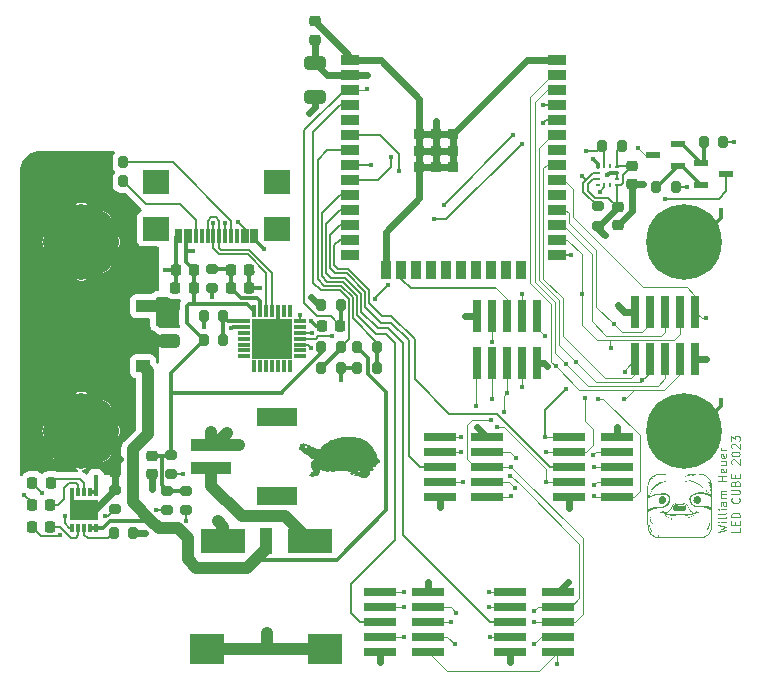
<source format=gbr>
%TF.GenerationSoftware,KiCad,Pcbnew,7.0.5*%
%TF.CreationDate,2023-09-21T20:04:05-05:00*%
%TF.ProjectId,LEDCube,4c454443-7562-4652-9e6b-696361645f70,rev?*%
%TF.SameCoordinates,Original*%
%TF.FileFunction,Copper,L1,Top*%
%TF.FilePolarity,Positive*%
%FSLAX46Y46*%
G04 Gerber Fmt 4.6, Leading zero omitted, Abs format (unit mm)*
G04 Created by KiCad (PCBNEW 7.0.5) date 2023-09-21 20:04:05*
%MOMM*%
%LPD*%
G01*
G04 APERTURE LIST*
G04 Aperture macros list*
%AMRoundRect*
0 Rectangle with rounded corners*
0 $1 Rounding radius*
0 $2 $3 $4 $5 $6 $7 $8 $9 X,Y pos of 4 corners*
0 Add a 4 corners polygon primitive as box body*
4,1,4,$2,$3,$4,$5,$6,$7,$8,$9,$2,$3,0*
0 Add four circle primitives for the rounded corners*
1,1,$1+$1,$2,$3*
1,1,$1+$1,$4,$5*
1,1,$1+$1,$6,$7*
1,1,$1+$1,$8,$9*
0 Add four rect primitives between the rounded corners*
20,1,$1+$1,$2,$3,$4,$5,0*
20,1,$1+$1,$4,$5,$6,$7,0*
20,1,$1+$1,$6,$7,$8,$9,0*
20,1,$1+$1,$8,$9,$2,$3,0*%
G04 Aperture macros list end*
%ADD10C,0.125000*%
%TA.AperFunction,NonConductor*%
%ADD11C,0.125000*%
%TD*%
%TA.AperFunction,SMDPad,CuDef*%
%ADD12RoundRect,0.200000X-0.275000X0.200000X-0.275000X-0.200000X0.275000X-0.200000X0.275000X0.200000X0*%
%TD*%
%TA.AperFunction,SMDPad,CuDef*%
%ADD13RoundRect,0.225000X-0.250000X0.225000X-0.250000X-0.225000X0.250000X-0.225000X0.250000X0.225000X0*%
%TD*%
%TA.AperFunction,SMDPad,CuDef*%
%ADD14R,1.200000X1.000000*%
%TD*%
%TA.AperFunction,SMDPad,CuDef*%
%ADD15R,8.000000X8.450000*%
%TD*%
%TA.AperFunction,SMDPad,CuDef*%
%ADD16RoundRect,0.225000X0.225000X0.250000X-0.225000X0.250000X-0.225000X-0.250000X0.225000X-0.250000X0*%
%TD*%
%TA.AperFunction,SMDPad,CuDef*%
%ADD17R,3.500000X1.000000*%
%TD*%
%TA.AperFunction,SMDPad,CuDef*%
%ADD18R,3.400000X1.500000*%
%TD*%
%TA.AperFunction,SMDPad,CuDef*%
%ADD19R,1.250000X0.600000*%
%TD*%
%TA.AperFunction,SMDPad,CuDef*%
%ADD20RoundRect,0.225000X-0.225000X-0.250000X0.225000X-0.250000X0.225000X0.250000X-0.225000X0.250000X0*%
%TD*%
%TA.AperFunction,SMDPad,CuDef*%
%ADD21RoundRect,0.200000X0.200000X0.275000X-0.200000X0.275000X-0.200000X-0.275000X0.200000X-0.275000X0*%
%TD*%
%TA.AperFunction,SMDPad,CuDef*%
%ADD22R,0.300000X1.150000*%
%TD*%
%TA.AperFunction,SMDPad,CuDef*%
%ADD23R,2.180000X2.000000*%
%TD*%
%TA.AperFunction,SMDPad,CuDef*%
%ADD24RoundRect,0.250000X-0.650000X0.325000X-0.650000X-0.325000X0.650000X-0.325000X0.650000X0.325000X0*%
%TD*%
%TA.AperFunction,SMDPad,CuDef*%
%ADD25RoundRect,0.200000X0.275000X-0.200000X0.275000X0.200000X-0.275000X0.200000X-0.275000X-0.200000X0*%
%TD*%
%TA.AperFunction,SMDPad,CuDef*%
%ADD26R,2.770000X0.650000*%
%TD*%
%TA.AperFunction,ComponentPad*%
%ADD27C,0.800000*%
%TD*%
%TA.AperFunction,ComponentPad*%
%ADD28C,6.400000*%
%TD*%
%TA.AperFunction,SMDPad,CuDef*%
%ADD29RoundRect,0.200000X-0.200000X-0.275000X0.200000X-0.275000X0.200000X0.275000X-0.200000X0.275000X0*%
%TD*%
%TA.AperFunction,SMDPad,CuDef*%
%ADD30R,3.810000X2.030000*%
%TD*%
%TA.AperFunction,SMDPad,CuDef*%
%ADD31R,1.020000X2.290000*%
%TD*%
%TA.AperFunction,SMDPad,CuDef*%
%ADD32R,3.000000X2.500000*%
%TD*%
%TA.AperFunction,SMDPad,CuDef*%
%ADD33RoundRect,0.218750X0.218750X0.256250X-0.218750X0.256250X-0.218750X-0.256250X0.218750X-0.256250X0*%
%TD*%
%TA.AperFunction,SMDPad,CuDef*%
%ADD34R,0.300000X1.000000*%
%TD*%
%TA.AperFunction,SMDPad,CuDef*%
%ADD35R,1.000000X0.300000*%
%TD*%
%TA.AperFunction,SMDPad,CuDef*%
%ADD36R,3.350000X3.350000*%
%TD*%
%TA.AperFunction,SMDPad,CuDef*%
%ADD37R,1.500000X0.900000*%
%TD*%
%TA.AperFunction,SMDPad,CuDef*%
%ADD38R,0.900000X1.500000*%
%TD*%
%TA.AperFunction,SMDPad,CuDef*%
%ADD39R,0.900000X0.900000*%
%TD*%
%TA.AperFunction,SMDPad,CuDef*%
%ADD40R,0.650000X2.770000*%
%TD*%
%TA.AperFunction,SMDPad,CuDef*%
%ADD41R,0.300000X0.800000*%
%TD*%
%TA.AperFunction,SMDPad,CuDef*%
%ADD42R,2.480000X1.750000*%
%TD*%
%TA.AperFunction,SMDPad,CuDef*%
%ADD43RoundRect,0.225000X0.250000X-0.225000X0.250000X0.225000X-0.250000X0.225000X-0.250000X-0.225000X0*%
%TD*%
%TA.AperFunction,SMDPad,CuDef*%
%ADD44R,0.410000X0.280000*%
%TD*%
%TA.AperFunction,SMDPad,CuDef*%
%ADD45R,0.280000X0.410000*%
%TD*%
%TA.AperFunction,ViaPad*%
%ADD46C,0.450000*%
%TD*%
%TA.AperFunction,Conductor*%
%ADD47C,0.150000*%
%TD*%
%TA.AperFunction,Conductor*%
%ADD48C,0.590000*%
%TD*%
%TA.AperFunction,Conductor*%
%ADD49C,0.300000*%
%TD*%
%TA.AperFunction,Conductor*%
%ADD50C,1.000000*%
%TD*%
%TA.AperFunction,Conductor*%
%ADD51C,0.349300*%
%TD*%
%TA.AperFunction,Conductor*%
%ADD52C,0.200000*%
%TD*%
%TA.AperFunction,Conductor*%
%ADD53C,0.125000*%
%TD*%
G04 APERTURE END LIST*
D10*
D11*
X158870833Y-99337764D02*
X159570833Y-99171097D01*
X159570833Y-99171097D02*
X159070833Y-99037764D01*
X159070833Y-99037764D02*
X159570833Y-98904430D01*
X159570833Y-98904430D02*
X158870833Y-98737764D01*
X159570833Y-98471097D02*
X159104166Y-98471097D01*
X158870833Y-98471097D02*
X158904166Y-98504430D01*
X158904166Y-98504430D02*
X158937500Y-98471097D01*
X158937500Y-98471097D02*
X158904166Y-98437764D01*
X158904166Y-98437764D02*
X158870833Y-98471097D01*
X158870833Y-98471097D02*
X158937500Y-98471097D01*
X159570833Y-98037764D02*
X159537500Y-98104431D01*
X159537500Y-98104431D02*
X159470833Y-98137764D01*
X159470833Y-98137764D02*
X158870833Y-98137764D01*
X159570833Y-97671097D02*
X159537500Y-97737764D01*
X159537500Y-97737764D02*
X159470833Y-97771097D01*
X159470833Y-97771097D02*
X158870833Y-97771097D01*
X159570833Y-97404430D02*
X159104166Y-97404430D01*
X158870833Y-97404430D02*
X158904166Y-97437763D01*
X158904166Y-97437763D02*
X158937500Y-97404430D01*
X158937500Y-97404430D02*
X158904166Y-97371097D01*
X158904166Y-97371097D02*
X158870833Y-97404430D01*
X158870833Y-97404430D02*
X158937500Y-97404430D01*
X159570833Y-96771097D02*
X159204166Y-96771097D01*
X159204166Y-96771097D02*
X159137500Y-96804430D01*
X159137500Y-96804430D02*
X159104166Y-96871097D01*
X159104166Y-96871097D02*
X159104166Y-97004430D01*
X159104166Y-97004430D02*
X159137500Y-97071097D01*
X159537500Y-96771097D02*
X159570833Y-96837764D01*
X159570833Y-96837764D02*
X159570833Y-97004430D01*
X159570833Y-97004430D02*
X159537500Y-97071097D01*
X159537500Y-97071097D02*
X159470833Y-97104430D01*
X159470833Y-97104430D02*
X159404166Y-97104430D01*
X159404166Y-97104430D02*
X159337500Y-97071097D01*
X159337500Y-97071097D02*
X159304166Y-97004430D01*
X159304166Y-97004430D02*
X159304166Y-96837764D01*
X159304166Y-96837764D02*
X159270833Y-96771097D01*
X159570833Y-96437764D02*
X159104166Y-96437764D01*
X159170833Y-96437764D02*
X159137500Y-96404431D01*
X159137500Y-96404431D02*
X159104166Y-96337764D01*
X159104166Y-96337764D02*
X159104166Y-96237764D01*
X159104166Y-96237764D02*
X159137500Y-96171097D01*
X159137500Y-96171097D02*
X159204166Y-96137764D01*
X159204166Y-96137764D02*
X159570833Y-96137764D01*
X159204166Y-96137764D02*
X159137500Y-96104431D01*
X159137500Y-96104431D02*
X159104166Y-96037764D01*
X159104166Y-96037764D02*
X159104166Y-95937764D01*
X159104166Y-95937764D02*
X159137500Y-95871097D01*
X159137500Y-95871097D02*
X159204166Y-95837764D01*
X159204166Y-95837764D02*
X159570833Y-95837764D01*
X159570833Y-94971098D02*
X158870833Y-94971098D01*
X159204166Y-94971098D02*
X159204166Y-94571098D01*
X159570833Y-94571098D02*
X158870833Y-94571098D01*
X159537500Y-93971098D02*
X159570833Y-94037765D01*
X159570833Y-94037765D02*
X159570833Y-94171098D01*
X159570833Y-94171098D02*
X159537500Y-94237765D01*
X159537500Y-94237765D02*
X159470833Y-94271098D01*
X159470833Y-94271098D02*
X159204166Y-94271098D01*
X159204166Y-94271098D02*
X159137500Y-94237765D01*
X159137500Y-94237765D02*
X159104166Y-94171098D01*
X159104166Y-94171098D02*
X159104166Y-94037765D01*
X159104166Y-94037765D02*
X159137500Y-93971098D01*
X159137500Y-93971098D02*
X159204166Y-93937765D01*
X159204166Y-93937765D02*
X159270833Y-93937765D01*
X159270833Y-93937765D02*
X159337500Y-94271098D01*
X159104166Y-93337765D02*
X159570833Y-93337765D01*
X159104166Y-93637765D02*
X159470833Y-93637765D01*
X159470833Y-93637765D02*
X159537500Y-93604432D01*
X159537500Y-93604432D02*
X159570833Y-93537765D01*
X159570833Y-93537765D02*
X159570833Y-93437765D01*
X159570833Y-93437765D02*
X159537500Y-93371098D01*
X159537500Y-93371098D02*
X159504166Y-93337765D01*
X159537500Y-92737765D02*
X159570833Y-92804432D01*
X159570833Y-92804432D02*
X159570833Y-92937765D01*
X159570833Y-92937765D02*
X159537500Y-93004432D01*
X159537500Y-93004432D02*
X159470833Y-93037765D01*
X159470833Y-93037765D02*
X159204166Y-93037765D01*
X159204166Y-93037765D02*
X159137500Y-93004432D01*
X159137500Y-93004432D02*
X159104166Y-92937765D01*
X159104166Y-92937765D02*
X159104166Y-92804432D01*
X159104166Y-92804432D02*
X159137500Y-92737765D01*
X159137500Y-92737765D02*
X159204166Y-92704432D01*
X159204166Y-92704432D02*
X159270833Y-92704432D01*
X159270833Y-92704432D02*
X159337500Y-93037765D01*
X159570833Y-92404432D02*
X159104166Y-92404432D01*
X159237500Y-92404432D02*
X159170833Y-92371099D01*
X159170833Y-92371099D02*
X159137500Y-92337765D01*
X159137500Y-92337765D02*
X159104166Y-92271099D01*
X159104166Y-92271099D02*
X159104166Y-92204432D01*
X160697833Y-98937764D02*
X160697833Y-99271097D01*
X160697833Y-99271097D02*
X159997833Y-99271097D01*
X160331166Y-98704430D02*
X160331166Y-98471097D01*
X160697833Y-98371097D02*
X160697833Y-98704430D01*
X160697833Y-98704430D02*
X159997833Y-98704430D01*
X159997833Y-98704430D02*
X159997833Y-98371097D01*
X160697833Y-98071097D02*
X159997833Y-98071097D01*
X159997833Y-98071097D02*
X159997833Y-97904430D01*
X159997833Y-97904430D02*
X160031166Y-97804430D01*
X160031166Y-97804430D02*
X160097833Y-97737764D01*
X160097833Y-97737764D02*
X160164500Y-97704430D01*
X160164500Y-97704430D02*
X160297833Y-97671097D01*
X160297833Y-97671097D02*
X160397833Y-97671097D01*
X160397833Y-97671097D02*
X160531166Y-97704430D01*
X160531166Y-97704430D02*
X160597833Y-97737764D01*
X160597833Y-97737764D02*
X160664500Y-97804430D01*
X160664500Y-97804430D02*
X160697833Y-97904430D01*
X160697833Y-97904430D02*
X160697833Y-98071097D01*
X160631166Y-96437764D02*
X160664500Y-96471097D01*
X160664500Y-96471097D02*
X160697833Y-96571097D01*
X160697833Y-96571097D02*
X160697833Y-96637764D01*
X160697833Y-96637764D02*
X160664500Y-96737764D01*
X160664500Y-96737764D02*
X160597833Y-96804431D01*
X160597833Y-96804431D02*
X160531166Y-96837764D01*
X160531166Y-96837764D02*
X160397833Y-96871097D01*
X160397833Y-96871097D02*
X160297833Y-96871097D01*
X160297833Y-96871097D02*
X160164500Y-96837764D01*
X160164500Y-96837764D02*
X160097833Y-96804431D01*
X160097833Y-96804431D02*
X160031166Y-96737764D01*
X160031166Y-96737764D02*
X159997833Y-96637764D01*
X159997833Y-96637764D02*
X159997833Y-96571097D01*
X159997833Y-96571097D02*
X160031166Y-96471097D01*
X160031166Y-96471097D02*
X160064500Y-96437764D01*
X159997833Y-96137764D02*
X160564500Y-96137764D01*
X160564500Y-96137764D02*
X160631166Y-96104431D01*
X160631166Y-96104431D02*
X160664500Y-96071097D01*
X160664500Y-96071097D02*
X160697833Y-96004431D01*
X160697833Y-96004431D02*
X160697833Y-95871097D01*
X160697833Y-95871097D02*
X160664500Y-95804431D01*
X160664500Y-95804431D02*
X160631166Y-95771097D01*
X160631166Y-95771097D02*
X160564500Y-95737764D01*
X160564500Y-95737764D02*
X159997833Y-95737764D01*
X160331166Y-95171098D02*
X160364500Y-95071098D01*
X160364500Y-95071098D02*
X160397833Y-95037764D01*
X160397833Y-95037764D02*
X160464500Y-95004431D01*
X160464500Y-95004431D02*
X160564500Y-95004431D01*
X160564500Y-95004431D02*
X160631166Y-95037764D01*
X160631166Y-95037764D02*
X160664500Y-95071098D01*
X160664500Y-95071098D02*
X160697833Y-95137764D01*
X160697833Y-95137764D02*
X160697833Y-95404431D01*
X160697833Y-95404431D02*
X159997833Y-95404431D01*
X159997833Y-95404431D02*
X159997833Y-95171098D01*
X159997833Y-95171098D02*
X160031166Y-95104431D01*
X160031166Y-95104431D02*
X160064500Y-95071098D01*
X160064500Y-95071098D02*
X160131166Y-95037764D01*
X160131166Y-95037764D02*
X160197833Y-95037764D01*
X160197833Y-95037764D02*
X160264500Y-95071098D01*
X160264500Y-95071098D02*
X160297833Y-95104431D01*
X160297833Y-95104431D02*
X160331166Y-95171098D01*
X160331166Y-95171098D02*
X160331166Y-95404431D01*
X160331166Y-94704431D02*
X160331166Y-94471098D01*
X160697833Y-94371098D02*
X160697833Y-94704431D01*
X160697833Y-94704431D02*
X159997833Y-94704431D01*
X159997833Y-94704431D02*
X159997833Y-94371098D01*
X160064500Y-93571098D02*
X160031166Y-93537765D01*
X160031166Y-93537765D02*
X159997833Y-93471098D01*
X159997833Y-93471098D02*
X159997833Y-93304432D01*
X159997833Y-93304432D02*
X160031166Y-93237765D01*
X160031166Y-93237765D02*
X160064500Y-93204432D01*
X160064500Y-93204432D02*
X160131166Y-93171098D01*
X160131166Y-93171098D02*
X160197833Y-93171098D01*
X160197833Y-93171098D02*
X160297833Y-93204432D01*
X160297833Y-93204432D02*
X160697833Y-93604432D01*
X160697833Y-93604432D02*
X160697833Y-93171098D01*
X159997833Y-92737765D02*
X159997833Y-92671098D01*
X159997833Y-92671098D02*
X160031166Y-92604431D01*
X160031166Y-92604431D02*
X160064500Y-92571098D01*
X160064500Y-92571098D02*
X160131166Y-92537765D01*
X160131166Y-92537765D02*
X160264500Y-92504431D01*
X160264500Y-92504431D02*
X160431166Y-92504431D01*
X160431166Y-92504431D02*
X160564500Y-92537765D01*
X160564500Y-92537765D02*
X160631166Y-92571098D01*
X160631166Y-92571098D02*
X160664500Y-92604431D01*
X160664500Y-92604431D02*
X160697833Y-92671098D01*
X160697833Y-92671098D02*
X160697833Y-92737765D01*
X160697833Y-92737765D02*
X160664500Y-92804431D01*
X160664500Y-92804431D02*
X160631166Y-92837765D01*
X160631166Y-92837765D02*
X160564500Y-92871098D01*
X160564500Y-92871098D02*
X160431166Y-92904431D01*
X160431166Y-92904431D02*
X160264500Y-92904431D01*
X160264500Y-92904431D02*
X160131166Y-92871098D01*
X160131166Y-92871098D02*
X160064500Y-92837765D01*
X160064500Y-92837765D02*
X160031166Y-92804431D01*
X160031166Y-92804431D02*
X159997833Y-92737765D01*
X160064500Y-92237764D02*
X160031166Y-92204431D01*
X160031166Y-92204431D02*
X159997833Y-92137764D01*
X159997833Y-92137764D02*
X159997833Y-91971098D01*
X159997833Y-91971098D02*
X160031166Y-91904431D01*
X160031166Y-91904431D02*
X160064500Y-91871098D01*
X160064500Y-91871098D02*
X160131166Y-91837764D01*
X160131166Y-91837764D02*
X160197833Y-91837764D01*
X160197833Y-91837764D02*
X160297833Y-91871098D01*
X160297833Y-91871098D02*
X160697833Y-92271098D01*
X160697833Y-92271098D02*
X160697833Y-91837764D01*
X159997833Y-91604431D02*
X159997833Y-91171097D01*
X159997833Y-91171097D02*
X160264500Y-91404431D01*
X160264500Y-91404431D02*
X160264500Y-91304431D01*
X160264500Y-91304431D02*
X160297833Y-91237764D01*
X160297833Y-91237764D02*
X160331166Y-91204431D01*
X160331166Y-91204431D02*
X160397833Y-91171097D01*
X160397833Y-91171097D02*
X160564500Y-91171097D01*
X160564500Y-91171097D02*
X160631166Y-91204431D01*
X160631166Y-91204431D02*
X160664500Y-91237764D01*
X160664500Y-91237764D02*
X160697833Y-91304431D01*
X160697833Y-91304431D02*
X160697833Y-91504431D01*
X160697833Y-91504431D02*
X160664500Y-91571097D01*
X160664500Y-91571097D02*
X160631166Y-91604431D01*
%TA.AperFunction,EtchedComponent*%
%TO.C,G\u002A\u002A\u002A*%
G36*
X155147165Y-98248376D02*
G01*
X155154705Y-98253319D01*
X155160342Y-98260238D01*
X155166633Y-98270409D01*
X155172736Y-98282125D01*
X155177807Y-98293680D01*
X155181002Y-98303366D01*
X155181674Y-98307904D01*
X155181032Y-98313542D01*
X155177926Y-98315669D01*
X155172363Y-98315855D01*
X155162691Y-98314814D01*
X155153368Y-98312812D01*
X155139084Y-98306776D01*
X155128980Y-98297722D01*
X155124510Y-98290592D01*
X155119106Y-98276521D01*
X155118128Y-98264593D01*
X155121555Y-98255403D01*
X155125852Y-98251362D01*
X155136704Y-98247079D01*
X155147165Y-98248376D01*
G37*
%TD.AperFunction*%
%TA.AperFunction,EtchedComponent*%
G36*
X153256858Y-95852467D02*
G01*
X153261663Y-95856052D01*
X153263742Y-95858157D01*
X153271227Y-95865970D01*
X153254541Y-95876020D01*
X153230668Y-95889382D01*
X153201528Y-95903872D01*
X153166985Y-95919555D01*
X153154773Y-95924835D01*
X153137200Y-95932290D01*
X153124065Y-95937623D01*
X153114565Y-95941021D01*
X153107897Y-95942675D01*
X153103256Y-95942773D01*
X153099839Y-95941504D01*
X153096842Y-95939058D01*
X153096357Y-95938579D01*
X153092206Y-95931998D01*
X153092231Y-95927587D01*
X153098003Y-95918285D01*
X153108582Y-95908254D01*
X153123160Y-95897899D01*
X153140925Y-95887623D01*
X153161071Y-95877829D01*
X153182786Y-95868923D01*
X153205261Y-95861306D01*
X153227688Y-95855384D01*
X153242759Y-95852489D01*
X153251374Y-95851500D01*
X153256858Y-95852467D01*
G37*
%TD.AperFunction*%
%TA.AperFunction,EtchedComponent*%
G36*
X153321390Y-98558262D02*
G01*
X153323757Y-98560527D01*
X153324234Y-98561168D01*
X153327401Y-98567122D01*
X153328613Y-98574246D01*
X153327698Y-98583210D01*
X153324489Y-98594687D01*
X153318817Y-98609346D01*
X153310513Y-98627859D01*
X153304011Y-98641477D01*
X153296044Y-98657508D01*
X153288395Y-98672177D01*
X153281590Y-98684528D01*
X153276158Y-98693602D01*
X153272628Y-98698441D01*
X153263552Y-98704394D01*
X153254167Y-98705126D01*
X153245602Y-98700571D01*
X153245017Y-98700007D01*
X153241293Y-98694438D01*
X153239568Y-98686290D01*
X153239287Y-98678638D01*
X153239820Y-98669603D01*
X153241794Y-98660977D01*
X153245771Y-98650950D01*
X153251520Y-98639246D01*
X153264462Y-98615413D01*
X153276285Y-98596507D01*
X153287423Y-98581936D01*
X153298305Y-98571110D01*
X153304896Y-98566163D01*
X153313308Y-98560732D01*
X153318356Y-98558214D01*
X153321390Y-98558262D01*
G37*
%TD.AperFunction*%
%TA.AperFunction,EtchedComponent*%
G36*
X155002525Y-94990409D02*
G01*
X155049038Y-94996702D01*
X155092877Y-95006780D01*
X155133257Y-95020521D01*
X155147295Y-95026571D01*
X155160187Y-95032482D01*
X155141566Y-95032386D01*
X155128874Y-95031926D01*
X155115928Y-95030842D01*
X155108620Y-95029860D01*
X155088429Y-95026747D01*
X155063928Y-95023472D01*
X155036524Y-95020193D01*
X155007627Y-95017069D01*
X154978647Y-95014258D01*
X154950993Y-95011918D01*
X154944269Y-95011412D01*
X154916659Y-95009367D01*
X154894242Y-95007635D01*
X154876494Y-95006159D01*
X154862889Y-95004879D01*
X154852902Y-95003737D01*
X154846010Y-95002675D01*
X154841687Y-95001633D01*
X154839409Y-95000555D01*
X154838713Y-94999646D01*
X154838888Y-94997991D01*
X154841021Y-94996575D01*
X154845733Y-94995304D01*
X154853641Y-94994083D01*
X154865364Y-94992820D01*
X154881522Y-94991420D01*
X154902733Y-94989789D01*
X154904611Y-94989649D01*
X154954121Y-94988018D01*
X155002525Y-94990409D01*
G37*
%TD.AperFunction*%
%TA.AperFunction,EtchedComponent*%
G36*
X155028968Y-98182742D02*
G01*
X155033139Y-98186478D01*
X155037542Y-98193235D01*
X155042853Y-98204430D01*
X155048690Y-98218921D01*
X155054667Y-98235563D01*
X155060401Y-98253215D01*
X155065509Y-98270731D01*
X155069605Y-98286970D01*
X155072307Y-98300787D01*
X155072831Y-98304659D01*
X155074106Y-98315964D01*
X155075082Y-98325032D01*
X155075605Y-98330402D01*
X155075652Y-98331154D01*
X155074718Y-98333028D01*
X155071438Y-98332352D01*
X155065192Y-98328816D01*
X155055355Y-98322108D01*
X155050415Y-98318569D01*
X155041633Y-98312096D01*
X155035360Y-98306766D01*
X155030620Y-98301249D01*
X155026440Y-98294215D01*
X155021845Y-98284332D01*
X155016984Y-98272935D01*
X155009277Y-98254462D01*
X155003621Y-98240266D01*
X154999715Y-98229399D01*
X154997257Y-98220913D01*
X154995945Y-98213860D01*
X154995478Y-98207294D01*
X154995457Y-98205326D01*
X154997520Y-98193507D01*
X155002988Y-98184798D01*
X155010775Y-98179738D01*
X155019796Y-98178872D01*
X155028968Y-98182742D01*
G37*
%TD.AperFunction*%
%TA.AperFunction,EtchedComponent*%
G36*
X157815967Y-95742086D02*
G01*
X157835232Y-95746110D01*
X157855886Y-95752324D01*
X157876884Y-95760264D01*
X157897184Y-95769467D01*
X157915739Y-95779471D01*
X157931508Y-95789812D01*
X157943445Y-95800028D01*
X157949229Y-95807284D01*
X157953652Y-95815691D01*
X157954036Y-95820971D01*
X157950051Y-95824366D01*
X157944132Y-95826385D01*
X157934512Y-95828561D01*
X157926146Y-95828880D01*
X157916629Y-95827233D01*
X157907604Y-95824736D01*
X157899854Y-95822391D01*
X157887979Y-95818751D01*
X157873321Y-95814231D01*
X157857224Y-95809244D01*
X157848874Y-95806648D01*
X157832143Y-95801676D01*
X157815711Y-95797211D01*
X157801057Y-95793627D01*
X157789664Y-95791298D01*
X157785847Y-95790742D01*
X157774415Y-95789026D01*
X157763878Y-95786714D01*
X157757915Y-95784825D01*
X157751750Y-95781558D01*
X157749130Y-95777137D01*
X157748604Y-95769828D01*
X157751176Y-95758815D01*
X157758749Y-95750295D01*
X157771103Y-95744393D01*
X157788020Y-95741236D01*
X157799135Y-95740715D01*
X157815967Y-95742086D01*
G37*
%TD.AperFunction*%
%TA.AperFunction,EtchedComponent*%
G36*
X154900178Y-98091997D02*
G01*
X154904892Y-98093767D01*
X154910350Y-98096616D01*
X154914859Y-98100639D01*
X154918801Y-98106646D01*
X154922556Y-98115446D01*
X154926505Y-98127848D01*
X154931028Y-98144662D01*
X154933553Y-98154690D01*
X154938975Y-98174256D01*
X154946135Y-98196805D01*
X154954303Y-98220146D01*
X154962512Y-98241511D01*
X154969527Y-98259056D01*
X154974507Y-98272191D01*
X154977703Y-98281758D01*
X154979366Y-98288603D01*
X154979748Y-98293569D01*
X154979135Y-98297376D01*
X154975607Y-98304272D01*
X154969582Y-98306829D01*
X154962985Y-98306594D01*
X154959580Y-98305396D01*
X154956065Y-98301580D01*
X154951680Y-98295414D01*
X154951615Y-98295313D01*
X154946915Y-98289875D01*
X154939009Y-98282613D01*
X154929436Y-98274918D01*
X154927330Y-98273356D01*
X154905579Y-98254364D01*
X154888308Y-98232264D01*
X154875316Y-98206711D01*
X154866403Y-98177356D01*
X154863786Y-98163553D01*
X154862537Y-98144566D01*
X154864746Y-98126968D01*
X154870072Y-98111771D01*
X154878178Y-98099988D01*
X154887283Y-98093276D01*
X154893712Y-98091154D01*
X154900178Y-98091997D01*
G37*
%TD.AperFunction*%
%TA.AperFunction,EtchedComponent*%
G36*
X153239677Y-98405532D02*
G01*
X153242688Y-98408761D01*
X153246976Y-98416127D01*
X153251989Y-98426336D01*
X153257175Y-98438094D01*
X153261983Y-98450110D01*
X153265861Y-98461088D01*
X153268256Y-98469736D01*
X153268755Y-98473682D01*
X153267569Y-98479462D01*
X153264292Y-98489788D01*
X153259174Y-98503976D01*
X153252465Y-98521344D01*
X153244417Y-98541208D01*
X153240920Y-98549601D01*
X153230672Y-98573664D01*
X153222083Y-98592820D01*
X153214801Y-98607524D01*
X153208473Y-98618233D01*
X153202744Y-98625405D01*
X153197262Y-98629495D01*
X153191675Y-98630961D01*
X153185627Y-98630259D01*
X153180008Y-98628358D01*
X153171855Y-98622307D01*
X153166307Y-98611615D01*
X153163214Y-98595984D01*
X153163138Y-98595242D01*
X153162624Y-98587207D01*
X153163019Y-98579768D01*
X153164609Y-98571468D01*
X153167680Y-98560849D01*
X153172518Y-98546456D01*
X153172966Y-98545168D01*
X153187553Y-98506022D01*
X153202398Y-98471834D01*
X153217843Y-98441832D01*
X153221750Y-98435045D01*
X153227936Y-98424270D01*
X153232833Y-98415233D01*
X153235812Y-98409125D01*
X153236422Y-98407282D01*
X153238458Y-98405333D01*
X153239677Y-98405532D01*
G37*
%TD.AperFunction*%
%TA.AperFunction,EtchedComponent*%
G36*
X157879215Y-95847895D02*
G01*
X157899779Y-95853068D01*
X157922464Y-95862041D01*
X157930519Y-95865924D01*
X157958372Y-95881105D01*
X157987904Y-95899262D01*
X158017636Y-95919362D01*
X158046090Y-95940369D01*
X158071788Y-95961252D01*
X158088921Y-95976742D01*
X158110887Y-95997801D01*
X158103267Y-96011657D01*
X158098664Y-96019414D01*
X158094884Y-96024707D01*
X158093302Y-96026118D01*
X158089607Y-96025540D01*
X158082106Y-96023451D01*
X158072378Y-96020292D01*
X158071765Y-96020081D01*
X158059048Y-96015218D01*
X158045627Y-96009078D01*
X158030690Y-96001213D01*
X158013423Y-95991176D01*
X157993013Y-95978520D01*
X157974166Y-95966397D01*
X157946231Y-95948680D01*
X157921824Y-95934244D01*
X157900113Y-95922647D01*
X157880268Y-95913449D01*
X157861457Y-95906210D01*
X157858903Y-95905343D01*
X157846558Y-95901039D01*
X157838424Y-95897551D01*
X157833213Y-95894093D01*
X157829633Y-95889879D01*
X157827477Y-95886187D01*
X157824051Y-95879127D01*
X157823402Y-95874093D01*
X157825434Y-95868153D01*
X157826788Y-95865259D01*
X157834559Y-95855204D01*
X157846174Y-95848960D01*
X157861203Y-95846524D01*
X157879215Y-95847895D01*
G37*
%TD.AperFunction*%
%TA.AperFunction,EtchedComponent*%
G36*
X153267040Y-95987500D02*
G01*
X153272869Y-95988465D01*
X153273666Y-95989258D01*
X153272141Y-95992353D01*
X153267416Y-95996970D01*
X153259270Y-96003248D01*
X153247478Y-96011331D01*
X153231817Y-96021360D01*
X153212064Y-96033477D01*
X153187997Y-96047824D01*
X153159390Y-96064542D01*
X153126022Y-96083774D01*
X153114665Y-96090275D01*
X153086473Y-96106338D01*
X153062787Y-96119681D01*
X153043172Y-96130487D01*
X153027194Y-96138936D01*
X153014418Y-96145213D01*
X153004410Y-96149500D01*
X152996735Y-96151978D01*
X152990959Y-96152831D01*
X152986648Y-96152241D01*
X152983366Y-96150390D01*
X152980681Y-96147462D01*
X152980178Y-96146764D01*
X152976193Y-96136367D01*
X152976956Y-96124472D01*
X152980732Y-96115391D01*
X152986638Y-96108212D01*
X152996853Y-96098932D01*
X153010597Y-96088082D01*
X153027089Y-96076194D01*
X153045549Y-96063802D01*
X153065199Y-96051437D01*
X153085256Y-96039631D01*
X153104943Y-96028916D01*
X153114665Y-96024006D01*
X153140506Y-96011872D01*
X153162889Y-96002646D01*
X153183061Y-95995963D01*
X153202268Y-95991458D01*
X153221754Y-95988766D01*
X153238571Y-95987664D01*
X153255592Y-95987232D01*
X153267040Y-95987500D01*
G37*
%TD.AperFunction*%
%TA.AperFunction,EtchedComponent*%
G36*
X153204332Y-99103380D02*
G01*
X153209101Y-99109642D01*
X153215571Y-99118970D01*
X153223091Y-99130455D01*
X153224509Y-99132685D01*
X153233869Y-99147996D01*
X153240275Y-99159858D01*
X153244252Y-99169373D01*
X153246325Y-99177643D01*
X153246501Y-99178816D01*
X153247412Y-99196303D01*
X153246081Y-99217745D01*
X153242635Y-99241878D01*
X153237789Y-99265026D01*
X153234329Y-99280139D01*
X153230932Y-99296191D01*
X153228175Y-99310418D01*
X153227469Y-99314445D01*
X153224931Y-99326832D01*
X153222203Y-99333741D01*
X153218951Y-99335424D01*
X153214838Y-99332131D01*
X153211080Y-99326698D01*
X153207406Y-99319304D01*
X153203144Y-99308593D01*
X153199171Y-99296785D01*
X153198904Y-99295900D01*
X153196972Y-99289009D01*
X153195445Y-99282208D01*
X153194262Y-99274678D01*
X153193360Y-99265598D01*
X153192678Y-99254150D01*
X153192154Y-99239512D01*
X153191727Y-99220866D01*
X153191335Y-99197391D01*
X153191296Y-99194774D01*
X153190975Y-99170895D01*
X153190824Y-99152072D01*
X153190868Y-99137636D01*
X153191135Y-99126914D01*
X153191651Y-99119235D01*
X153192442Y-99113929D01*
X153193535Y-99110324D01*
X153194710Y-99108112D01*
X153198818Y-99103061D01*
X153201913Y-99101090D01*
X153204332Y-99103380D01*
G37*
%TD.AperFunction*%
%TA.AperFunction,EtchedComponent*%
G36*
X157968610Y-98940472D02*
G01*
X157974089Y-98947912D01*
X157979505Y-98959211D01*
X157984383Y-98973466D01*
X157986466Y-98981393D01*
X157990094Y-99000544D01*
X157992640Y-99022169D01*
X157994116Y-99045162D01*
X157994537Y-99068416D01*
X157993915Y-99090825D01*
X157992264Y-99111282D01*
X157989598Y-99128681D01*
X157985930Y-99141916D01*
X157984467Y-99145249D01*
X157980188Y-99152963D01*
X157974479Y-99162227D01*
X157968192Y-99171790D01*
X157962178Y-99180398D01*
X157957290Y-99186801D01*
X157954379Y-99189744D01*
X157954159Y-99189810D01*
X157950785Y-99188051D01*
X157946094Y-99183985D01*
X157941726Y-99176923D01*
X157941859Y-99170377D01*
X157942021Y-99164259D01*
X157941058Y-99154254D01*
X157939161Y-99142050D01*
X157937885Y-99135469D01*
X157935672Y-99121947D01*
X157933848Y-99105208D01*
X157932439Y-99086325D01*
X157931468Y-99066374D01*
X157930959Y-99046430D01*
X157930934Y-99027568D01*
X157931419Y-99010862D01*
X157932438Y-98997389D01*
X157934012Y-98988222D01*
X157934588Y-98986495D01*
X157938283Y-98978468D01*
X157943393Y-98968738D01*
X157949163Y-98958571D01*
X157954841Y-98949235D01*
X157959674Y-98941995D01*
X157962908Y-98938120D01*
X157963541Y-98937792D01*
X157968610Y-98940472D01*
G37*
%TD.AperFunction*%
%TA.AperFunction,EtchedComponent*%
G36*
X158144434Y-98535325D02*
G01*
X158146934Y-98543185D01*
X158150252Y-98554490D01*
X158154104Y-98568185D01*
X158158206Y-98583211D01*
X158162274Y-98598511D01*
X158166026Y-98613030D01*
X158169176Y-98625709D01*
X158171442Y-98635493D01*
X158172540Y-98641323D01*
X158172600Y-98642106D01*
X158172130Y-98646850D01*
X158170835Y-98656004D01*
X158168875Y-98668624D01*
X158166416Y-98683764D01*
X158163619Y-98700482D01*
X158160647Y-98717831D01*
X158157664Y-98734868D01*
X158154832Y-98750648D01*
X158152314Y-98764226D01*
X158150273Y-98774658D01*
X158148873Y-98781000D01*
X158148379Y-98782486D01*
X158146233Y-98781028D01*
X158141910Y-98776071D01*
X158138182Y-98771179D01*
X158127036Y-98754773D01*
X158118810Y-98739620D01*
X158112204Y-98723102D01*
X158108482Y-98711467D01*
X158103375Y-98693401D01*
X158100235Y-98679309D01*
X158098894Y-98667849D01*
X158099184Y-98657678D01*
X158100632Y-98648832D01*
X158102413Y-98642265D01*
X158105616Y-98632119D01*
X158109906Y-98619321D01*
X158114946Y-98604792D01*
X158120403Y-98589458D01*
X158125940Y-98574242D01*
X158131222Y-98560068D01*
X158135914Y-98547860D01*
X158139681Y-98538543D01*
X158142188Y-98533040D01*
X158143036Y-98531968D01*
X158144434Y-98535325D01*
G37*
%TD.AperFunction*%
%TA.AperFunction,EtchedComponent*%
G36*
X158048007Y-98777607D02*
G01*
X158049623Y-98778979D01*
X158057306Y-98788298D01*
X158065285Y-98802104D01*
X158073091Y-98819207D01*
X158080256Y-98838416D01*
X158086309Y-98858538D01*
X158090783Y-98878384D01*
X158092190Y-98887148D01*
X158093765Y-98901995D01*
X158094871Y-98918762D01*
X158095254Y-98932749D01*
X158095162Y-98942382D01*
X158094598Y-98949910D01*
X158093131Y-98956724D01*
X158090330Y-98964215D01*
X158085762Y-98973775D01*
X158078998Y-98986792D01*
X158077771Y-98989123D01*
X158071079Y-99001696D01*
X158065231Y-99012446D01*
X158060795Y-99020344D01*
X158058341Y-99024360D01*
X158058164Y-99024580D01*
X158056412Y-99022842D01*
X158052874Y-99016610D01*
X158047949Y-99006684D01*
X158042039Y-98993864D01*
X158036675Y-98981607D01*
X158025773Y-98955154D01*
X158017516Y-98932722D01*
X158011641Y-98913391D01*
X158007886Y-98896246D01*
X158005988Y-98880369D01*
X158005668Y-98873332D01*
X158005603Y-98865437D01*
X158006065Y-98858816D01*
X158007424Y-98852304D01*
X158010047Y-98844738D01*
X158014302Y-98834953D01*
X158020557Y-98821786D01*
X158024560Y-98813547D01*
X158031926Y-98798500D01*
X158037273Y-98787953D01*
X158041077Y-98781248D01*
X158043817Y-98777727D01*
X158045967Y-98776733D01*
X158048007Y-98777607D01*
G37*
%TD.AperFunction*%
%TA.AperFunction,EtchedComponent*%
G36*
X153119485Y-98933359D02*
G01*
X153123228Y-98939898D01*
X153128120Y-98949591D01*
X153133669Y-98961355D01*
X153139385Y-98974107D01*
X153144775Y-98986764D01*
X153149348Y-98998244D01*
X153152614Y-99007464D01*
X153153593Y-99010846D01*
X153154403Y-99015332D01*
X153154564Y-99020664D01*
X153153949Y-99027651D01*
X153152433Y-99037099D01*
X153149890Y-99049816D01*
X153146193Y-99066608D01*
X153142109Y-99084436D01*
X153137281Y-99105166D01*
X153132266Y-99126459D01*
X153127418Y-99146829D01*
X153123091Y-99164791D01*
X153119639Y-99178858D01*
X153119251Y-99180409D01*
X153115832Y-99194424D01*
X153112891Y-99207172D01*
X153110753Y-99217197D01*
X153109766Y-99222847D01*
X153108999Y-99225531D01*
X153107552Y-99224544D01*
X153105178Y-99219388D01*
X153101628Y-99209566D01*
X153098406Y-99199928D01*
X153093703Y-99184631D01*
X153089339Y-99168686D01*
X153085912Y-99154365D01*
X153084457Y-99146928D01*
X153082312Y-99128601D01*
X153081177Y-99106724D01*
X153081055Y-99083390D01*
X153081944Y-99060688D01*
X153083846Y-99040710D01*
X153084432Y-99036689D01*
X153087095Y-99022428D01*
X153090735Y-99006570D01*
X153095051Y-98990076D01*
X153099744Y-98973910D01*
X153104512Y-98959036D01*
X153109056Y-98946415D01*
X153113075Y-98937012D01*
X153116269Y-98931789D01*
X153117382Y-98931055D01*
X153119485Y-98933359D01*
G37*
%TD.AperFunction*%
%TA.AperFunction,EtchedComponent*%
G36*
X156817250Y-97875492D02*
G01*
X156823557Y-97878294D01*
X156825741Y-97883763D01*
X156823594Y-97890379D01*
X156819848Y-97894519D01*
X156797373Y-97913361D01*
X156776519Y-97930890D01*
X156757913Y-97946577D01*
X156742183Y-97959892D01*
X156729956Y-97970307D01*
X156725843Y-97973839D01*
X156710503Y-97986428D01*
X156694786Y-97997911D01*
X156677554Y-98009001D01*
X156657672Y-98020414D01*
X156634005Y-98032862D01*
X156623617Y-98038095D01*
X156573401Y-98061885D01*
X156525611Y-98081827D01*
X156478937Y-98098416D01*
X156432067Y-98112146D01*
X156417868Y-98115758D01*
X156388208Y-98122701D01*
X156363345Y-98127712D01*
X156342711Y-98130857D01*
X156325733Y-98132204D01*
X156311842Y-98131820D01*
X156300465Y-98129771D01*
X156299874Y-98129604D01*
X156291811Y-98125277D01*
X156288522Y-98118978D01*
X156290405Y-98111770D01*
X156292272Y-98109328D01*
X156297347Y-98104784D01*
X156304643Y-98100199D01*
X156314749Y-98095332D01*
X156328252Y-98089943D01*
X156345739Y-98083791D01*
X156367798Y-98076635D01*
X156385463Y-98071148D01*
X156428170Y-98057774D01*
X156466560Y-98045086D01*
X156501920Y-98032571D01*
X156535535Y-98019714D01*
X156568692Y-98005999D01*
X156602676Y-97990913D01*
X156638774Y-97973941D01*
X156678271Y-97954567D01*
X156684247Y-97951583D01*
X156709365Y-97938908D01*
X156730037Y-97928195D01*
X156747015Y-97919003D01*
X156761054Y-97910888D01*
X156772907Y-97903407D01*
X156783327Y-97896118D01*
X156793067Y-97888576D01*
X156797196Y-97885179D01*
X156807153Y-97878087D01*
X156814971Y-97875453D01*
X156817250Y-97875492D01*
G37*
%TD.AperFunction*%
%TA.AperFunction,EtchedComponent*%
G36*
X157161264Y-96263164D02*
G01*
X157175954Y-96264905D01*
X157197679Y-96271165D01*
X157221225Y-96281756D01*
X157245657Y-96295989D01*
X157270035Y-96313173D01*
X157293423Y-96332618D01*
X157314883Y-96353635D01*
X157333479Y-96375533D01*
X157341544Y-96386799D01*
X157354598Y-96408385D01*
X157367466Y-96433439D01*
X157379535Y-96460451D01*
X157390188Y-96487914D01*
X157398813Y-96514320D01*
X157404793Y-96538161D01*
X157406073Y-96545156D01*
X157407859Y-96558725D01*
X157409605Y-96576637D01*
X157411226Y-96597506D01*
X157412635Y-96619944D01*
X157413746Y-96642565D01*
X157414473Y-96663982D01*
X157414730Y-96682809D01*
X157414727Y-96684566D01*
X157414686Y-96692369D01*
X157414410Y-96698802D01*
X157413566Y-96704655D01*
X157411822Y-96710718D01*
X157408844Y-96717781D01*
X157404300Y-96726633D01*
X157397857Y-96738065D01*
X157389183Y-96752865D01*
X157378012Y-96771710D01*
X157363826Y-96794710D01*
X157350668Y-96813672D01*
X157337380Y-96829856D01*
X157322806Y-96844522D01*
X157305788Y-96858929D01*
X157285170Y-96874338D01*
X157281103Y-96877233D01*
X157263634Y-96889301D01*
X157249305Y-96898361D01*
X157236828Y-96905036D01*
X157224915Y-96909953D01*
X157212275Y-96913736D01*
X157200164Y-96916492D01*
X157185977Y-96918536D01*
X157167553Y-96919881D01*
X157146343Y-96920528D01*
X157123796Y-96920477D01*
X157101364Y-96919728D01*
X157080495Y-96918281D01*
X157064798Y-96916465D01*
X157014447Y-96906350D01*
X156965798Y-96891034D01*
X156919454Y-96870747D01*
X156876019Y-96845713D01*
X156874268Y-96844562D01*
X156849190Y-96824656D01*
X156827144Y-96800415D01*
X156808582Y-96772624D01*
X156793956Y-96742063D01*
X156783719Y-96709517D01*
X156778632Y-96679167D01*
X156777864Y-96663885D01*
X156777987Y-96644450D01*
X156778888Y-96622340D01*
X156780456Y-96599033D01*
X156782579Y-96576007D01*
X156785144Y-96554740D01*
X156788041Y-96536712D01*
X156790157Y-96526998D01*
X156799713Y-96494091D01*
X156811056Y-96462793D01*
X156823753Y-96434057D01*
X156837368Y-96408834D01*
X156851467Y-96388078D01*
X156856106Y-96382424D01*
X156868967Y-96368697D01*
X156884497Y-96353900D01*
X156901742Y-96338788D01*
X156919746Y-96324113D01*
X156937555Y-96310628D01*
X156954211Y-96299086D01*
X156968762Y-96290241D01*
X156979575Y-96285091D01*
X156996432Y-96279888D01*
X157017397Y-96275139D01*
X157041252Y-96270968D01*
X157066778Y-96267500D01*
X157092760Y-96264860D01*
X157117980Y-96263174D01*
X157141221Y-96262567D01*
X157161264Y-96263164D01*
G37*
%TD.AperFunction*%
%TA.AperFunction,EtchedComponent*%
G36*
X153120957Y-97971512D02*
G01*
X153123579Y-97978815D01*
X153127400Y-97991236D01*
X153131889Y-98006830D01*
X153137272Y-98027599D01*
X153140484Y-98045152D01*
X153141648Y-98061524D01*
X153140888Y-98078748D01*
X153138329Y-98098860D01*
X153137729Y-98102680D01*
X153135273Y-98119605D01*
X153132723Y-98139975D01*
X153130188Y-98162607D01*
X153127780Y-98186315D01*
X153125610Y-98209915D01*
X153123787Y-98232221D01*
X153122423Y-98252049D01*
X153121629Y-98268214D01*
X153121471Y-98276734D01*
X153121713Y-98292553D01*
X153122486Y-98303102D01*
X153124029Y-98308364D01*
X153126581Y-98308319D01*
X153130381Y-98302952D01*
X153135670Y-98292245D01*
X153142686Y-98276179D01*
X153143127Y-98275137D01*
X153150935Y-98257593D01*
X153158696Y-98241759D01*
X153166014Y-98228305D01*
X153172491Y-98217900D01*
X153177732Y-98211212D01*
X153181340Y-98208910D01*
X153182176Y-98209299D01*
X153183724Y-98212946D01*
X153186242Y-98221064D01*
X153189449Y-98232532D01*
X153193065Y-98246230D01*
X153196810Y-98261036D01*
X153200405Y-98275830D01*
X153203569Y-98289491D01*
X153206023Y-98300898D01*
X153207486Y-98308930D01*
X153207774Y-98311791D01*
X153206913Y-98317268D01*
X153204549Y-98326973D01*
X153201004Y-98339706D01*
X153196604Y-98354263D01*
X153194734Y-98360148D01*
X153189072Y-98378180D01*
X153183140Y-98397831D01*
X153177622Y-98416796D01*
X153173200Y-98432770D01*
X153172987Y-98433574D01*
X153168390Y-98450245D01*
X153164395Y-98462584D01*
X153160429Y-98471867D01*
X153155917Y-98479370D01*
X153150283Y-98486368D01*
X153148137Y-98488723D01*
X153138923Y-98495178D01*
X153128881Y-98496180D01*
X153119839Y-98492308D01*
X153115131Y-98487073D01*
X153110399Y-98478867D01*
X153108750Y-98475027D01*
X153106152Y-98463612D01*
X153105089Y-98447833D01*
X153105513Y-98428833D01*
X153107374Y-98407755D01*
X153110624Y-98385741D01*
X153113038Y-98373411D01*
X153115067Y-98363617D01*
X153116627Y-98354811D01*
X153117707Y-98346256D01*
X153118292Y-98337215D01*
X153118370Y-98326949D01*
X153117928Y-98314721D01*
X153116953Y-98299794D01*
X153115432Y-98281428D01*
X153113352Y-98258888D01*
X153110700Y-98231435D01*
X153110503Y-98229420D01*
X153106771Y-98190706D01*
X153103646Y-98157160D01*
X153101086Y-98128257D01*
X153099051Y-98103472D01*
X153097497Y-98082282D01*
X153096384Y-98064159D01*
X153095669Y-98048581D01*
X153095400Y-98039653D01*
X153095209Y-98027282D01*
X153095655Y-98018678D01*
X153097233Y-98011879D01*
X153100434Y-98004925D01*
X153105753Y-97995855D01*
X153106882Y-97993996D01*
X153112514Y-97984405D01*
X153116745Y-97976579D01*
X153118852Y-97971877D01*
X153118962Y-97971316D01*
X153119447Y-97969091D01*
X153120957Y-97971512D01*
G37*
%TD.AperFunction*%
%TA.AperFunction,EtchedComponent*%
G36*
X154118068Y-96294822D02*
G01*
X154132463Y-96295149D01*
X154163574Y-96296073D01*
X154189663Y-96297145D01*
X154211437Y-96298442D01*
X154229602Y-96300043D01*
X154244865Y-96302024D01*
X154257933Y-96304463D01*
X154269513Y-96307438D01*
X154280312Y-96311026D01*
X154281590Y-96311502D01*
X154313273Y-96326404D01*
X154342874Y-96346194D01*
X154369875Y-96370251D01*
X154393759Y-96397949D01*
X154414007Y-96428668D01*
X154430103Y-96461782D01*
X154441529Y-96496670D01*
X154443871Y-96506916D01*
X154447100Y-96520709D01*
X154451074Y-96535138D01*
X154454824Y-96546761D01*
X154457024Y-96553261D01*
X154458634Y-96559513D01*
X154459731Y-96566526D01*
X154460396Y-96575310D01*
X154460707Y-96586875D01*
X154460743Y-96602230D01*
X154460602Y-96620554D01*
X154460358Y-96640324D01*
X154459995Y-96655447D01*
X154459402Y-96667004D01*
X154458470Y-96676078D01*
X154457090Y-96683752D01*
X154455150Y-96691106D01*
X154452638Y-96698939D01*
X154448432Y-96709980D01*
X154442213Y-96724373D01*
X154434465Y-96741164D01*
X154425673Y-96759396D01*
X154416322Y-96778115D01*
X154406896Y-96796367D01*
X154397881Y-96813197D01*
X154389761Y-96827649D01*
X154383022Y-96838769D01*
X154378199Y-96845542D01*
X154371145Y-96852468D01*
X154360222Y-96861614D01*
X154346460Y-96872230D01*
X154330891Y-96883566D01*
X154314545Y-96894871D01*
X154298452Y-96905396D01*
X154283643Y-96914390D01*
X154283535Y-96914452D01*
X154266012Y-96923938D01*
X154249477Y-96931734D01*
X154234988Y-96937403D01*
X154223603Y-96940512D01*
X154219113Y-96940973D01*
X154212890Y-96941579D01*
X154202569Y-96943226D01*
X154189632Y-96945656D01*
X154176770Y-96948345D01*
X154132638Y-96955304D01*
X154088098Y-96956805D01*
X154061507Y-96955183D01*
X154041422Y-96952717D01*
X154024167Y-96949081D01*
X154008274Y-96943698D01*
X153992275Y-96935989D01*
X153974702Y-96925375D01*
X153959197Y-96914875D01*
X153939652Y-96900912D01*
X153924056Y-96888967D01*
X153911417Y-96878161D01*
X153900742Y-96867611D01*
X153891039Y-96856438D01*
X153885708Y-96849643D01*
X153877574Y-96838192D01*
X153867730Y-96823163D01*
X153857093Y-96806070D01*
X153846577Y-96788430D01*
X153837095Y-96771756D01*
X153829564Y-96757565D01*
X153827233Y-96752775D01*
X153819447Y-96736134D01*
X153820290Y-96675972D01*
X153820843Y-96647722D01*
X153821721Y-96624182D01*
X153823053Y-96604336D01*
X153824964Y-96587167D01*
X153827585Y-96571660D01*
X153831041Y-96556797D01*
X153835462Y-96541562D01*
X153838289Y-96532842D01*
X153855643Y-96487272D01*
X153875759Y-96446597D01*
X153898810Y-96410602D01*
X153924974Y-96379069D01*
X153954424Y-96351781D01*
X153987336Y-96328522D01*
X154016104Y-96312753D01*
X154029227Y-96306645D01*
X154041051Y-96301989D01*
X154052645Y-96298622D01*
X154065076Y-96296384D01*
X154079412Y-96295112D01*
X154096720Y-96294645D01*
X154118068Y-96294822D01*
G37*
%TD.AperFunction*%
%TA.AperFunction,EtchedComponent*%
G36*
X156501093Y-94950366D02*
G01*
X156531364Y-94951196D01*
X156556815Y-94952784D01*
X156572856Y-94954275D01*
X156586642Y-94955869D01*
X156599447Y-94957817D01*
X156612548Y-94960368D01*
X156627218Y-94963773D01*
X156644733Y-94968283D01*
X156666369Y-94974148D01*
X156668259Y-94974667D01*
X156709848Y-94986714D01*
X156751431Y-95000026D01*
X156793477Y-95014809D01*
X156836461Y-95031273D01*
X156880852Y-95049625D01*
X156927124Y-95070073D01*
X156975748Y-95092825D01*
X157027196Y-95118088D01*
X157081940Y-95146072D01*
X157140451Y-95176983D01*
X157197115Y-95207693D01*
X157229851Y-95225738D01*
X157258253Y-95241698D01*
X157283099Y-95256073D01*
X157305170Y-95269363D01*
X157325242Y-95282072D01*
X157344094Y-95294698D01*
X157362505Y-95307745D01*
X157381254Y-95321713D01*
X157401119Y-95337103D01*
X157414093Y-95347384D01*
X157435819Y-95365052D01*
X157457025Y-95383039D01*
X157478256Y-95401870D01*
X157500058Y-95422066D01*
X157522977Y-95444153D01*
X157547560Y-95468654D01*
X157574352Y-95496093D01*
X157603899Y-95526992D01*
X157627791Y-95552322D01*
X157649852Y-95576078D01*
X157667853Y-95596034D01*
X157681898Y-95612323D01*
X157692094Y-95625075D01*
X157698548Y-95634423D01*
X157701366Y-95640498D01*
X157700987Y-95643183D01*
X157694579Y-95646970D01*
X157686091Y-95647264D01*
X157674728Y-95643969D01*
X157662725Y-95638529D01*
X157653358Y-95633403D01*
X157644173Y-95627295D01*
X157634209Y-95619435D01*
X157622504Y-95609053D01*
X157608096Y-95595379D01*
X157604576Y-95591957D01*
X157590364Y-95578308D01*
X157579697Y-95568565D01*
X157572217Y-95562438D01*
X157567570Y-95559634D01*
X157565399Y-95559864D01*
X157565390Y-95559878D01*
X157564701Y-95561175D01*
X157564006Y-95562093D01*
X157562803Y-95562311D01*
X157560591Y-95561508D01*
X157556868Y-95559363D01*
X157551134Y-95555555D01*
X157542886Y-95549763D01*
X157531622Y-95541668D01*
X157516842Y-95530947D01*
X157498044Y-95517280D01*
X157492485Y-95513240D01*
X157472870Y-95499148D01*
X157452031Y-95484458D01*
X157431232Y-95470041D01*
X157411734Y-95456769D01*
X157394802Y-95445510D01*
X157386257Y-95439995D01*
X157372838Y-95431184D01*
X157355885Y-95419600D01*
X157336408Y-95405959D01*
X157315418Y-95390977D01*
X157293925Y-95375370D01*
X157272938Y-95359856D01*
X157267388Y-95355699D01*
X157231524Y-95329010D01*
X157199109Y-95305497D01*
X157169251Y-95284600D01*
X157141054Y-95265760D01*
X157113623Y-95248416D01*
X157086066Y-95232010D01*
X157057486Y-95215982D01*
X157026989Y-95199772D01*
X156993682Y-95182820D01*
X156980817Y-95176421D01*
X156957378Y-95165079D01*
X156930766Y-95152641D01*
X156901898Y-95139501D01*
X156871689Y-95126054D01*
X156841054Y-95112695D01*
X156810908Y-95099818D01*
X156782167Y-95087819D01*
X156755746Y-95077092D01*
X156732561Y-95068032D01*
X156713527Y-95061033D01*
X156711893Y-95060463D01*
X156674288Y-95048334D01*
X156638673Y-95038615D01*
X156606001Y-95031542D01*
X156578301Y-95027460D01*
X156563964Y-95026311D01*
X156544956Y-95025313D01*
X156522336Y-95024481D01*
X156497161Y-95023829D01*
X156470490Y-95023371D01*
X156443379Y-95023120D01*
X156416887Y-95023090D01*
X156392072Y-95023296D01*
X156369991Y-95023751D01*
X156351702Y-95024470D01*
X156351528Y-95024479D01*
X156317380Y-95026904D01*
X156278861Y-95030680D01*
X156237124Y-95035639D01*
X156193323Y-95041612D01*
X156148612Y-95048433D01*
X156104144Y-95055932D01*
X156061073Y-95063942D01*
X156020552Y-95072294D01*
X156015473Y-95073410D01*
X155995061Y-95077615D01*
X155979470Y-95080051D01*
X155968078Y-95080737D01*
X155960264Y-95079692D01*
X155955405Y-95076936D01*
X155954128Y-95075325D01*
X155952861Y-95069679D01*
X155956027Y-95063420D01*
X155963892Y-95056309D01*
X155976724Y-95048107D01*
X155994788Y-95038572D01*
X155995420Y-95038260D01*
X156030456Y-95022692D01*
X156070193Y-95008081D01*
X156113646Y-94994690D01*
X156159827Y-94982779D01*
X156207752Y-94972610D01*
X156256435Y-94964445D01*
X156290381Y-94960067D01*
X156323097Y-94956863D01*
X156358337Y-94954250D01*
X156394931Y-94952263D01*
X156431703Y-94950931D01*
X156467482Y-94950288D01*
X156501093Y-94950366D01*
G37*
%TD.AperFunction*%
%TA.AperFunction,EtchedComponent*%
G36*
X154604144Y-94979298D02*
G01*
X154607780Y-94982381D01*
X154608698Y-94986877D01*
X154608091Y-94991055D01*
X154605843Y-94994567D01*
X154601316Y-94997642D01*
X154593873Y-95000507D01*
X154582876Y-95003391D01*
X154567687Y-95006521D01*
X154547669Y-95010126D01*
X154539941Y-95011450D01*
X154520719Y-95014907D01*
X154502198Y-95018684D01*
X154483842Y-95022965D01*
X154465116Y-95027931D01*
X154445483Y-95033765D01*
X154424406Y-95040651D01*
X154401352Y-95048770D01*
X154375782Y-95058306D01*
X154347161Y-95069441D01*
X154314954Y-95082359D01*
X154278623Y-95097240D01*
X154237634Y-95114269D01*
X154234832Y-95115439D01*
X154193060Y-95132976D01*
X154155809Y-95148826D01*
X154122259Y-95163383D01*
X154091592Y-95177039D01*
X154062989Y-95190189D01*
X154035631Y-95203224D01*
X154008699Y-95216539D01*
X153981376Y-95230525D01*
X153952841Y-95245578D01*
X153922277Y-95262089D01*
X153888864Y-95280452D01*
X153873858Y-95288770D01*
X153827881Y-95314549D01*
X153786337Y-95338392D01*
X153748460Y-95360780D01*
X153713490Y-95382196D01*
X153680664Y-95403124D01*
X153649219Y-95424045D01*
X153618392Y-95445443D01*
X153587421Y-95467799D01*
X153566874Y-95483057D01*
X153543201Y-95500974D01*
X153521118Y-95518072D01*
X153500038Y-95534863D01*
X153479370Y-95551860D01*
X153458527Y-95569576D01*
X153436920Y-95588523D01*
X153413959Y-95609215D01*
X153389057Y-95632163D01*
X153361624Y-95657881D01*
X153331071Y-95686881D01*
X153312913Y-95704235D01*
X153289947Y-95726065D01*
X153270632Y-95744043D01*
X153254641Y-95758441D01*
X153241647Y-95769529D01*
X153231321Y-95777577D01*
X153223336Y-95782858D01*
X153217365Y-95785640D01*
X153213659Y-95786246D01*
X153207428Y-95785049D01*
X153203067Y-95783587D01*
X153195818Y-95778471D01*
X153190094Y-95770749D01*
X153187720Y-95762898D01*
X153187719Y-95762776D01*
X153189732Y-95754121D01*
X153195525Y-95741987D01*
X153204735Y-95726848D01*
X153216995Y-95709180D01*
X153231942Y-95689457D01*
X153249209Y-95668155D01*
X153268431Y-95645748D01*
X153289244Y-95622711D01*
X153311283Y-95599519D01*
X153320104Y-95590562D01*
X153337270Y-95572924D01*
X153350506Y-95558410D01*
X153360279Y-95546471D01*
X153367059Y-95536557D01*
X153368917Y-95533264D01*
X153376384Y-95521682D01*
X153388032Y-95507036D01*
X153403465Y-95489707D01*
X153422286Y-95470078D01*
X153444097Y-95448528D01*
X153468502Y-95425438D01*
X153495102Y-95401190D01*
X153523501Y-95376165D01*
X153553302Y-95350742D01*
X153584108Y-95325304D01*
X153594532Y-95316886D01*
X153635556Y-95284487D01*
X153673671Y-95255603D01*
X153709891Y-95229575D01*
X153745228Y-95205744D01*
X153780698Y-95183447D01*
X153817313Y-95162027D01*
X153856088Y-95140821D01*
X153898035Y-95119170D01*
X153898209Y-95119082D01*
X153917720Y-95109238D01*
X153936837Y-95099552D01*
X153954563Y-95090536D01*
X153969898Y-95082697D01*
X153981843Y-95076545D01*
X153987872Y-95073399D01*
X154000703Y-95066914D01*
X154009829Y-95063203D01*
X154016423Y-95062025D01*
X154021653Y-95063138D01*
X154025757Y-95065601D01*
X154029428Y-95069224D01*
X154028425Y-95072848D01*
X154027176Y-95074448D01*
X154022925Y-95077826D01*
X154014888Y-95082836D01*
X154004448Y-95088643D01*
X153998635Y-95091647D01*
X153983477Y-95099725D01*
X153966615Y-95109605D01*
X153947447Y-95121675D01*
X153925371Y-95136320D01*
X153899784Y-95153926D01*
X153882452Y-95166103D01*
X153867441Y-95176697D01*
X153849396Y-95189406D01*
X153829977Y-95203060D01*
X153810847Y-95216491D01*
X153797703Y-95225704D01*
X153779218Y-95238746D01*
X153765081Y-95248962D01*
X153754867Y-95256697D01*
X153748150Y-95262295D01*
X153744504Y-95266100D01*
X153743503Y-95268455D01*
X153743861Y-95269195D01*
X153746558Y-95268151D01*
X153753563Y-95264610D01*
X153764212Y-95258930D01*
X153777845Y-95251468D01*
X153793801Y-95242583D01*
X153810877Y-95232939D01*
X153876153Y-95196755D01*
X153938072Y-95164386D01*
X153997293Y-95135562D01*
X154054476Y-95110011D01*
X154110281Y-95087463D01*
X154165365Y-95067646D01*
X154220389Y-95050290D01*
X154276013Y-95035123D01*
X154314285Y-95025974D01*
X154321597Y-95024491D01*
X154333774Y-95022224D01*
X154350029Y-95019310D01*
X154369573Y-95015887D01*
X154391617Y-95012095D01*
X154415373Y-95008071D01*
X154437475Y-95004380D01*
X154462610Y-95000193D01*
X154487192Y-94996061D01*
X154510344Y-94992135D01*
X154531192Y-94988564D01*
X154548859Y-94985498D01*
X154562471Y-94983087D01*
X154570023Y-94981699D01*
X154585948Y-94979048D01*
X154597094Y-94978218D01*
X154604144Y-94979298D01*
G37*
%TD.AperFunction*%
%TA.AperFunction,EtchedComponent*%
G36*
X155662610Y-96941857D02*
G01*
X155715873Y-96943716D01*
X155767925Y-96946870D01*
X155817661Y-96951281D01*
X155863973Y-96956909D01*
X155905055Y-96963586D01*
X155922196Y-96966652D01*
X155941420Y-96969857D01*
X155959590Y-96972686D01*
X155966650Y-96973707D01*
X155987356Y-96977088D01*
X156006176Y-96981359D01*
X156024753Y-96987031D01*
X156044733Y-96994612D01*
X156067759Y-97004613D01*
X156070797Y-97005996D01*
X156086716Y-97013315D01*
X156098395Y-97018942D01*
X156106808Y-97023564D01*
X156112928Y-97027872D01*
X156117728Y-97032552D01*
X156122180Y-97038293D01*
X156127257Y-97045783D01*
X156127451Y-97046074D01*
X156141233Y-97070122D01*
X156153818Y-97098594D01*
X156164787Y-97130234D01*
X156173720Y-97163790D01*
X156180200Y-97198008D01*
X156181587Y-97208087D01*
X156183384Y-97228630D01*
X156184118Y-97251747D01*
X156183852Y-97275924D01*
X156182645Y-97299646D01*
X156180557Y-97321398D01*
X156177648Y-97339665D01*
X156176086Y-97346353D01*
X156166032Y-97375899D01*
X156152093Y-97404886D01*
X156134915Y-97432525D01*
X156115147Y-97458027D01*
X156093435Y-97480605D01*
X156070429Y-97499469D01*
X156046774Y-97513831D01*
X156033867Y-97519472D01*
X156029540Y-97520907D01*
X156023939Y-97522381D01*
X156016603Y-97523968D01*
X156007070Y-97525740D01*
X155994879Y-97527769D01*
X155979566Y-97530126D01*
X155960671Y-97532885D01*
X155937732Y-97536117D01*
X155910287Y-97539894D01*
X155877875Y-97544290D01*
X155857785Y-97546993D01*
X155838964Y-97549095D01*
X155815276Y-97551053D01*
X155787582Y-97552837D01*
X155756744Y-97554418D01*
X155723622Y-97555764D01*
X155689077Y-97556844D01*
X155653972Y-97557630D01*
X155619168Y-97558088D01*
X155585525Y-97558190D01*
X155553906Y-97557905D01*
X155551243Y-97557860D01*
X155496335Y-97556443D01*
X155444510Y-97554186D01*
X155396166Y-97551128D01*
X155351702Y-97547304D01*
X155311514Y-97542752D01*
X155276000Y-97537510D01*
X155245559Y-97531614D01*
X155230506Y-97527942D01*
X155200257Y-97516942D01*
X155172112Y-97500812D01*
X155146359Y-97479857D01*
X155123291Y-97454381D01*
X155103196Y-97424691D01*
X155086366Y-97391091D01*
X155077151Y-97366813D01*
X155073063Y-97353485D01*
X155069896Y-97340147D01*
X155067536Y-97325785D01*
X155065870Y-97309388D01*
X155064785Y-97289944D01*
X155064169Y-97266440D01*
X155063967Y-97248709D01*
X155063549Y-97191539D01*
X155078496Y-97151486D01*
X155088257Y-97126307D01*
X155097107Y-97105789D01*
X155105534Y-97089038D01*
X155114025Y-97075160D01*
X155123067Y-97063258D01*
X155131539Y-97054040D01*
X155139598Y-97046769D01*
X155144784Y-97042606D01*
X155429486Y-97042606D01*
X155430946Y-97053055D01*
X155435687Y-97061705D01*
X155444249Y-97068942D01*
X155457171Y-97075154D01*
X155474992Y-97080725D01*
X155486783Y-97083589D01*
X155495518Y-97085505D01*
X155503730Y-97087124D01*
X155512132Y-97088515D01*
X155521438Y-97089748D01*
X155532360Y-97090889D01*
X155545612Y-97092009D01*
X155561906Y-97093174D01*
X155581957Y-97094455D01*
X155606477Y-97095918D01*
X155628423Y-97097188D01*
X155648628Y-97098381D01*
X155666873Y-97099520D01*
X155682400Y-97100552D01*
X155694454Y-97101425D01*
X155702278Y-97102088D01*
X155705110Y-97102479D01*
X155704579Y-97105365D01*
X155702025Y-97111127D01*
X155701718Y-97111723D01*
X155698679Y-97118573D01*
X155697370Y-97123547D01*
X155697369Y-97123609D01*
X155699732Y-97126631D01*
X155706366Y-97127019D01*
X155716528Y-97124909D01*
X155729474Y-97120439D01*
X155740325Y-97115730D01*
X155756547Y-97108774D01*
X155768465Y-97105061D01*
X155775983Y-97104576D01*
X155779003Y-97107299D01*
X155777428Y-97113215D01*
X155771875Y-97121415D01*
X155763838Y-97134046D01*
X155761128Y-97145210D01*
X155763688Y-97155407D01*
X155767512Y-97161011D01*
X155774457Y-97167527D01*
X155781883Y-97170006D01*
X155785173Y-97170163D01*
X155794240Y-97168604D01*
X155806786Y-97164288D01*
X155821604Y-97157751D01*
X155837486Y-97149534D01*
X155853226Y-97140174D01*
X155855069Y-97138985D01*
X155867800Y-97131155D01*
X155877496Y-97126539D01*
X155885556Y-97124724D01*
X155893380Y-97125295D01*
X155897720Y-97126368D01*
X155932308Y-97136443D01*
X155961495Y-97145195D01*
X155985252Y-97152613D01*
X156003544Y-97158688D01*
X156016341Y-97163408D01*
X156023611Y-97166763D01*
X156023948Y-97166970D01*
X156036137Y-97171789D01*
X156047999Y-97170978D01*
X156058894Y-97164627D01*
X156061907Y-97161623D01*
X156068375Y-97150377D01*
X156070120Y-97136760D01*
X156067312Y-97121389D01*
X156060119Y-97104877D01*
X156048709Y-97087841D01*
X156038570Y-97076212D01*
X156021316Y-97061234D01*
X155999061Y-97046779D01*
X155972533Y-97033152D01*
X155942456Y-97020658D01*
X155909557Y-97009603D01*
X155874562Y-97000292D01*
X155842821Y-96993821D01*
X155820185Y-96990683D01*
X155793104Y-96988293D01*
X155762539Y-96986633D01*
X155729452Y-96985687D01*
X155694802Y-96985438D01*
X155659552Y-96985869D01*
X155624662Y-96986964D01*
X155591094Y-96988705D01*
X155559807Y-96991075D01*
X155531764Y-96994059D01*
X155507925Y-96997638D01*
X155496810Y-96999887D01*
X155474534Y-97005460D01*
X155457422Y-97010992D01*
X155444923Y-97016833D01*
X155436484Y-97023335D01*
X155431555Y-97030846D01*
X155429583Y-97039716D01*
X155429486Y-97042606D01*
X155144784Y-97042606D01*
X155151021Y-97037600D01*
X155164841Y-97027200D01*
X155180095Y-97016232D01*
X155195819Y-97005361D01*
X155211047Y-96995252D01*
X155224816Y-96986570D01*
X155236161Y-96979978D01*
X155244117Y-96976143D01*
X155245041Y-96975820D01*
X155250609Y-96974607D01*
X155261105Y-96972854D01*
X155275761Y-96970657D01*
X155293811Y-96968117D01*
X155314489Y-96965332D01*
X155337029Y-96962401D01*
X155360663Y-96959423D01*
X155384625Y-96956497D01*
X155408149Y-96953722D01*
X155430468Y-96951196D01*
X155450816Y-96949019D01*
X155459567Y-96948136D01*
X155506615Y-96944432D01*
X155556875Y-96942177D01*
X155609242Y-96941331D01*
X155662610Y-96941857D01*
G37*
%TD.AperFunction*%
%TA.AperFunction,EtchedComponent*%
G36*
X155538520Y-96827410D02*
G01*
X155565980Y-96833474D01*
X155572022Y-96835440D01*
X155576824Y-96837037D01*
X155581605Y-96838341D01*
X155586988Y-96839385D01*
X155593598Y-96840202D01*
X155602062Y-96840825D01*
X155613003Y-96841287D01*
X155627047Y-96841622D01*
X155644819Y-96841862D01*
X155666943Y-96842040D01*
X155694045Y-96842189D01*
X155700217Y-96842219D01*
X155727901Y-96842441D01*
X155754469Y-96842826D01*
X155779117Y-96843350D01*
X155801039Y-96843991D01*
X155819432Y-96844726D01*
X155833492Y-96845534D01*
X155840596Y-96846160D01*
X155913099Y-96856873D01*
X155985765Y-96872623D01*
X156059322Y-96893578D01*
X156082678Y-96901243D01*
X156105902Y-96909121D01*
X156124285Y-96915434D01*
X156138418Y-96920430D01*
X156148894Y-96924357D01*
X156156308Y-96927465D01*
X156161251Y-96930001D01*
X156164317Y-96932214D01*
X156166098Y-96934353D01*
X156167181Y-96936646D01*
X156170526Y-96941272D01*
X156177336Y-96948027D01*
X156186386Y-96955742D01*
X156190642Y-96959050D01*
X156206351Y-96971974D01*
X156223941Y-96988220D01*
X156242043Y-97006389D01*
X156259288Y-97025085D01*
X156274306Y-97042910D01*
X156279647Y-97049838D01*
X156288855Y-97062482D01*
X156297612Y-97075194D01*
X156306255Y-97088574D01*
X156315122Y-97103222D01*
X156324550Y-97119737D01*
X156334877Y-97138719D01*
X156346440Y-97160767D01*
X156359576Y-97186481D01*
X156374624Y-97216460D01*
X156383658Y-97234623D01*
X156401324Y-97269996D01*
X156417003Y-97300800D01*
X156431086Y-97327677D01*
X156443966Y-97351271D01*
X156456038Y-97372224D01*
X156467692Y-97391177D01*
X156479323Y-97408775D01*
X156491324Y-97425659D01*
X156504086Y-97442473D01*
X156518003Y-97459858D01*
X156530788Y-97475272D01*
X156549050Y-97496077D01*
X156569404Y-97517600D01*
X156591359Y-97539446D01*
X156614427Y-97561218D01*
X156638119Y-97582521D01*
X156661945Y-97602957D01*
X156685418Y-97622132D01*
X156708048Y-97639648D01*
X156729345Y-97655110D01*
X156748821Y-97668121D01*
X156765987Y-97678285D01*
X156780354Y-97685206D01*
X156791433Y-97688489D01*
X156794240Y-97688706D01*
X156803380Y-97687357D01*
X156816694Y-97683542D01*
X156833364Y-97677607D01*
X156852575Y-97669900D01*
X156873508Y-97660768D01*
X156895345Y-97650556D01*
X156917271Y-97639612D01*
X156938466Y-97628283D01*
X156944166Y-97625086D01*
X156957942Y-97617041D01*
X156967341Y-97610925D01*
X156973132Y-97606151D01*
X156976081Y-97602127D01*
X156976757Y-97600092D01*
X156981229Y-97582224D01*
X156986524Y-97569285D01*
X156993210Y-97560478D01*
X157001855Y-97555007D01*
X157010741Y-97552464D01*
X157013811Y-97551989D01*
X157017097Y-97551830D01*
X157021093Y-97552130D01*
X157026296Y-97553028D01*
X157033202Y-97554666D01*
X157042307Y-97557184D01*
X157054106Y-97560724D01*
X157069096Y-97565426D01*
X157087774Y-97571431D01*
X157110634Y-97578881D01*
X157138173Y-97587916D01*
X157154928Y-97593426D01*
X157181886Y-97602278D01*
X157203894Y-97609556D01*
X157221420Y-97615547D01*
X157234935Y-97620537D01*
X157244906Y-97624812D01*
X157251804Y-97628660D01*
X157256098Y-97632366D01*
X157258256Y-97636217D01*
X157258747Y-97640499D01*
X157258042Y-97645499D01*
X157256608Y-97651503D01*
X157255760Y-97654993D01*
X157249266Y-97670472D01*
X157237840Y-97683677D01*
X157221912Y-97694346D01*
X157201913Y-97702219D01*
X157178276Y-97707035D01*
X157167986Y-97708041D01*
X157158159Y-97708493D01*
X157149761Y-97708082D01*
X157141078Y-97706503D01*
X157130393Y-97703451D01*
X157116874Y-97698924D01*
X157101006Y-97693767D01*
X157089423Y-97690816D01*
X157081213Y-97689868D01*
X157077247Y-97690233D01*
X157072751Y-97691806D01*
X157063653Y-97695527D01*
X157050548Y-97701134D01*
X157034031Y-97708364D01*
X157014697Y-97716957D01*
X156993142Y-97726651D01*
X156969963Y-97737183D01*
X156958303Y-97742520D01*
X156929938Y-97755589D01*
X156906431Y-97766553D01*
X156887394Y-97775607D01*
X156872437Y-97782949D01*
X156861174Y-97788775D01*
X156853213Y-97793281D01*
X156848168Y-97796665D01*
X156845649Y-97799121D01*
X156845365Y-97799620D01*
X156841538Y-97803982D01*
X156834275Y-97809323D01*
X156824924Y-97814948D01*
X156814837Y-97820163D01*
X156805361Y-97824272D01*
X156797846Y-97826582D01*
X156793642Y-97826397D01*
X156793534Y-97826300D01*
X156787017Y-97823585D01*
X156777367Y-97824406D01*
X156765834Y-97828605D01*
X156762731Y-97830203D01*
X156740926Y-97840441D01*
X156713628Y-97850382D01*
X156681071Y-97859977D01*
X156643485Y-97869174D01*
X156601103Y-97877924D01*
X156554157Y-97886175D01*
X156502879Y-97893878D01*
X156447501Y-97900981D01*
X156426463Y-97903398D01*
X156379234Y-97908510D01*
X156336944Y-97912731D01*
X156298877Y-97916087D01*
X156264315Y-97918604D01*
X156232542Y-97920311D01*
X156202842Y-97921234D01*
X156174498Y-97921399D01*
X156146792Y-97920833D01*
X156119010Y-97919564D01*
X156090433Y-97917618D01*
X156076726Y-97916494D01*
X156060068Y-97915047D01*
X156046001Y-97913723D01*
X156033662Y-97912357D01*
X156022186Y-97910781D01*
X156010707Y-97908828D01*
X155998362Y-97906332D01*
X155984285Y-97903124D01*
X155967612Y-97899038D01*
X155947478Y-97893907D01*
X155923018Y-97887564D01*
X155911572Y-97884583D01*
X155857357Y-97870792D01*
X155808187Y-97858997D01*
X155763757Y-97849141D01*
X155723764Y-97841163D01*
X155687904Y-97835007D01*
X155655873Y-97830612D01*
X155627367Y-97827920D01*
X155614270Y-97827191D01*
X155575594Y-97825598D01*
X155515432Y-97845752D01*
X155470958Y-97860029D01*
X155423115Y-97874279D01*
X155374215Y-97887851D01*
X155326574Y-97900097D01*
X155295243Y-97907525D01*
X155281126Y-97910698D01*
X155269549Y-97913107D01*
X155259344Y-97914860D01*
X155249346Y-97916063D01*
X155238387Y-97916822D01*
X155225303Y-97917244D01*
X155208926Y-97917436D01*
X155188089Y-97917504D01*
X155185971Y-97917508D01*
X155168044Y-97917684D01*
X155145487Y-97918137D01*
X155119390Y-97918833D01*
X155090843Y-97919736D01*
X155060937Y-97920812D01*
X155030763Y-97922027D01*
X155001412Y-97923344D01*
X154997705Y-97923521D01*
X154962853Y-97925134D01*
X154933511Y-97926339D01*
X154909472Y-97927143D01*
X154890532Y-97927550D01*
X154876485Y-97927564D01*
X154867125Y-97927191D01*
X154863056Y-97926659D01*
X154846178Y-97922777D01*
X154825545Y-97917898D01*
X154801700Y-97912160D01*
X154775188Y-97905701D01*
X154746555Y-97898659D01*
X154716343Y-97891171D01*
X154685099Y-97883376D01*
X154653366Y-97875412D01*
X154621689Y-97867416D01*
X154590613Y-97859526D01*
X154560681Y-97851880D01*
X154532440Y-97844617D01*
X154506432Y-97837874D01*
X154483204Y-97831788D01*
X154463298Y-97826498D01*
X154447261Y-97822142D01*
X154435635Y-97818858D01*
X154428967Y-97816782D01*
X154428536Y-97816625D01*
X154401644Y-97806498D01*
X154396387Y-97812778D01*
X154391186Y-97820514D01*
X154389501Y-97827948D01*
X154391575Y-97836059D01*
X154397648Y-97845826D01*
X154407483Y-97857691D01*
X154418830Y-97870477D01*
X154429350Y-97861240D01*
X154438475Y-97854865D01*
X154446659Y-97852091D01*
X154447649Y-97852048D01*
X154456972Y-97853598D01*
X154462221Y-97858399D01*
X154463583Y-97866866D01*
X154461246Y-97879412D01*
X154460749Y-97881132D01*
X154457810Y-97898132D01*
X154459527Y-97913012D01*
X154463679Y-97922071D01*
X154467441Y-97926063D01*
X154475232Y-97933000D01*
X154486467Y-97942426D01*
X154500563Y-97953890D01*
X154516935Y-97966937D01*
X154534998Y-97981115D01*
X154554168Y-97995969D01*
X154573861Y-98011045D01*
X154593491Y-98025892D01*
X154612474Y-98040054D01*
X154630226Y-98053079D01*
X154646162Y-98064513D01*
X154657035Y-98072090D01*
X154666798Y-98078345D01*
X154679443Y-98085858D01*
X154692733Y-98093314D01*
X154697143Y-98095677D01*
X154708610Y-98101883D01*
X154715873Y-98106384D01*
X154719874Y-98109999D01*
X154721554Y-98113543D01*
X154721861Y-98117124D01*
X154721126Y-98122743D01*
X154718406Y-98125442D01*
X154712929Y-98125226D01*
X154703923Y-98122101D01*
X154693212Y-98117299D01*
X154666916Y-98104881D01*
X154641892Y-98092964D01*
X154618709Y-98081824D01*
X154597939Y-98071740D01*
X154580150Y-98062990D01*
X154565914Y-98055853D01*
X154555799Y-98050607D01*
X154550742Y-98047764D01*
X154543620Y-98043671D01*
X154538406Y-98041313D01*
X154537342Y-98041086D01*
X154535629Y-98043695D01*
X154533556Y-98050602D01*
X154531522Y-98060424D01*
X154531162Y-98062572D01*
X154529194Y-98072803D01*
X154527130Y-98080390D01*
X154525361Y-98083951D01*
X154525082Y-98084059D01*
X154519190Y-98082293D01*
X154511328Y-98077871D01*
X154503659Y-98072105D01*
X154500686Y-98069251D01*
X154491725Y-98055636D01*
X154486604Y-98038564D01*
X154485509Y-98025043D01*
X154484123Y-98011053D01*
X154479443Y-97999261D01*
X154470683Y-97988194D01*
X154461350Y-97979802D01*
X154454241Y-97974183D01*
X154449010Y-97970428D01*
X154447179Y-97969464D01*
X154445843Y-97972028D01*
X154443900Y-97978714D01*
X154442001Y-97987011D01*
X154438931Y-97998555D01*
X154435141Y-98005745D01*
X154431491Y-98009069D01*
X154426233Y-98011899D01*
X154422722Y-98010869D01*
X154419632Y-98007438D01*
X154416255Y-98000214D01*
X154413684Y-97988385D01*
X154412721Y-97980366D01*
X154410965Y-97961154D01*
X154409568Y-97946679D01*
X154408260Y-97935981D01*
X154406769Y-97928102D01*
X154404826Y-97922083D01*
X154402157Y-97916967D01*
X154398494Y-97911794D01*
X154393564Y-97905605D01*
X154390501Y-97901783D01*
X154383012Y-97892625D01*
X154376760Y-97885472D01*
X154372634Y-97881317D01*
X154371595Y-97880669D01*
X154369826Y-97883198D01*
X154366628Y-97890050D01*
X154362473Y-97900144D01*
X154358364Y-97910949D01*
X154353443Y-97923561D01*
X154349241Y-97932823D01*
X154346129Y-97937980D01*
X154344696Y-97938662D01*
X154342269Y-97933180D01*
X154340805Y-97923505D01*
X154340328Y-97911098D01*
X154340866Y-97897419D01*
X154342443Y-97883927D01*
X154343613Y-97877788D01*
X154347166Y-97861052D01*
X154349367Y-97848607D01*
X154350327Y-97839202D01*
X154350158Y-97831588D01*
X154348970Y-97824516D01*
X154348517Y-97822650D01*
X154346064Y-97811997D01*
X154344001Y-97801433D01*
X154343730Y-97799804D01*
X154342045Y-97792624D01*
X154339042Y-97786224D01*
X154334120Y-97780143D01*
X154326676Y-97773916D01*
X154316109Y-97767081D01*
X154301817Y-97759175D01*
X154283197Y-97749735D01*
X154270643Y-97743600D01*
X154251489Y-97734396D01*
X154241724Y-97729859D01*
X154507144Y-97729859D01*
X154508477Y-97730953D01*
X154511897Y-97732517D01*
X154517931Y-97734730D01*
X154527110Y-97737771D01*
X154539962Y-97741820D01*
X154557017Y-97747055D01*
X154578804Y-97753657D01*
X154590077Y-97757055D01*
X154651337Y-97774633D01*
X154708865Y-97789261D01*
X154763713Y-97801138D01*
X154816936Y-97810464D01*
X154869584Y-97817442D01*
X154922713Y-97822269D01*
X154938159Y-97823284D01*
X154957936Y-97824157D01*
X154981893Y-97824700D01*
X155008923Y-97824928D01*
X155037918Y-97824861D01*
X155067771Y-97824515D01*
X155097372Y-97823908D01*
X155125615Y-97823057D01*
X155151392Y-97821980D01*
X155173595Y-97820695D01*
X155190269Y-97819306D01*
X155224511Y-97815830D01*
X155260127Y-97812297D01*
X155296048Y-97808809D01*
X155331202Y-97805466D01*
X155364521Y-97802370D01*
X155394934Y-97799622D01*
X155421372Y-97797323D01*
X155435073Y-97796185D01*
X155447661Y-97795280D01*
X155464267Y-97794265D01*
X155484303Y-97793162D01*
X155507175Y-97791995D01*
X155532295Y-97790788D01*
X155559070Y-97789564D01*
X155586910Y-97788346D01*
X155615223Y-97787159D01*
X155643420Y-97786025D01*
X155670908Y-97784969D01*
X155697098Y-97784013D01*
X155721398Y-97783181D01*
X155743217Y-97782497D01*
X155761964Y-97781984D01*
X155777049Y-97781666D01*
X155787880Y-97781566D01*
X155793867Y-97781708D01*
X155794851Y-97781872D01*
X155798266Y-97782634D01*
X155806552Y-97783970D01*
X155818891Y-97785764D01*
X155834465Y-97787898D01*
X155852458Y-97790257D01*
X155865065Y-97791856D01*
X155886872Y-97794702D01*
X155909274Y-97797830D01*
X155930816Y-97801023D01*
X155950042Y-97804062D01*
X155965498Y-97806731D01*
X155969412Y-97807471D01*
X155988449Y-97810820D01*
X156008586Y-97813597D01*
X156030487Y-97815841D01*
X156054812Y-97817592D01*
X156082224Y-97818889D01*
X156113385Y-97819771D01*
X156148958Y-97820277D01*
X156188764Y-97820446D01*
X156219702Y-97820388D01*
X156246019Y-97820126D01*
X156268823Y-97819571D01*
X156289221Y-97818636D01*
X156308321Y-97817232D01*
X156327230Y-97815271D01*
X156347057Y-97812666D01*
X156368909Y-97809328D01*
X156393893Y-97805170D01*
X156404976Y-97803263D01*
X156466526Y-97791501D01*
X156526949Y-97777626D01*
X156587910Y-97761210D01*
X156651076Y-97741824D01*
X156675477Y-97733767D01*
X156721085Y-97718441D01*
X156701261Y-97705374D01*
X156689466Y-97697646D01*
X156675334Y-97688453D01*
X156661354Y-97679414D01*
X156657086Y-97676668D01*
X156621038Y-97650960D01*
X156584706Y-97620118D01*
X156548555Y-97584687D01*
X156513054Y-97545213D01*
X156478670Y-97502242D01*
X156445869Y-97456320D01*
X156415120Y-97407993D01*
X156391422Y-97366319D01*
X156385349Y-97354942D01*
X156379519Y-97343766D01*
X156373614Y-97332128D01*
X156367313Y-97319364D01*
X156360297Y-97304810D01*
X156352246Y-97287801D01*
X156342841Y-97267675D01*
X156331763Y-97243767D01*
X156318692Y-97215414D01*
X156316326Y-97210271D01*
X156297216Y-97170496D01*
X156277494Y-97132780D01*
X156257527Y-97097720D01*
X156237686Y-97065915D01*
X156218340Y-97037962D01*
X156199858Y-97014459D01*
X156186060Y-96999381D01*
X156177715Y-96991268D01*
X156169703Y-96984224D01*
X156161312Y-96977859D01*
X156151832Y-96971784D01*
X156140551Y-96965608D01*
X156126757Y-96958942D01*
X156109739Y-96951396D01*
X156088785Y-96942581D01*
X156063422Y-96932203D01*
X156043229Y-96924207D01*
X156025829Y-96917903D01*
X156009824Y-96912950D01*
X155993816Y-96909009D01*
X155976408Y-96905740D01*
X155956201Y-96902801D01*
X155931797Y-96899854D01*
X155929407Y-96899583D01*
X155907565Y-96897280D01*
X155884990Y-96895244D01*
X155860968Y-96893432D01*
X155834783Y-96891807D01*
X155805722Y-96890326D01*
X155773069Y-96888951D01*
X155736109Y-96887640D01*
X155694487Y-96886364D01*
X155667823Y-96885530D01*
X155640896Y-96884569D01*
X155614744Y-96883524D01*
X155590406Y-96882442D01*
X155568920Y-96881369D01*
X155551325Y-96880350D01*
X155541089Y-96879631D01*
X155520114Y-96878257D01*
X155501383Y-96877587D01*
X155486097Y-96877644D01*
X155476629Y-96878294D01*
X155466031Y-96879373D01*
X155451767Y-96880500D01*
X155435895Y-96881524D01*
X155423756Y-96882154D01*
X155403330Y-96883304D01*
X155385220Y-96884912D01*
X155367817Y-96887223D01*
X155349516Y-96890484D01*
X155328707Y-96894939D01*
X155307728Y-96899878D01*
X155282294Y-96906670D01*
X155259667Y-96914288D01*
X155238696Y-96923338D01*
X155218226Y-96934428D01*
X155197105Y-96948165D01*
X155174177Y-96965154D01*
X155155890Y-96979753D01*
X155146895Y-96987579D01*
X155134887Y-96998722D01*
X155120751Y-97012297D01*
X155105371Y-97027422D01*
X155089631Y-97043213D01*
X155074417Y-97058786D01*
X155060613Y-97073258D01*
X155049103Y-97085745D01*
X155044130Y-97091379D01*
X155035969Y-97101093D01*
X155029871Y-97109347D01*
X155025212Y-97117485D01*
X155021366Y-97126846D01*
X155017711Y-97138774D01*
X155013620Y-97154609D01*
X155012409Y-97159532D01*
X155006295Y-97183171D01*
X154999471Y-97207298D01*
X154992280Y-97230858D01*
X154985067Y-97252796D01*
X154978175Y-97272057D01*
X154971948Y-97287584D01*
X154967884Y-97296217D01*
X154962464Y-97305090D01*
X154953661Y-97317688D01*
X154941919Y-97333477D01*
X154927683Y-97351919D01*
X154911398Y-97372476D01*
X154893508Y-97394612D01*
X154874457Y-97417790D01*
X154854689Y-97441472D01*
X154834650Y-97465122D01*
X154814783Y-97488203D01*
X154795534Y-97510177D01*
X154777345Y-97530508D01*
X154760663Y-97548658D01*
X154747674Y-97562305D01*
X154709862Y-97599626D01*
X154673492Y-97632368D01*
X154638731Y-97660411D01*
X154605742Y-97683632D01*
X154574690Y-97701911D01*
X154545741Y-97715126D01*
X154534804Y-97718961D01*
X154523505Y-97722697D01*
X154514274Y-97726013D01*
X154508495Y-97728403D01*
X154507368Y-97729057D01*
X154507144Y-97729859D01*
X154241724Y-97729859D01*
X154236473Y-97727419D01*
X154224627Y-97722303D01*
X154214980Y-97718680D01*
X154206562Y-97716183D01*
X154198404Y-97714445D01*
X154190426Y-97713218D01*
X154178683Y-97711547D01*
X154171540Y-97710116D01*
X154167914Y-97708422D01*
X154166725Y-97705961D01*
X154166887Y-97702249D01*
X154166336Y-97696171D01*
X154161970Y-97693197D01*
X154160508Y-97692788D01*
X154147899Y-97691912D01*
X154131169Y-97694464D01*
X154110738Y-97700374D01*
X154107345Y-97701558D01*
X154085932Y-97707359D01*
X154065271Y-97708884D01*
X154044130Y-97706044D01*
X154021278Y-97698748D01*
X154011312Y-97694530D01*
X153994182Y-97684496D01*
X153982175Y-97671953D01*
X153975165Y-97656700D01*
X153973031Y-97638535D01*
X153973334Y-97632349D01*
X153975704Y-97619280D01*
X153980156Y-97611215D01*
X153985077Y-97608521D01*
X153994876Y-97605007D01*
X154008790Y-97600841D01*
X154026055Y-97596196D01*
X154045906Y-97591242D01*
X154067578Y-97586148D01*
X154090308Y-97581087D01*
X154113331Y-97576227D01*
X154135883Y-97571741D01*
X154157200Y-97567797D01*
X154176517Y-97564568D01*
X154193070Y-97562223D01*
X154205223Y-97560992D01*
X154218040Y-97560155D01*
X154226498Y-97559964D01*
X154231948Y-97560630D01*
X154235744Y-97562363D01*
X154239239Y-97565374D01*
X154240317Y-97566444D01*
X154245613Y-97573922D01*
X154247999Y-97581692D01*
X154248006Y-97581859D01*
X154248291Y-97589606D01*
X154248946Y-97595595D01*
X154250613Y-97600564D01*
X154253929Y-97605254D01*
X154259537Y-97610403D01*
X154268076Y-97616751D01*
X154280185Y-97625036D01*
X154292615Y-97633383D01*
X154307301Y-97643008D01*
X154321137Y-97651636D01*
X154333124Y-97658676D01*
X154342260Y-97663538D01*
X154347048Y-97665519D01*
X154355087Y-97666612D01*
X154368713Y-97667072D01*
X154387962Y-97666900D01*
X154412866Y-97666096D01*
X154418184Y-97665875D01*
X154443350Y-97664594D01*
X154463873Y-97662997D01*
X154480836Y-97660857D01*
X154495326Y-97657948D01*
X154508428Y-97654045D01*
X154521226Y-97648920D01*
X154534806Y-97642349D01*
X154537280Y-97641067D01*
X154557618Y-97629037D01*
X154580771Y-97612846D01*
X154606198Y-97592979D01*
X154633354Y-97569917D01*
X154661697Y-97544142D01*
X154690683Y-97516138D01*
X154719769Y-97486386D01*
X154748412Y-97455369D01*
X154756190Y-97446624D01*
X154769319Y-97431533D01*
X154783671Y-97414683D01*
X154798730Y-97396711D01*
X154813982Y-97378257D01*
X154828911Y-97359956D01*
X154843003Y-97342449D01*
X154855741Y-97326373D01*
X154866612Y-97312367D01*
X154875099Y-97301068D01*
X154880688Y-97293114D01*
X154882417Y-97290251D01*
X154885225Y-97283936D01*
X154889242Y-97273778D01*
X154893856Y-97261367D01*
X154897041Y-97252392D01*
X154906895Y-97225685D01*
X154917773Y-97199053D01*
X154929144Y-97173644D01*
X154940475Y-97150606D01*
X154951236Y-97131087D01*
X154958627Y-97119427D01*
X154964834Y-97110998D01*
X154974164Y-97099097D01*
X154985930Y-97084536D01*
X154999448Y-97068125D01*
X155014035Y-97050675D01*
X155029006Y-97032999D01*
X155043676Y-97015906D01*
X155057360Y-97000209D01*
X155069375Y-96986718D01*
X155079036Y-96976244D01*
X155082208Y-96972960D01*
X155101917Y-96954709D01*
X155123532Y-96937680D01*
X155145436Y-96923043D01*
X155166007Y-96911968D01*
X155167588Y-96911253D01*
X155176936Y-96906618D01*
X155189092Y-96899937D01*
X155202080Y-96892314D01*
X155208447Y-96888383D01*
X155228854Y-96876558D01*
X155250204Y-96866377D01*
X155273369Y-96857563D01*
X155299218Y-96849840D01*
X155328622Y-96842931D01*
X155362452Y-96836560D01*
X155381193Y-96833506D01*
X155427549Y-96827429D01*
X155469256Y-96824388D01*
X155506263Y-96824382D01*
X155538520Y-96827410D01*
G37*
%TD.AperFunction*%
%TA.AperFunction,EtchedComponent*%
G36*
X155169107Y-94359984D02*
G01*
X155253903Y-94360002D01*
X155339564Y-94360028D01*
X155425898Y-94360063D01*
X155512713Y-94360107D01*
X155599817Y-94360159D01*
X155687016Y-94360219D01*
X155774118Y-94360287D01*
X155860932Y-94360363D01*
X155947264Y-94360448D01*
X156032922Y-94360539D01*
X156117715Y-94360639D01*
X156201448Y-94360745D01*
X156283931Y-94360859D01*
X156364970Y-94360980D01*
X156444373Y-94361109D01*
X156521949Y-94361244D01*
X156597503Y-94361385D01*
X156670845Y-94361534D01*
X156741781Y-94361689D01*
X156810119Y-94361850D01*
X156875667Y-94362017D01*
X156938232Y-94362191D01*
X156997623Y-94362370D01*
X157053645Y-94362555D01*
X157106108Y-94362746D01*
X157154819Y-94362942D01*
X157199585Y-94363144D01*
X157240213Y-94363351D01*
X157276513Y-94363563D01*
X157308290Y-94363780D01*
X157335353Y-94364002D01*
X157357509Y-94364229D01*
X157374567Y-94364460D01*
X157386332Y-94364696D01*
X157392614Y-94364936D01*
X157393359Y-94365003D01*
X157472848Y-94377481D01*
X157548578Y-94394081D01*
X157620933Y-94414967D01*
X157690295Y-94440304D01*
X157757050Y-94470256D01*
X157821581Y-94504987D01*
X157884270Y-94544661D01*
X157945502Y-94589441D01*
X157976361Y-94614356D01*
X157992127Y-94628113D01*
X158010497Y-94645160D01*
X158030386Y-94664404D01*
X158050708Y-94684752D01*
X158070376Y-94705114D01*
X158088302Y-94724396D01*
X158103401Y-94741506D01*
X158106380Y-94745044D01*
X158154903Y-94807712D01*
X158198402Y-94873088D01*
X158236815Y-94941016D01*
X158270080Y-95011340D01*
X158298136Y-95083904D01*
X158320920Y-95158552D01*
X158338372Y-95235127D01*
X158350428Y-95313474D01*
X158356063Y-95375971D01*
X158356299Y-95382202D01*
X158356522Y-95393206D01*
X158356731Y-95409020D01*
X158356928Y-95429683D01*
X158357112Y-95455234D01*
X158357283Y-95485711D01*
X158357442Y-95521155D01*
X158357588Y-95561603D01*
X158357721Y-95607095D01*
X158357841Y-95657669D01*
X158357949Y-95713363D01*
X158358044Y-95774218D01*
X158358127Y-95840272D01*
X158358197Y-95911563D01*
X158358255Y-95988130D01*
X158358301Y-96070013D01*
X158358334Y-96157249D01*
X158358355Y-96249879D01*
X158358364Y-96347940D01*
X158358361Y-96451472D01*
X158358345Y-96560514D01*
X158358318Y-96675103D01*
X158358278Y-96795280D01*
X158358227Y-96921082D01*
X158358163Y-97052549D01*
X158358113Y-97144379D01*
X158358046Y-97263553D01*
X158357980Y-97377135D01*
X158357915Y-97485260D01*
X158357850Y-97588067D01*
X158357786Y-97685691D01*
X158357721Y-97778271D01*
X158357656Y-97865942D01*
X158357589Y-97948843D01*
X158357520Y-98027109D01*
X158357450Y-98100877D01*
X158357376Y-98170286D01*
X158357300Y-98235471D01*
X158357220Y-98296569D01*
X158357136Y-98353718D01*
X158357048Y-98407054D01*
X158356954Y-98456715D01*
X158356856Y-98502837D01*
X158356751Y-98545557D01*
X158356640Y-98585012D01*
X158356523Y-98621340D01*
X158356398Y-98654676D01*
X158356266Y-98685159D01*
X158356125Y-98712924D01*
X158355976Y-98738110D01*
X158355818Y-98760852D01*
X158355650Y-98781287D01*
X158355473Y-98799554D01*
X158355285Y-98815788D01*
X158355086Y-98830127D01*
X158354876Y-98842707D01*
X158354654Y-98853666D01*
X158354420Y-98863140D01*
X158354173Y-98871266D01*
X158353913Y-98878181D01*
X158353639Y-98884023D01*
X158353352Y-98888928D01*
X158353050Y-98893033D01*
X158352732Y-98896475D01*
X158352400Y-98899391D01*
X158352248Y-98900549D01*
X158342371Y-98963990D01*
X158330593Y-99022977D01*
X158316591Y-99078563D01*
X158300041Y-99131803D01*
X158280620Y-99183751D01*
X158258006Y-99235459D01*
X158235768Y-99280521D01*
X158197458Y-99348344D01*
X158154570Y-99412853D01*
X158107334Y-99473854D01*
X158055978Y-99531150D01*
X158000730Y-99584548D01*
X157941821Y-99633852D01*
X157879478Y-99678868D01*
X157813930Y-99719401D01*
X157745406Y-99755256D01*
X157674135Y-99786238D01*
X157618252Y-99806412D01*
X157556908Y-99824389D01*
X157490708Y-99839410D01*
X157419627Y-99851481D01*
X157393359Y-99855039D01*
X157390135Y-99855290D01*
X157384432Y-99855530D01*
X157376143Y-99855760D01*
X157365158Y-99855980D01*
X157351370Y-99856190D01*
X157334672Y-99856389D01*
X157314954Y-99856580D01*
X157292110Y-99856761D01*
X157266031Y-99856933D01*
X157236610Y-99857096D01*
X157203737Y-99857250D01*
X157167306Y-99857396D01*
X157127208Y-99857534D01*
X157083336Y-99857664D01*
X157035581Y-99857787D01*
X156983836Y-99857902D01*
X156927992Y-99858010D01*
X156867941Y-99858111D01*
X156803576Y-99858205D01*
X156734789Y-99858293D01*
X156661471Y-99858375D01*
X156583515Y-99858451D01*
X156500813Y-99858520D01*
X156413256Y-99858585D01*
X156320738Y-99858644D01*
X156223148Y-99858698D01*
X156120381Y-99858748D01*
X156012328Y-99858793D01*
X155898880Y-99858833D01*
X155779931Y-99858870D01*
X155655371Y-99858902D01*
X155641487Y-99858906D01*
X155542225Y-99858928D01*
X155444354Y-99858947D01*
X155348032Y-99858963D01*
X155253415Y-99858975D01*
X155160663Y-99858985D01*
X155069932Y-99858991D01*
X154981382Y-99858994D01*
X154895169Y-99858995D01*
X154811451Y-99858992D01*
X154730387Y-99858987D01*
X154652135Y-99858979D01*
X154576851Y-99858968D01*
X154504695Y-99858954D01*
X154435824Y-99858938D01*
X154370395Y-99858919D01*
X154308568Y-99858897D01*
X154250499Y-99858873D01*
X154196347Y-99858846D01*
X154146269Y-99858816D01*
X154100423Y-99858785D01*
X154058968Y-99858750D01*
X154022061Y-99858714D01*
X153989859Y-99858675D01*
X153962522Y-99858634D01*
X153940206Y-99858591D01*
X153923070Y-99858545D01*
X153911272Y-99858498D01*
X153904969Y-99858448D01*
X153903939Y-99858423D01*
X153860288Y-99854809D01*
X153819360Y-99850244D01*
X153782575Y-99844888D01*
X153779317Y-99844339D01*
X153703148Y-99828475D01*
X153628961Y-99807340D01*
X153556973Y-99781113D01*
X153487402Y-99749973D01*
X153420467Y-99714101D01*
X153356384Y-99673676D01*
X153295373Y-99628879D01*
X153237650Y-99579888D01*
X153183435Y-99526884D01*
X153132944Y-99470047D01*
X153086396Y-99409557D01*
X153044010Y-99345592D01*
X153006002Y-99278334D01*
X152972591Y-99207962D01*
X152954765Y-99164117D01*
X152939414Y-99121269D01*
X152926148Y-99078324D01*
X152914676Y-99034087D01*
X152904706Y-98987360D01*
X152895949Y-98936947D01*
X152890619Y-98900549D01*
X152890279Y-98897825D01*
X152889955Y-98894639D01*
X152889646Y-98890855D01*
X152889351Y-98886336D01*
X152889071Y-98880944D01*
X152888805Y-98874543D01*
X152888552Y-98866996D01*
X152888313Y-98858166D01*
X152888085Y-98847916D01*
X152887870Y-98836109D01*
X152887666Y-98822608D01*
X152887473Y-98807277D01*
X152887291Y-98789979D01*
X152887119Y-98770575D01*
X152886956Y-98748931D01*
X152886803Y-98724909D01*
X152886659Y-98698371D01*
X152886523Y-98669181D01*
X152886395Y-98637203D01*
X152886274Y-98602298D01*
X152886160Y-98564332D01*
X152886053Y-98523165D01*
X152885952Y-98478662D01*
X152885856Y-98430686D01*
X152885766Y-98379099D01*
X152885680Y-98323765D01*
X152885599Y-98264547D01*
X152885521Y-98201308D01*
X152885446Y-98133911D01*
X152885375Y-98062220D01*
X152885306Y-97986097D01*
X152885238Y-97905405D01*
X152885173Y-97820008D01*
X152885108Y-97729768D01*
X152885044Y-97634549D01*
X152884979Y-97534215D01*
X152884915Y-97428627D01*
X152884850Y-97317649D01*
X152884783Y-97201144D01*
X152884750Y-97142947D01*
X152884680Y-97008590D01*
X152884637Y-96915392D01*
X152967124Y-96915392D01*
X152967134Y-96965344D01*
X152967162Y-97013714D01*
X152967207Y-97060194D01*
X152967269Y-97104477D01*
X152967346Y-97146254D01*
X152967437Y-97185217D01*
X152967542Y-97221058D01*
X152967659Y-97253468D01*
X152967787Y-97282140D01*
X152967925Y-97306765D01*
X152968072Y-97327036D01*
X152968227Y-97342644D01*
X152968389Y-97353280D01*
X152968556Y-97358638D01*
X152968636Y-97359245D01*
X152971686Y-97358125D01*
X152978859Y-97355079D01*
X152989074Y-97350575D01*
X153000866Y-97345258D01*
X153032574Y-97331538D01*
X153068267Y-97317339D01*
X153106718Y-97303070D01*
X153146702Y-97289139D01*
X153186995Y-97275953D01*
X153226370Y-97263921D01*
X153263604Y-97253452D01*
X153297472Y-97244953D01*
X153310909Y-97241960D01*
X153348879Y-97234689D01*
X153392222Y-97227841D01*
X153440595Y-97221447D01*
X153493655Y-97215536D01*
X153551058Y-97210140D01*
X153612461Y-97205290D01*
X153677521Y-97201016D01*
X153745895Y-97197349D01*
X153817239Y-97194321D01*
X153856668Y-97192968D01*
X153892232Y-97191696D01*
X153923366Y-97190210D01*
X153951367Y-97188388D01*
X153977533Y-97186109D01*
X154003163Y-97183250D01*
X154029555Y-97179692D01*
X154058008Y-97175313D01*
X154074399Y-97172611D01*
X154109783Y-97166244D01*
X154141005Y-97159615D01*
X154169631Y-97152316D01*
X154197226Y-97143938D01*
X154225357Y-97134072D01*
X154233025Y-97131185D01*
X154274790Y-97114400D01*
X154311845Y-97097520D01*
X154345183Y-97079909D01*
X154375799Y-97060929D01*
X154404686Y-97039944D01*
X154432838Y-97016316D01*
X154461250Y-96989409D01*
X154473276Y-96977207D01*
X154496776Y-96952226D01*
X154517565Y-96928415D01*
X154536335Y-96904771D01*
X154553777Y-96880291D01*
X154570582Y-96853973D01*
X154587442Y-96824815D01*
X154605050Y-96791814D01*
X154615880Y-96770513D01*
X154636595Y-96725779D01*
X154653708Y-96681102D01*
X154667460Y-96635503D01*
X154678093Y-96588000D01*
X154685847Y-96537612D01*
X154690964Y-96483361D01*
X154692363Y-96459620D01*
X154693508Y-96434200D01*
X154694075Y-96413554D01*
X154693953Y-96396746D01*
X154693030Y-96382839D01*
X154691194Y-96370898D01*
X154688333Y-96359987D01*
X154684336Y-96349167D01*
X154679090Y-96337505D01*
X154677352Y-96333899D01*
X154667609Y-96316005D01*
X154655737Y-96297548D01*
X154642535Y-96279503D01*
X154628798Y-96262845D01*
X154615323Y-96248546D01*
X154602904Y-96237582D01*
X154593746Y-96231597D01*
X154585424Y-96227644D01*
X154573486Y-96222309D01*
X154559637Y-96216342D01*
X154547745Y-96211377D01*
X154508893Y-96196221D01*
X154471073Y-96183210D01*
X154433533Y-96172218D01*
X154395519Y-96163122D01*
X154356279Y-96155796D01*
X154315058Y-96150116D01*
X154271104Y-96145958D01*
X154223663Y-96143198D01*
X154171981Y-96141709D01*
X154124120Y-96141352D01*
X154101598Y-96141417D01*
X154080689Y-96141575D01*
X154062142Y-96141810D01*
X154046710Y-96142112D01*
X154035143Y-96142466D01*
X154028193Y-96142859D01*
X154026715Y-96143058D01*
X154022326Y-96143520D01*
X154012922Y-96144085D01*
X153999217Y-96144724D01*
X153981924Y-96145407D01*
X153961756Y-96146108D01*
X153939428Y-96146796D01*
X153921128Y-96147302D01*
X153889984Y-96148204D01*
X153863780Y-96149165D01*
X153841723Y-96150232D01*
X153823023Y-96151456D01*
X153806889Y-96152885D01*
X153792531Y-96154568D01*
X153783614Y-96155847D01*
X153718999Y-96166758D01*
X153656586Y-96179365D01*
X153595655Y-96193911D01*
X153535488Y-96210638D01*
X153475363Y-96229789D01*
X153414563Y-96251608D01*
X153352367Y-96276337D01*
X153288056Y-96304218D01*
X153220910Y-96335495D01*
X153154773Y-96368104D01*
X153123355Y-96384043D01*
X153096284Y-96397967D01*
X153072737Y-96410324D01*
X153051887Y-96421562D01*
X153032910Y-96432130D01*
X153014980Y-96442476D01*
X152997273Y-96453047D01*
X152987894Y-96458774D01*
X152967124Y-96471540D01*
X152967124Y-96915392D01*
X152884637Y-96915392D01*
X152884620Y-96879915D01*
X152884573Y-96756875D01*
X152884536Y-96639423D01*
X152884512Y-96527510D01*
X152884500Y-96421089D01*
X152884499Y-96321181D01*
X152967124Y-96321181D01*
X152967448Y-96327630D01*
X152968241Y-96330710D01*
X152968359Y-96330754D01*
X152971185Y-96329468D01*
X152978124Y-96325932D01*
X152988254Y-96320625D01*
X153000653Y-96314029D01*
X153006319Y-96310987D01*
X153024564Y-96301559D01*
X153047273Y-96290452D01*
X153073564Y-96278053D01*
X153102554Y-96264748D01*
X153133362Y-96250922D01*
X153165106Y-96236963D01*
X153196904Y-96223255D01*
X153227875Y-96210184D01*
X153257136Y-96198138D01*
X153283807Y-96187500D01*
X153307004Y-96178658D01*
X153316639Y-96175168D01*
X153337571Y-96167851D01*
X153357254Y-96161222D01*
X153376263Y-96155147D01*
X153395173Y-96149488D01*
X153414557Y-96144109D01*
X153434990Y-96138876D01*
X153457048Y-96133651D01*
X153481304Y-96128298D01*
X153508333Y-96122682D01*
X153538709Y-96116666D01*
X153573007Y-96110114D01*
X153611802Y-96102891D01*
X153655668Y-96094860D01*
X153656127Y-96094776D01*
X153703236Y-96086339D01*
X153745755Y-96079054D01*
X153784682Y-96072810D01*
X153821015Y-96067493D01*
X153855752Y-96062991D01*
X153889890Y-96059190D01*
X153924428Y-96055978D01*
X153960364Y-96053241D01*
X153998696Y-96050867D01*
X154040422Y-96048743D01*
X154077264Y-96047134D01*
X154102506Y-96046251D01*
X154130670Y-96045538D01*
X154160933Y-96044997D01*
X154192471Y-96044625D01*
X154224463Y-96044424D01*
X154256085Y-96044392D01*
X154286514Y-96044530D01*
X154314928Y-96044837D01*
X154340504Y-96045313D01*
X154362418Y-96045957D01*
X154379849Y-96046769D01*
X154386762Y-96047249D01*
X154434587Y-96052970D01*
X154479562Y-96062324D01*
X154522842Y-96075690D01*
X154565581Y-96093449D01*
X154608935Y-96115978D01*
X154625443Y-96125647D01*
X154667865Y-96152753D01*
X154704816Y-96179759D01*
X154736539Y-96206972D01*
X154763278Y-96234696D01*
X154785278Y-96263236D01*
X154802782Y-96292899D01*
X154816035Y-96323990D01*
X154825279Y-96356814D01*
X154829512Y-96381094D01*
X154830993Y-96397954D01*
X154831644Y-96419133D01*
X154831512Y-96443292D01*
X154830641Y-96469086D01*
X154829080Y-96495175D01*
X154826874Y-96520216D01*
X154824069Y-96542868D01*
X154823873Y-96544187D01*
X154821252Y-96559684D01*
X154817438Y-96579615D01*
X154812680Y-96602872D01*
X154807227Y-96628344D01*
X154801330Y-96654921D01*
X154795239Y-96681494D01*
X154789202Y-96706953D01*
X154783469Y-96730187D01*
X154778291Y-96750087D01*
X154774571Y-96763350D01*
X154753860Y-96824369D01*
X154728817Y-96881637D01*
X154699430Y-96935170D01*
X154665686Y-96984985D01*
X154627569Y-97031097D01*
X154585067Y-97073524D01*
X154538166Y-97112280D01*
X154486852Y-97147384D01*
X154431112Y-97178850D01*
X154422481Y-97183201D01*
X154408351Y-97190148D01*
X154395655Y-97196179D01*
X154383500Y-97201648D01*
X154370996Y-97206909D01*
X154357252Y-97212315D01*
X154341377Y-97218222D01*
X154322478Y-97224981D01*
X154299666Y-97232948D01*
X154280670Y-97239510D01*
X154246845Y-97251013D01*
X154217036Y-97260732D01*
X154190293Y-97268837D01*
X154165664Y-97275496D01*
X154142199Y-97280879D01*
X154118947Y-97285156D01*
X154094957Y-97288496D01*
X154069278Y-97291069D01*
X154040961Y-97293043D01*
X154009052Y-97294589D01*
X153972603Y-97295876D01*
X153962669Y-97296177D01*
X153920798Y-97297621D01*
X153883379Y-97299406D01*
X153849136Y-97301662D01*
X153816794Y-97304518D01*
X153785079Y-97308103D01*
X153752716Y-97312547D01*
X153718429Y-97317979D01*
X153680945Y-97324530D01*
X153677613Y-97325135D01*
X153575292Y-97346239D01*
X153472898Y-97372237D01*
X153371584Y-97402782D01*
X153272500Y-97437526D01*
X153176797Y-97476124D01*
X153176729Y-97476153D01*
X153159537Y-97483648D01*
X153144768Y-97490326D01*
X153131548Y-97496686D01*
X153119003Y-97503225D01*
X153106260Y-97510443D01*
X153092445Y-97518836D01*
X153076685Y-97528904D01*
X153058105Y-97541144D01*
X153035832Y-97556055D01*
X153031584Y-97558913D01*
X152968556Y-97601327D01*
X152968197Y-98197221D01*
X152968173Y-98255894D01*
X152968173Y-98313404D01*
X152968195Y-98369459D01*
X152968238Y-98423768D01*
X152968302Y-98476037D01*
X152968386Y-98525974D01*
X152968488Y-98573287D01*
X152968608Y-98617684D01*
X152968745Y-98658871D01*
X152968898Y-98696557D01*
X152969065Y-98730449D01*
X152969247Y-98760255D01*
X152969442Y-98785682D01*
X152969649Y-98806438D01*
X152969867Y-98822231D01*
X152970095Y-98832768D01*
X152970241Y-98836537D01*
X152971178Y-98850119D01*
X152972572Y-98866051D01*
X152974305Y-98883368D01*
X152976261Y-98901105D01*
X152978321Y-98918297D01*
X152980369Y-98933978D01*
X152982287Y-98947185D01*
X152983959Y-98956951D01*
X152985266Y-98962311D01*
X152985613Y-98962966D01*
X152986505Y-98960862D01*
X152987967Y-98954402D01*
X152989710Y-98944893D01*
X152990026Y-98942993D01*
X152994729Y-98917759D01*
X153000960Y-98890590D01*
X153008960Y-98860541D01*
X153018973Y-98826670D01*
X153024535Y-98808873D01*
X153032613Y-98783908D01*
X153039368Y-98764180D01*
X153044923Y-98749385D01*
X153049400Y-98739214D01*
X153052922Y-98733362D01*
X153055573Y-98731521D01*
X153057154Y-98734128D01*
X153059773Y-98741256D01*
X153063087Y-98751867D01*
X153066755Y-98764921D01*
X153067359Y-98767198D01*
X153076759Y-98802875D01*
X153062142Y-98849563D01*
X153051283Y-98885452D01*
X153042491Y-98917451D01*
X153035491Y-98946900D01*
X153030004Y-98975138D01*
X153025754Y-99003503D01*
X153022464Y-99033334D01*
X153021238Y-99047414D01*
X153019982Y-99063289D01*
X153019278Y-99075771D01*
X153019341Y-99086096D01*
X153020391Y-99095504D01*
X153022643Y-99105231D01*
X153026316Y-99116517D01*
X153031628Y-99130600D01*
X153038795Y-99148717D01*
X153039222Y-99149793D01*
X153069162Y-99217474D01*
X153104039Y-99282531D01*
X153143590Y-99344702D01*
X153187554Y-99403727D01*
X153235669Y-99459342D01*
X153287673Y-99511286D01*
X153343304Y-99559297D01*
X153402301Y-99603113D01*
X153464402Y-99642474D01*
X153529344Y-99677115D01*
X153595964Y-99706422D01*
X153608332Y-99711126D01*
X153623212Y-99716498D01*
X153639623Y-99722215D01*
X153656582Y-99727954D01*
X153673109Y-99733392D01*
X153688221Y-99738207D01*
X153700938Y-99742076D01*
X153710277Y-99744676D01*
X153715257Y-99745684D01*
X153715384Y-99745687D01*
X153716634Y-99743122D01*
X153718084Y-99736559D01*
X153718887Y-99731336D01*
X153720855Y-99718336D01*
X153722777Y-99710977D01*
X153724989Y-99709180D01*
X153727825Y-99712870D01*
X153731619Y-99721969D01*
X153733766Y-99727914D01*
X153737983Y-99738684D01*
X153742097Y-99747186D01*
X153745428Y-99752084D01*
X153746370Y-99752730D01*
X153750696Y-99753686D01*
X153759437Y-99755398D01*
X153771362Y-99757638D01*
X153785241Y-99760181D01*
X153799844Y-99762800D01*
X153813941Y-99765272D01*
X153824162Y-99767012D01*
X153834629Y-99768762D01*
X153829023Y-99750779D01*
X153825243Y-99737949D01*
X153820445Y-99720572D01*
X153814896Y-99699686D01*
X153808860Y-99676328D01*
X153802604Y-99651536D01*
X153796394Y-99626346D01*
X153790495Y-99601796D01*
X153786625Y-99585254D01*
X153782768Y-99568585D01*
X153779244Y-99553431D01*
X153776301Y-99540852D01*
X153774187Y-99531904D01*
X153773228Y-99527957D01*
X153772290Y-99523148D01*
X153773674Y-99523129D01*
X153775832Y-99525092D01*
X153779365Y-99529417D01*
X153785408Y-99537776D01*
X153793427Y-99549351D01*
X153802884Y-99563323D01*
X153813242Y-99578876D01*
X153823967Y-99595189D01*
X153834520Y-99611446D01*
X153844365Y-99626828D01*
X153852967Y-99640518D01*
X153859789Y-99651696D01*
X153864293Y-99659546D01*
X153865331Y-99661579D01*
X153868974Y-99669972D01*
X153873913Y-99682309D01*
X153879576Y-99697117D01*
X153885391Y-99712922D01*
X153887147Y-99717828D01*
X153892464Y-99732775D01*
X153897310Y-99746373D01*
X153901260Y-99757436D01*
X153903892Y-99764780D01*
X153904498Y-99766458D01*
X153906480Y-99770792D01*
X153909449Y-99773153D01*
X153914963Y-99774136D01*
X153924579Y-99774336D01*
X153925112Y-99774336D01*
X153942860Y-99774336D01*
X153948230Y-99758538D01*
X153955664Y-99741561D01*
X153966210Y-99723772D01*
X153978290Y-99707652D01*
X153985579Y-99699849D01*
X153991829Y-99694070D01*
X153995484Y-99691877D01*
X153998014Y-99692818D01*
X154000112Y-99695383D01*
X154002744Y-99702499D01*
X154004067Y-99714608D01*
X154004209Y-99721463D01*
X154004497Y-99735206D01*
X154005244Y-99749793D01*
X154006050Y-99759592D01*
X154007891Y-99777201D01*
X154037418Y-99777201D01*
X154066945Y-99777201D01*
X154074756Y-99766961D01*
X154082566Y-99756720D01*
X154085645Y-99766244D01*
X154088723Y-99775769D01*
X155714541Y-99775769D01*
X155830687Y-99775769D01*
X155941247Y-99775771D01*
X156046366Y-99775773D01*
X156146187Y-99775773D01*
X156240853Y-99775771D01*
X156330510Y-99775765D01*
X156415302Y-99775755D01*
X156495371Y-99775739D01*
X156570863Y-99775717D01*
X156641920Y-99775686D01*
X156708688Y-99775647D01*
X156771310Y-99775598D01*
X156829930Y-99775537D01*
X156884692Y-99775465D01*
X156935740Y-99775379D01*
X156983218Y-99775278D01*
X157027270Y-99775163D01*
X157068040Y-99775030D01*
X157105673Y-99774880D01*
X157140311Y-99774711D01*
X157172099Y-99774523D01*
X157201181Y-99774313D01*
X157227701Y-99774081D01*
X157251803Y-99773827D01*
X157273631Y-99773548D01*
X157293329Y-99773243D01*
X157311041Y-99772913D01*
X157326910Y-99772554D01*
X157341082Y-99772168D01*
X157353699Y-99771751D01*
X157364907Y-99771304D01*
X157374848Y-99770825D01*
X157383666Y-99770313D01*
X157391507Y-99769767D01*
X157398514Y-99769185D01*
X157404830Y-99768568D01*
X157410600Y-99767913D01*
X157415968Y-99767220D01*
X157421077Y-99766487D01*
X157426073Y-99765713D01*
X157431097Y-99764898D01*
X157436296Y-99764040D01*
X157441812Y-99763139D01*
X157444927Y-99762641D01*
X157510933Y-99749521D01*
X157577244Y-99731162D01*
X157642975Y-99707930D01*
X157707241Y-99680190D01*
X157769155Y-99648309D01*
X157827833Y-99612652D01*
X157857537Y-99592190D01*
X157917131Y-99545830D01*
X157972706Y-99495543D01*
X158024104Y-99441586D01*
X158071164Y-99384213D01*
X158113728Y-99323679D01*
X158151636Y-99260240D01*
X158184729Y-99194149D01*
X158212847Y-99125663D01*
X158235831Y-99055035D01*
X158253523Y-98982522D01*
X158259893Y-98948280D01*
X158261401Y-98939364D01*
X158262796Y-98931092D01*
X158264084Y-98923229D01*
X158265269Y-98915535D01*
X158266356Y-98907774D01*
X158267350Y-98899707D01*
X158268255Y-98891099D01*
X158269076Y-98881710D01*
X158269818Y-98871304D01*
X158270485Y-98859643D01*
X158271081Y-98846490D01*
X158271612Y-98831606D01*
X158272082Y-98814755D01*
X158272496Y-98795699D01*
X158272858Y-98774201D01*
X158273173Y-98750022D01*
X158273446Y-98722926D01*
X158273681Y-98692675D01*
X158273883Y-98659032D01*
X158274057Y-98621758D01*
X158274206Y-98580617D01*
X158274337Y-98535371D01*
X158274453Y-98485783D01*
X158274559Y-98431614D01*
X158274660Y-98372628D01*
X158274760Y-98308587D01*
X158274864Y-98239253D01*
X158274958Y-98176691D01*
X158275977Y-97505834D01*
X158239332Y-97480344D01*
X158169752Y-97434591D01*
X158097990Y-97392504D01*
X158024746Y-97354416D01*
X157950722Y-97320659D01*
X157876622Y-97291564D01*
X157803147Y-97267464D01*
X157768658Y-97257859D01*
X157740343Y-97250751D01*
X157712512Y-97244454D01*
X157684598Y-97238907D01*
X157656037Y-97234054D01*
X157626262Y-97229834D01*
X157594708Y-97226190D01*
X157560808Y-97223063D01*
X157523999Y-97220394D01*
X157483713Y-97218125D01*
X157439385Y-97216196D01*
X157390450Y-97214550D01*
X157337494Y-97213154D01*
X157309696Y-97212454D01*
X157282190Y-97211675D01*
X157255832Y-97210846D01*
X157231478Y-97209999D01*
X157209984Y-97209163D01*
X157192207Y-97208370D01*
X157179004Y-97207648D01*
X157175628Y-97207419D01*
X157122043Y-97202701D01*
X157073054Y-97196648D01*
X157027632Y-97189025D01*
X156984749Y-97179597D01*
X156943378Y-97168131D01*
X156902492Y-97154390D01*
X156861061Y-97138141D01*
X156848157Y-97132649D01*
X156806521Y-97113964D01*
X156769720Y-97095928D01*
X156736980Y-97078029D01*
X156707527Y-97059750D01*
X156680586Y-97040579D01*
X156655382Y-97020000D01*
X156631141Y-96997499D01*
X156607088Y-96972561D01*
X156606950Y-96972411D01*
X156575351Y-96934299D01*
X156546195Y-96891644D01*
X156519820Y-96845231D01*
X156496564Y-96795845D01*
X156476766Y-96744271D01*
X156460763Y-96691295D01*
X156448894Y-96637702D01*
X156441982Y-96589176D01*
X156440692Y-96571830D01*
X156439959Y-96551167D01*
X156439750Y-96528393D01*
X156440034Y-96504717D01*
X156440596Y-96487045D01*
X156539628Y-96487045D01*
X156539924Y-96515841D01*
X156541077Y-96544465D01*
X156543102Y-96572080D01*
X156546017Y-96597851D01*
X156549836Y-96620941D01*
X156549956Y-96621539D01*
X156555448Y-96645396D01*
X156562867Y-96672574D01*
X156571659Y-96701229D01*
X156581273Y-96729516D01*
X156586753Y-96744360D01*
X156598860Y-96771604D01*
X156614977Y-96800950D01*
X156634350Y-96831320D01*
X156656221Y-96861637D01*
X156679837Y-96890823D01*
X156704440Y-96917801D01*
X156717365Y-96930591D01*
X156760792Y-96968281D01*
X156807353Y-97001841D01*
X156856340Y-97030831D01*
X156907041Y-97054812D01*
X156936411Y-97066063D01*
X156961911Y-97074192D01*
X156991791Y-97082358D01*
X157024707Y-97090284D01*
X157059317Y-97097692D01*
X157094280Y-97104303D01*
X157128253Y-97109840D01*
X157159894Y-97114024D01*
X157175628Y-97115631D01*
X157189023Y-97116502D01*
X157207320Y-97117207D01*
X157229696Y-97117747D01*
X157255327Y-97118122D01*
X157283389Y-97118330D01*
X157313057Y-97118373D01*
X157343507Y-97118249D01*
X157373915Y-97117958D01*
X157403456Y-97117501D01*
X157431307Y-97116877D01*
X157456643Y-97116086D01*
X157466413Y-97115701D01*
X157497687Y-97114516D01*
X157531661Y-97113478D01*
X157567564Y-97112595D01*
X157604622Y-97111873D01*
X157642063Y-97111318D01*
X157679113Y-97110936D01*
X157715000Y-97110733D01*
X157748951Y-97110717D01*
X157780192Y-97110894D01*
X157807951Y-97111269D01*
X157831455Y-97111849D01*
X157848370Y-97112554D01*
X157911101Y-97117186D01*
X157969990Y-97124206D01*
X158026508Y-97133853D01*
X158082123Y-97146368D01*
X158122470Y-97157299D01*
X158139507Y-97162462D01*
X158158639Y-97168648D01*
X158178804Y-97175476D01*
X158198936Y-97182562D01*
X158217970Y-97189524D01*
X158234842Y-97195980D01*
X158248486Y-97201546D01*
X158257838Y-97205839D01*
X158258552Y-97206213D01*
X158265675Y-97209138D01*
X158270728Y-97210156D01*
X158271401Y-97209961D01*
X158272011Y-97209166D01*
X158272561Y-97207503D01*
X158273055Y-97204706D01*
X158273495Y-97200507D01*
X158273884Y-97194640D01*
X158274225Y-97186838D01*
X158274523Y-97176833D01*
X158274779Y-97164359D01*
X158274996Y-97149148D01*
X158275178Y-97130934D01*
X158275328Y-97109450D01*
X158275450Y-97084428D01*
X158275545Y-97055601D01*
X158275617Y-97022703D01*
X158275669Y-96985467D01*
X158275704Y-96943625D01*
X158275726Y-96896911D01*
X158275737Y-96845057D01*
X158275741Y-96787797D01*
X158275741Y-96775018D01*
X158275741Y-96339764D01*
X158268398Y-96333988D01*
X158263957Y-96331226D01*
X158255112Y-96326332D01*
X158242604Y-96319694D01*
X158227175Y-96311700D01*
X158209567Y-96302739D01*
X158190522Y-96293197D01*
X158188898Y-96292390D01*
X158109667Y-96254555D01*
X158033176Y-96221165D01*
X157958791Y-96192036D01*
X157885876Y-96166983D01*
X157813796Y-96145821D01*
X157741916Y-96128365D01*
X157669600Y-96114431D01*
X157596213Y-96103835D01*
X157521121Y-96096391D01*
X157512251Y-96095722D01*
X157494559Y-96094727D01*
X157472167Y-96093933D01*
X157446105Y-96093341D01*
X157417398Y-96092951D01*
X157387076Y-96092762D01*
X157356165Y-96092776D01*
X157325693Y-96092992D01*
X157296688Y-96093410D01*
X157270177Y-96094030D01*
X157247187Y-96094853D01*
X157231493Y-96095691D01*
X157195447Y-96098271D01*
X157159347Y-96101287D01*
X157123855Y-96104656D01*
X157089632Y-96108297D01*
X157057338Y-96112129D01*
X157027634Y-96116069D01*
X157001181Y-96120036D01*
X156978640Y-96123949D01*
X156960672Y-96127725D01*
X156950707Y-96130385D01*
X156910735Y-96144184D01*
X156867294Y-96162087D01*
X156820727Y-96183918D01*
X156771376Y-96209504D01*
X156719585Y-96238671D01*
X156665697Y-96271244D01*
X156635282Y-96290553D01*
X156614641Y-96303980D01*
X156598266Y-96314944D01*
X156585533Y-96323966D01*
X156575817Y-96331566D01*
X156568492Y-96338265D01*
X156562933Y-96344584D01*
X156558516Y-96351044D01*
X156554964Y-96357481D01*
X156550450Y-96369750D01*
X156546698Y-96386864D01*
X156543724Y-96407987D01*
X156541544Y-96432282D01*
X156540173Y-96458914D01*
X156539628Y-96487045D01*
X156440596Y-96487045D01*
X156440777Y-96481347D01*
X156441948Y-96459490D01*
X156443515Y-96440354D01*
X156445445Y-96425148D01*
X156446499Y-96419565D01*
X156449903Y-96405973D01*
X156454718Y-96389197D01*
X156460532Y-96370449D01*
X156466936Y-96350939D01*
X156473520Y-96331879D01*
X156479875Y-96314479D01*
X156485591Y-96299952D01*
X156490257Y-96289509D01*
X156490977Y-96288112D01*
X156501037Y-96272577D01*
X156515076Y-96256508D01*
X156533520Y-96239487D01*
X156556796Y-96221093D01*
X156565410Y-96214794D01*
X156633979Y-96167959D01*
X156701721Y-96126728D01*
X156768744Y-96091052D01*
X156835156Y-96060882D01*
X156901068Y-96036170D01*
X156966588Y-96016866D01*
X157031826Y-96002923D01*
X157043579Y-96000973D01*
X157061272Y-95997764D01*
X157080121Y-95993676D01*
X157097795Y-95989252D01*
X157111169Y-95985297D01*
X157124631Y-95980940D01*
X157136461Y-95977446D01*
X157147754Y-95974618D01*
X157159604Y-95972253D01*
X157173109Y-95970153D01*
X157189363Y-95968117D01*
X157209461Y-95965944D01*
X157226463Y-95964229D01*
X157274169Y-95959836D01*
X157317824Y-95956585D01*
X157358976Y-95954409D01*
X157399175Y-95953239D01*
X157439971Y-95953009D01*
X157472999Y-95953433D01*
X157504039Y-95954273D01*
X157533119Y-95955584D01*
X157560912Y-95957481D01*
X157588089Y-95960079D01*
X157615322Y-95963491D01*
X157643284Y-95967832D01*
X157672646Y-95973216D01*
X157704080Y-95979758D01*
X157738258Y-95987572D01*
X157775853Y-95996773D01*
X157817536Y-96007476D01*
X157863980Y-96019793D01*
X157866064Y-96020353D01*
X157886989Y-96025871D01*
X157903008Y-96029840D01*
X157914696Y-96032376D01*
X157922629Y-96033594D01*
X157927384Y-96033609D01*
X157929091Y-96032994D01*
X157941614Y-96024704D01*
X157952651Y-96019799D01*
X157963492Y-96018256D01*
X157975426Y-96020051D01*
X157989742Y-96025160D01*
X158003786Y-96031623D01*
X158034368Y-96047082D01*
X158060123Y-96061334D01*
X158080860Y-96074268D01*
X158096393Y-96085767D01*
X158102748Y-96091539D01*
X158108800Y-96097222D01*
X158115318Y-96102318D01*
X158123248Y-96107370D01*
X158133532Y-96112922D01*
X158147115Y-96119522D01*
X158164943Y-96127712D01*
X158167208Y-96128735D01*
X158185046Y-96136835D01*
X158203147Y-96145141D01*
X158220055Y-96152977D01*
X158234313Y-96159672D01*
X158242587Y-96163632D01*
X158253858Y-96168928D01*
X158263428Y-96173099D01*
X158269987Y-96175591D01*
X158271952Y-96176051D01*
X158272854Y-96175139D01*
X158273607Y-96172120D01*
X158274224Y-96166565D01*
X158274717Y-96158045D01*
X158275097Y-96146134D01*
X158275377Y-96130402D01*
X158275569Y-96110421D01*
X158275685Y-96085765D01*
X158275736Y-96056004D01*
X158275741Y-96040477D01*
X158275741Y-95904904D01*
X158262914Y-95878550D01*
X158252454Y-95858329D01*
X158239998Y-95836692D01*
X158225106Y-95812935D01*
X158207333Y-95786351D01*
X158186236Y-95756236D01*
X158184520Y-95753833D01*
X158174592Y-95739827D01*
X158165794Y-95727191D01*
X158158689Y-95716750D01*
X158153841Y-95709332D01*
X158151832Y-95705823D01*
X158152068Y-95700120D01*
X158154562Y-95694794D01*
X158159775Y-95690142D01*
X158166820Y-95690013D01*
X158178879Y-95694365D01*
X158193432Y-95702777D01*
X158209688Y-95714616D01*
X158226856Y-95729245D01*
X158244146Y-95746031D01*
X158260767Y-95764337D01*
X158263677Y-95767806D01*
X158275541Y-95782130D01*
X158275641Y-95719747D01*
X158275741Y-95657365D01*
X158265369Y-95636666D01*
X158251849Y-95610398D01*
X158236232Y-95581260D01*
X158219148Y-95550344D01*
X158201225Y-95518742D01*
X158183094Y-95487546D01*
X158165385Y-95457847D01*
X158148725Y-95430738D01*
X158133746Y-95407311D01*
X158129154Y-95400388D01*
X158121171Y-95388169D01*
X158116246Y-95379773D01*
X158114507Y-95375251D01*
X158116082Y-95374650D01*
X158121097Y-95378019D01*
X158129679Y-95385408D01*
X158141956Y-95396865D01*
X158156468Y-95410889D01*
X158195079Y-95450839D01*
X158228421Y-95490145D01*
X158253309Y-95524108D01*
X158260709Y-95534952D01*
X158267095Y-95544139D01*
X158271687Y-95550557D01*
X158273534Y-95552940D01*
X158274634Y-95551588D01*
X158275282Y-95545039D01*
X158275449Y-95533810D01*
X158275249Y-95522859D01*
X158274309Y-95489912D01*
X158233104Y-95411329D01*
X158221724Y-95389750D01*
X158210122Y-95367973D01*
X158198855Y-95347026D01*
X158188479Y-95327939D01*
X158179552Y-95311742D01*
X158172630Y-95299463D01*
X158171883Y-95298167D01*
X158150634Y-95262877D01*
X158126289Y-95224887D01*
X158099798Y-95185558D01*
X158072110Y-95146247D01*
X158044175Y-95108313D01*
X158016942Y-95073115D01*
X158000271Y-95052593D01*
X157991058Y-95041288D01*
X157983341Y-95031414D01*
X157977794Y-95023861D01*
X157975087Y-95019520D01*
X157974929Y-95018985D01*
X157977394Y-95015760D01*
X157983420Y-95014048D01*
X157990956Y-95014216D01*
X157995322Y-95015359D01*
X158003376Y-95019794D01*
X158014512Y-95027888D01*
X158028032Y-95038995D01*
X158043240Y-95052467D01*
X158059438Y-95067656D01*
X158075931Y-95083915D01*
X158092020Y-95100596D01*
X158107010Y-95117052D01*
X158115988Y-95127506D01*
X158141070Y-95159128D01*
X158167080Y-95194866D01*
X158193131Y-95233401D01*
X158218335Y-95273414D01*
X158241804Y-95313586D01*
X158244276Y-95318020D01*
X158252213Y-95332266D01*
X158259245Y-95344772D01*
X158264881Y-95354671D01*
X158268627Y-95361097D01*
X158269922Y-95363142D01*
X158270651Y-95361814D01*
X158270587Y-95355623D01*
X158269812Y-95345368D01*
X158268410Y-95331849D01*
X158266463Y-95315864D01*
X158264055Y-95298212D01*
X158261268Y-95279694D01*
X158261257Y-95279624D01*
X158246913Y-95206925D01*
X158227183Y-95135879D01*
X158202240Y-95066744D01*
X158172255Y-94999777D01*
X158137400Y-94935235D01*
X158097846Y-94873376D01*
X158053765Y-94814458D01*
X158005329Y-94758738D01*
X157952710Y-94706473D01*
X157896079Y-94657922D01*
X157835609Y-94613340D01*
X157802340Y-94591584D01*
X157743368Y-94557755D01*
X157680748Y-94527742D01*
X157615403Y-94501912D01*
X157548259Y-94480630D01*
X157480738Y-94464364D01*
X157463150Y-94460849D01*
X157447023Y-94457786D01*
X157431815Y-94455142D01*
X157416984Y-94452881D01*
X157401990Y-94450969D01*
X157386290Y-94449370D01*
X157369345Y-94448050D01*
X157350612Y-94446974D01*
X157329551Y-94446107D01*
X157305620Y-94445414D01*
X157278277Y-94444861D01*
X157246982Y-94444413D01*
X157211194Y-94444035D01*
X157170370Y-94443691D01*
X157157799Y-94443596D01*
X157124805Y-94443374D01*
X157093375Y-94443214D01*
X157063998Y-94443114D01*
X157037164Y-94443073D01*
X157013359Y-94443091D01*
X156993074Y-94443167D01*
X156976797Y-94443301D01*
X156965017Y-94443491D01*
X156958221Y-94443738D01*
X156956815Y-94443889D01*
X156952538Y-94446170D01*
X156944628Y-94451527D01*
X156933865Y-94459386D01*
X156921033Y-94469172D01*
X156906913Y-94480310D01*
X156903599Y-94482975D01*
X156882350Y-94499983D01*
X156865134Y-94513380D01*
X156851661Y-94523317D01*
X156841640Y-94529943D01*
X156834780Y-94533405D01*
X156830791Y-94533854D01*
X156829382Y-94531438D01*
X156830261Y-94526307D01*
X156832887Y-94519208D01*
X156837134Y-94512991D01*
X156845452Y-94504214D01*
X156857143Y-94493488D01*
X156871507Y-94481426D01*
X156887844Y-94468640D01*
X156905454Y-94455740D01*
X156905553Y-94455670D01*
X156912429Y-94450431D01*
X156916847Y-94446348D01*
X156917728Y-94444949D01*
X156915049Y-94444208D01*
X156907619Y-94443577D01*
X156896418Y-94443105D01*
X156882424Y-94442840D01*
X156873983Y-94442800D01*
X156830177Y-94442800D01*
X156804510Y-94459320D01*
X156794580Y-94465759D01*
X156780955Y-94474663D01*
X156764712Y-94485326D01*
X156746926Y-94497039D01*
X156728674Y-94509096D01*
X156720004Y-94514837D01*
X156695005Y-94531225D01*
X156673987Y-94544578D01*
X156656317Y-94555259D01*
X156641363Y-94563632D01*
X156628493Y-94570061D01*
X156617076Y-94574910D01*
X156613095Y-94576376D01*
X156605250Y-94578694D01*
X156600031Y-94578545D01*
X156595038Y-94575983D01*
X156589915Y-94570373D01*
X156588445Y-94565207D01*
X156589222Y-94560943D01*
X156591649Y-94556180D01*
X156596092Y-94550621D01*
X156602919Y-94543969D01*
X156612497Y-94535926D01*
X156625194Y-94526194D01*
X156641377Y-94514475D01*
X156661412Y-94500472D01*
X156685669Y-94483886D01*
X156704356Y-94471254D01*
X156744464Y-94444232D01*
X156680336Y-94443460D01*
X156659316Y-94443243D01*
X156643223Y-94443198D01*
X156631256Y-94443375D01*
X156622612Y-94443826D01*
X156616492Y-94444602D01*
X156612092Y-94445753D01*
X156608611Y-94447330D01*
X156607281Y-94448101D01*
X156601778Y-94451489D01*
X156592507Y-94457252D01*
X156580552Y-94464715D01*
X156566994Y-94473202D01*
X156559680Y-94477790D01*
X156531745Y-94494934D01*
X156503584Y-94511486D01*
X156475694Y-94527206D01*
X156448571Y-94541851D01*
X156422712Y-94555182D01*
X156398614Y-94566956D01*
X156376772Y-94576933D01*
X156357685Y-94584872D01*
X156341848Y-94590531D01*
X156329759Y-94593669D01*
X156321913Y-94594046D01*
X156320827Y-94593742D01*
X156316636Y-94589882D01*
X156317432Y-94583626D01*
X156323125Y-94575233D01*
X156329773Y-94568411D01*
X156335379Y-94563301D01*
X156340982Y-94558535D01*
X156347158Y-94553738D01*
X156354485Y-94548536D01*
X156363540Y-94542554D01*
X156374898Y-94535418D01*
X156389138Y-94526752D01*
X156406837Y-94516182D01*
X156428571Y-94503333D01*
X156443652Y-94494454D01*
X156462528Y-94483304D01*
X156479923Y-94472940D01*
X156495187Y-94463755D01*
X156507670Y-94456145D01*
X156516722Y-94450502D01*
X156521694Y-94447223D01*
X156522334Y-94446720D01*
X156523034Y-94445389D01*
X156521482Y-94444389D01*
X156517059Y-94443677D01*
X156509142Y-94443207D01*
X156497110Y-94442935D01*
X156480341Y-94442816D01*
X156467783Y-94442800D01*
X156409037Y-94442800D01*
X156353811Y-94477895D01*
X156334497Y-94490233D01*
X156312066Y-94504670D01*
X156288170Y-94520134D01*
X156264466Y-94535554D01*
X156242606Y-94549858D01*
X156236713Y-94553734D01*
X156216366Y-94566826D01*
X156195198Y-94579898D01*
X156173876Y-94592584D01*
X156153068Y-94604519D01*
X156133445Y-94615338D01*
X156115673Y-94624675D01*
X156100421Y-94632167D01*
X156088359Y-94637448D01*
X156080153Y-94640153D01*
X156077948Y-94640433D01*
X156069141Y-94638882D01*
X156065098Y-94634514D01*
X156065429Y-94629205D01*
X156068269Y-94625527D01*
X156075059Y-94618946D01*
X156085154Y-94609986D01*
X156097911Y-94599169D01*
X156112686Y-94587019D01*
X156128836Y-94574059D01*
X156145716Y-94560811D01*
X156162684Y-94547800D01*
X156179095Y-94535547D01*
X156193216Y-94525348D01*
X156225466Y-94503256D01*
X156260094Y-94480840D01*
X156294187Y-94459981D01*
X156296777Y-94458452D01*
X156305884Y-94452830D01*
X156312687Y-94448133D01*
X156315981Y-94445207D01*
X156316115Y-94444875D01*
X156313285Y-94444725D01*
X156304911Y-94444583D01*
X156291180Y-94444448D01*
X156272278Y-94444321D01*
X156248392Y-94444201D01*
X156219708Y-94444090D01*
X156186411Y-94443986D01*
X156148690Y-94443891D01*
X156106729Y-94443805D01*
X156060715Y-94443728D01*
X156010834Y-94443659D01*
X155957273Y-94443599D01*
X155900218Y-94443549D01*
X155839856Y-94443509D01*
X155776372Y-94443478D01*
X155709953Y-94443457D01*
X155640785Y-94443445D01*
X155569055Y-94443445D01*
X155494949Y-94443454D01*
X155418653Y-94443475D01*
X155340353Y-94443506D01*
X155260237Y-94443548D01*
X155178489Y-94443601D01*
X155102174Y-94443660D01*
X154996608Y-94443752D01*
X154896650Y-94443846D01*
X154802176Y-94443945D01*
X154713062Y-94444048D01*
X154629186Y-94444155D01*
X154550426Y-94444268D01*
X154476657Y-94444386D01*
X154407758Y-94444510D01*
X154343604Y-94444640D01*
X154284074Y-94444778D01*
X154229044Y-94444922D01*
X154178391Y-94445074D01*
X154131993Y-94445235D01*
X154089725Y-94445404D01*
X154051467Y-94445582D01*
X154017093Y-94445770D01*
X153986483Y-94445967D01*
X153959511Y-94446175D01*
X153936057Y-94446394D01*
X153915995Y-94446624D01*
X153899205Y-94446866D01*
X153885562Y-94447120D01*
X153874944Y-94447386D01*
X153867228Y-94447665D01*
X153862291Y-94447958D01*
X153860966Y-94448092D01*
X153797874Y-94457405D01*
X153739014Y-94469063D01*
X153683253Y-94483402D01*
X153629456Y-94500755D01*
X153576491Y-94521457D01*
X153523222Y-94545842D01*
X153513401Y-94550706D01*
X153500399Y-94557403D01*
X153489550Y-94563350D01*
X153481739Y-94568033D01*
X153477850Y-94570939D01*
X153477590Y-94571485D01*
X153480189Y-94573900D01*
X153486642Y-94578795D01*
X153496023Y-94585496D01*
X153507402Y-94593324D01*
X153509302Y-94594607D01*
X153523373Y-94604270D01*
X153532880Y-94611322D01*
X153538165Y-94616108D01*
X153539571Y-94618972D01*
X153537442Y-94620260D01*
X153534934Y-94620422D01*
X153529597Y-94619099D01*
X153520612Y-94615556D01*
X153509301Y-94610431D01*
X153496981Y-94604364D01*
X153484971Y-94597992D01*
X153474591Y-94591955D01*
X153470054Y-94589008D01*
X153457644Y-94580470D01*
X153433696Y-94595531D01*
X153421958Y-94602973D01*
X153410758Y-94610176D01*
X153401853Y-94616007D01*
X153399012Y-94617915D01*
X153388277Y-94625237D01*
X153410526Y-94642484D01*
X153426862Y-94655561D01*
X153442509Y-94668853D01*
X153456652Y-94681603D01*
X153468476Y-94693058D01*
X153477164Y-94702462D01*
X153481312Y-94708007D01*
X153484839Y-94714283D01*
X153485364Y-94718090D01*
X153482930Y-94721814D01*
X153481585Y-94723320D01*
X153476984Y-94727683D01*
X153474142Y-94729288D01*
X153471150Y-94727635D01*
X153464733Y-94723182D01*
X153455957Y-94716688D01*
X153449518Y-94711752D01*
X153439579Y-94704255D01*
X153427547Y-94695518D01*
X153414288Y-94686132D01*
X153400666Y-94676686D01*
X153387548Y-94667769D01*
X153375797Y-94659970D01*
X153366279Y-94653879D01*
X153359860Y-94650085D01*
X153357548Y-94649100D01*
X153354280Y-94650873D01*
X153347789Y-94655684D01*
X153338886Y-94662826D01*
X153328382Y-94671591D01*
X153317090Y-94681271D01*
X153305820Y-94691160D01*
X153295384Y-94700550D01*
X153286593Y-94708734D01*
X153280260Y-94715004D01*
X153277195Y-94718652D01*
X153277085Y-94719240D01*
X153279877Y-94720789D01*
X153286550Y-94724234D01*
X153295851Y-94728932D01*
X153299450Y-94730730D01*
X153312298Y-94737262D01*
X153324620Y-94743843D01*
X153337142Y-94750918D01*
X153350588Y-94758932D01*
X153365685Y-94768329D01*
X153383157Y-94779554D01*
X153403731Y-94793051D01*
X153428131Y-94809265D01*
X153434099Y-94813250D01*
X153455465Y-94827555D01*
X153472526Y-94839058D01*
X153485756Y-94848110D01*
X153495633Y-94855065D01*
X153502634Y-94860274D01*
X153507234Y-94864089D01*
X153509912Y-94866864D01*
X153511143Y-94868949D01*
X153511407Y-94870383D01*
X153510318Y-94872260D01*
X153506564Y-94871792D01*
X153499591Y-94868749D01*
X153488848Y-94862902D01*
X153477697Y-94856367D01*
X153469910Y-94852199D01*
X153457587Y-94846197D01*
X153441495Y-94838697D01*
X153422402Y-94830031D01*
X153401076Y-94820533D01*
X153378285Y-94810537D01*
X153354797Y-94800377D01*
X153331380Y-94790386D01*
X153308800Y-94780898D01*
X153287827Y-94772246D01*
X153269228Y-94764766D01*
X153253771Y-94758789D01*
X153249803Y-94757318D01*
X153244706Y-94756006D01*
X153240346Y-94756980D01*
X153234971Y-94760967D01*
X153230167Y-94765455D01*
X153221202Y-94774857D01*
X153209764Y-94788018D01*
X153196617Y-94803966D01*
X153182523Y-94821730D01*
X153168242Y-94840339D01*
X153154538Y-94858820D01*
X153142172Y-94876203D01*
X153134946Y-94886856D01*
X153097996Y-94946735D01*
X153065998Y-95007359D01*
X153038717Y-95069369D01*
X153015922Y-95133403D01*
X152997380Y-95200100D01*
X152982859Y-95270100D01*
X152973907Y-95329479D01*
X152973263Y-95335001D01*
X152972676Y-95341208D01*
X152972142Y-95348384D01*
X152971657Y-95356815D01*
X152971218Y-95366786D01*
X152970821Y-95378582D01*
X152970463Y-95392488D01*
X152970141Y-95408789D01*
X152969850Y-95427770D01*
X152969588Y-95449716D01*
X152969350Y-95474911D01*
X152969133Y-95503642D01*
X152968934Y-95536193D01*
X152968749Y-95572849D01*
X152968575Y-95613896D01*
X152968408Y-95659617D01*
X152968244Y-95710299D01*
X152968080Y-95766226D01*
X152967963Y-95808630D01*
X152967838Y-95861004D01*
X152967749Y-95911282D01*
X152967697Y-95959190D01*
X152967679Y-96004449D01*
X152967695Y-96046783D01*
X152967744Y-96085916D01*
X152967826Y-96121569D01*
X152967940Y-96153467D01*
X152968084Y-96181333D01*
X152968258Y-96204890D01*
X152968461Y-96223860D01*
X152968693Y-96237968D01*
X152968952Y-96246936D01*
X152969238Y-96250488D01*
X152969277Y-96250537D01*
X152972640Y-96248631D01*
X152978066Y-96243852D01*
X152980196Y-96241694D01*
X152983500Y-96238465D01*
X152987772Y-96234817D01*
X152993452Y-96230456D01*
X153000980Y-96225087D01*
X153010796Y-96218414D01*
X153023341Y-96210144D01*
X153039055Y-96199982D01*
X153058377Y-96187632D01*
X153081748Y-96172800D01*
X153105209Y-96157968D01*
X153129734Y-96142536D01*
X153149880Y-96129989D01*
X153166066Y-96120082D01*
X153178712Y-96112572D01*
X153188237Y-96107212D01*
X153195061Y-96103759D01*
X153199603Y-96101966D01*
X153201856Y-96101564D01*
X153204882Y-96103873D01*
X153208688Y-96109347D01*
X153211989Y-96115808D01*
X153213498Y-96121076D01*
X153213503Y-96121304D01*
X153211262Y-96124341D01*
X153204924Y-96130249D01*
X153195069Y-96138589D01*
X153182277Y-96148921D01*
X153167129Y-96160805D01*
X153150204Y-96173802D01*
X153132082Y-96187473D01*
X153113344Y-96201377D01*
X153094568Y-96215076D01*
X153076336Y-96228129D01*
X153059227Y-96240098D01*
X153043820Y-96250542D01*
X153037516Y-96254681D01*
X153023099Y-96264455D01*
X153008594Y-96275029D01*
X152995623Y-96285177D01*
X152985806Y-96293673D01*
X152985232Y-96294220D01*
X152976146Y-96303299D01*
X152970645Y-96309932D01*
X152967912Y-96315338D01*
X152967127Y-96320736D01*
X152967124Y-96321181D01*
X152884499Y-96321181D01*
X152884499Y-96320112D01*
X152884510Y-96224533D01*
X152884533Y-96134304D01*
X152884568Y-96049376D01*
X152884616Y-95969703D01*
X152884675Y-95895237D01*
X152884747Y-95825930D01*
X152884830Y-95761736D01*
X152884926Y-95702606D01*
X152885035Y-95648492D01*
X152885156Y-95599349D01*
X152885289Y-95555127D01*
X152885435Y-95515779D01*
X152885593Y-95481258D01*
X152885764Y-95451517D01*
X152885948Y-95426507D01*
X152886144Y-95406182D01*
X152886353Y-95390493D01*
X152886575Y-95379394D01*
X152886810Y-95372836D01*
X152886833Y-95372453D01*
X152894517Y-95294197D01*
X152907586Y-95217574D01*
X152925876Y-95142799D01*
X152949222Y-95070083D01*
X152977461Y-94999640D01*
X153010429Y-94931683D01*
X153047963Y-94866425D01*
X153089898Y-94804080D01*
X153136071Y-94744860D01*
X153186318Y-94688979D01*
X153240476Y-94636649D01*
X153298380Y-94588085D01*
X153359867Y-94543498D01*
X153424774Y-94503103D01*
X153492935Y-94467113D01*
X153564189Y-94435740D01*
X153623021Y-94414205D01*
X153684964Y-94395696D01*
X153748455Y-94381159D01*
X153814473Y-94370408D01*
X153883999Y-94363256D01*
X153893912Y-94362542D01*
X153900214Y-94362309D01*
X153911999Y-94362087D01*
X153929075Y-94361878D01*
X153951250Y-94361680D01*
X153978331Y-94361494D01*
X154010125Y-94361319D01*
X154046440Y-94361156D01*
X154087085Y-94361004D01*
X154131865Y-94360863D01*
X154180590Y-94360733D01*
X154233066Y-94360614D01*
X154289102Y-94360505D01*
X154348504Y-94360407D01*
X154411081Y-94360319D01*
X154476639Y-94360242D01*
X154544987Y-94360174D01*
X154615933Y-94360117D01*
X154689283Y-94360070D01*
X154764845Y-94360032D01*
X154842427Y-94360004D01*
X154921837Y-94359985D01*
X155002882Y-94359975D01*
X155085369Y-94359975D01*
X155169107Y-94359984D01*
G37*
%TD.AperFunction*%
%TA.AperFunction,EtchedComponent*%
G36*
X123984991Y-92073701D02*
G01*
X123998339Y-92084484D01*
X124005404Y-92099577D01*
X124003816Y-92116137D01*
X123993368Y-92129673D01*
X123972551Y-92140853D01*
X123954060Y-92138619D01*
X123942876Y-92129691D01*
X123932616Y-92110290D01*
X123935205Y-92091238D01*
X123948934Y-92076429D01*
X123967732Y-92070069D01*
X123984991Y-92073701D01*
G37*
%TD.AperFunction*%
%TA.AperFunction,EtchedComponent*%
G36*
X127942609Y-91255266D02*
G01*
X128066075Y-91274154D01*
X128183972Y-91304437D01*
X128218452Y-91315889D01*
X128253492Y-91327747D01*
X128282163Y-91336009D01*
X128309145Y-91341586D01*
X128339119Y-91345387D01*
X128376766Y-91348323D01*
X128389381Y-91349117D01*
X128460497Y-91355067D01*
X128524957Y-91364290D01*
X128587598Y-91377791D01*
X128653257Y-91396575D01*
X128710726Y-91415913D01*
X128771325Y-91440107D01*
X128838953Y-91471876D01*
X128910604Y-91509502D01*
X128983274Y-91551269D01*
X129053958Y-91595458D01*
X129119652Y-91640354D01*
X129170117Y-91678420D01*
X129197736Y-91700015D01*
X129230484Y-91725011D01*
X129262372Y-91748849D01*
X129270146Y-91754560D01*
X129333694Y-91805933D01*
X129400582Y-91869275D01*
X129469980Y-91943536D01*
X129541057Y-92027662D01*
X129612984Y-92120600D01*
X129684931Y-92221299D01*
X129756067Y-92328704D01*
X129825564Y-92441764D01*
X129863303Y-92506884D01*
X129900282Y-92573227D01*
X129930369Y-92630154D01*
X129954287Y-92679609D01*
X129972758Y-92723535D01*
X129986505Y-92763876D01*
X129996250Y-92802575D01*
X130002714Y-92841575D01*
X130006622Y-92882818D01*
X130007315Y-92894280D01*
X130009322Y-92923536D01*
X130012429Y-92946760D01*
X130017778Y-92968190D01*
X130026513Y-92992065D01*
X130039778Y-93022622D01*
X130045138Y-93034442D01*
X130062178Y-93070265D01*
X130076036Y-93095410D01*
X130088099Y-93112088D01*
X130099757Y-93122509D01*
X130101006Y-93123324D01*
X130118862Y-93138928D01*
X130132444Y-93157924D01*
X130132853Y-93158769D01*
X130144285Y-93175778D01*
X130160755Y-93184931D01*
X130185999Y-93188104D01*
X130191371Y-93188184D01*
X130216561Y-93193091D01*
X130231959Y-93207487D01*
X130237537Y-93231290D01*
X130233266Y-93264414D01*
X130225418Y-93290282D01*
X130219300Y-93309152D01*
X130218491Y-93320474D01*
X130223345Y-93329444D01*
X130228468Y-93335164D01*
X130239665Y-93356344D01*
X130241367Y-93383140D01*
X130233370Y-93411136D01*
X130232098Y-93413698D01*
X130214140Y-93437409D01*
X130185250Y-93462350D01*
X130147881Y-93486960D01*
X130104486Y-93509675D01*
X130057520Y-93528933D01*
X130043970Y-93533523D01*
X130020466Y-93541241D01*
X130007764Y-93546438D01*
X130003675Y-93550857D01*
X130006007Y-93556238D01*
X130009687Y-93560784D01*
X130012106Y-93573924D01*
X130003952Y-93593144D01*
X129986128Y-93617089D01*
X129959534Y-93644401D01*
X129945949Y-93656567D01*
X129926762Y-93673499D01*
X129916158Y-93684993D01*
X129912314Y-93694479D01*
X129913406Y-93705387D01*
X129915576Y-93713697D01*
X129923969Y-93736100D01*
X129934866Y-93756120D01*
X129935399Y-93756883D01*
X129951007Y-93772068D01*
X129973773Y-93786889D01*
X129998266Y-93798377D01*
X130019054Y-93803562D01*
X130020892Y-93803621D01*
X130037333Y-93807594D01*
X130047700Y-93813259D01*
X130056542Y-93820849D01*
X130055931Y-93827630D01*
X130047947Y-93837189D01*
X130035391Y-93846576D01*
X130017124Y-93850790D01*
X130000178Y-93851414D01*
X129957611Y-93844831D01*
X129911319Y-93825214D01*
X129861228Y-93792531D01*
X129849996Y-93783826D01*
X129808088Y-93750493D01*
X129796024Y-93766510D01*
X129776332Y-93781572D01*
X129746518Y-93787792D01*
X129706426Y-93785194D01*
X129692454Y-93782715D01*
X129667667Y-93778310D01*
X129651719Y-93777425D01*
X129640184Y-93780264D01*
X129630871Y-93785540D01*
X129619874Y-93795071D01*
X129614809Y-93806943D01*
X129615931Y-93823348D01*
X129623497Y-93846482D01*
X129637762Y-93878540D01*
X129642982Y-93889395D01*
X129662961Y-93931203D01*
X129677197Y-93963146D01*
X129686357Y-93987439D01*
X129691107Y-94006299D01*
X129692115Y-94021940D01*
X129690048Y-94036576D01*
X129688797Y-94041588D01*
X129673683Y-94076030D01*
X129647568Y-94105724D01*
X129611124Y-94131052D01*
X129579344Y-94146199D01*
X129538692Y-94161196D01*
X129493909Y-94174601D01*
X129449736Y-94184970D01*
X129416461Y-94190292D01*
X129375613Y-94194914D01*
X129372184Y-94312067D01*
X129370016Y-94366254D01*
X129366917Y-94407966D01*
X129362655Y-94438382D01*
X129356997Y-94458683D01*
X129349712Y-94470048D01*
X129340565Y-94473660D01*
X129340368Y-94473661D01*
X129331386Y-94478648D01*
X129323679Y-94494745D01*
X129319938Y-94507670D01*
X129308052Y-94540965D01*
X129292577Y-94563973D01*
X129274592Y-94575281D01*
X129267458Y-94576218D01*
X129253909Y-94580018D01*
X129250861Y-94587000D01*
X129246308Y-94598307D01*
X129234935Y-94613434D01*
X129230352Y-94618290D01*
X129213702Y-94632054D01*
X129197190Y-94637027D01*
X129183136Y-94636870D01*
X129165351Y-94637188D01*
X129150988Y-94642818D01*
X129134645Y-94656162D01*
X129130222Y-94660397D01*
X129095696Y-94685445D01*
X129050678Y-94704750D01*
X128997316Y-94717785D01*
X128937759Y-94724025D01*
X128874818Y-94722993D01*
X128807450Y-94715195D01*
X128731464Y-94701584D01*
X128650200Y-94682981D01*
X128566998Y-94660207D01*
X128485197Y-94634083D01*
X128427358Y-94613011D01*
X128380013Y-94597083D01*
X128339398Y-94588841D01*
X128321152Y-94587339D01*
X128292312Y-94583562D01*
X128261866Y-94575474D01*
X128233768Y-94564567D01*
X128211971Y-94552337D01*
X128201379Y-94542065D01*
X128191405Y-94533418D01*
X128173687Y-94523226D01*
X128153521Y-94514060D01*
X128136203Y-94508493D01*
X128130924Y-94507847D01*
X128120146Y-94513062D01*
X128111566Y-94529858D01*
X128109939Y-94534948D01*
X128099870Y-94557553D01*
X128086652Y-94572707D01*
X128072718Y-94578345D01*
X128062922Y-94574812D01*
X128047494Y-94555038D01*
X128036961Y-94528176D01*
X128033849Y-94505097D01*
X128036996Y-94485637D01*
X128048247Y-94467869D01*
X128057430Y-94458255D01*
X128081011Y-94435353D01*
X128061244Y-94416696D01*
X128047236Y-94401155D01*
X128038046Y-94386759D01*
X128037207Y-94384587D01*
X128025956Y-94371564D01*
X128002276Y-94363942D01*
X127966323Y-94361772D01*
X127966030Y-94361776D01*
X127940603Y-94366326D01*
X127922313Y-94377743D01*
X127913505Y-94393900D01*
X127914685Y-94408316D01*
X127918044Y-94424379D01*
X127920113Y-94445802D01*
X127920266Y-94449731D01*
X127919662Y-94467697D01*
X127915108Y-94476223D01*
X127905257Y-94479316D01*
X127887723Y-94477313D01*
X127873169Y-94470867D01*
X127862900Y-94464837D01*
X127857873Y-94466301D01*
X127855664Y-94477664D01*
X127854762Y-94489141D01*
X127852211Y-94507958D01*
X127846628Y-94517088D01*
X127836467Y-94520394D01*
X127824587Y-94518816D01*
X127810255Y-94509727D01*
X127791009Y-94491461D01*
X127786292Y-94486495D01*
X127750286Y-94441614D01*
X127727768Y-94398141D01*
X127718738Y-94356231D01*
X127723198Y-94316037D01*
X127741147Y-94277716D01*
X127772586Y-94241421D01*
X127785130Y-94230558D01*
X127820152Y-94202015D01*
X127668898Y-94198245D01*
X127574735Y-94194704D01*
X127489148Y-94188758D01*
X127407177Y-94179937D01*
X127323861Y-94167768D01*
X127293162Y-94162579D01*
X127263660Y-94157746D01*
X127243911Y-94155670D01*
X127230274Y-94156362D01*
X127219105Y-94159833D01*
X127212881Y-94162835D01*
X127185925Y-94172179D01*
X127148156Y-94178689D01*
X127102177Y-94182165D01*
X127050594Y-94182406D01*
X126998021Y-94179390D01*
X126971302Y-94176371D01*
X126935507Y-94171374D01*
X126893523Y-94164898D01*
X126848237Y-94157442D01*
X126802535Y-94149505D01*
X126759302Y-94141586D01*
X126721426Y-94134185D01*
X126691793Y-94127801D01*
X126675461Y-94123612D01*
X126666872Y-94125892D01*
X126650884Y-94133556D01*
X126638482Y-94140533D01*
X126595295Y-94160154D01*
X126539212Y-94175436D01*
X126470310Y-94186364D01*
X126404322Y-94192061D01*
X126357395Y-94193849D01*
X126300587Y-94194377D01*
X126237625Y-94193747D01*
X126172235Y-94192057D01*
X126108143Y-94189408D01*
X126049076Y-94185898D01*
X125998759Y-94181628D01*
X125993478Y-94181069D01*
X125952818Y-94178448D01*
X125919133Y-94180747D01*
X125901177Y-94184250D01*
X125822509Y-94196478D01*
X125736918Y-94197612D01*
X125645201Y-94187848D01*
X125548155Y-94167378D01*
X125446578Y-94136396D01*
X125413174Y-94123296D01*
X128149490Y-94123296D01*
X128151362Y-94126875D01*
X128161670Y-94130953D01*
X128182122Y-94136224D01*
X128211615Y-94142778D01*
X128237883Y-94148841D01*
X128270950Y-94157078D01*
X128308518Y-94166851D01*
X128348291Y-94177522D01*
X128387973Y-94188452D01*
X128425267Y-94199002D01*
X128457877Y-94208534D01*
X128483505Y-94216409D01*
X128499856Y-94221989D01*
X128504610Y-94224243D01*
X128515269Y-94227577D01*
X128525175Y-94220053D01*
X128528651Y-94212140D01*
X128530909Y-94197027D01*
X128532445Y-94174018D01*
X128532867Y-94155126D01*
X128532961Y-94113495D01*
X128490754Y-94119883D01*
X128464658Y-94122069D01*
X128426271Y-94122725D01*
X128376891Y-94121855D01*
X128317816Y-94119466D01*
X128308705Y-94119004D01*
X128256639Y-94116545D01*
X128216792Y-94115267D01*
X128187762Y-94115175D01*
X128168145Y-94116274D01*
X128156537Y-94118568D01*
X128154344Y-94119523D01*
X128149490Y-94123296D01*
X125413174Y-94123296D01*
X125341266Y-94095096D01*
X125233018Y-94043672D01*
X125160545Y-94004388D01*
X125141915Y-93994928D01*
X125128267Y-93990079D01*
X125123763Y-93990243D01*
X125123907Y-93998257D01*
X125128216Y-94015522D01*
X125135798Y-94038586D01*
X125137431Y-94043058D01*
X125148624Y-94078679D01*
X125154392Y-94109353D01*
X125154580Y-94132916D01*
X125149030Y-94147204D01*
X125145154Y-94149843D01*
X125137538Y-94159728D01*
X125134903Y-94181907D01*
X125134899Y-94183058D01*
X125132613Y-94215424D01*
X125126382Y-94255966D01*
X125117142Y-94300088D01*
X125105831Y-94343196D01*
X125096054Y-94373494D01*
X125075153Y-94427087D01*
X125054782Y-94468910D01*
X125033744Y-94500757D01*
X125010843Y-94524425D01*
X124984882Y-94541706D01*
X124983471Y-94542441D01*
X124951670Y-94555673D01*
X124908711Y-94568868D01*
X124857101Y-94581449D01*
X124799347Y-94592843D01*
X124737954Y-94602474D01*
X124701768Y-94607015D01*
X124661774Y-94611558D01*
X124665873Y-94636620D01*
X124672099Y-94678169D01*
X124674793Y-94707201D01*
X124673563Y-94724509D01*
X124668020Y-94730884D01*
X124657774Y-94727118D01*
X124642434Y-94714003D01*
X124632624Y-94704075D01*
X124616524Y-94685900D01*
X124604766Y-94668221D01*
X124595417Y-94647077D01*
X124586541Y-94618510D01*
X124581451Y-94599331D01*
X124568593Y-94565692D01*
X124550606Y-94544292D01*
X124527767Y-94535435D01*
X124522826Y-94535195D01*
X124500617Y-94541402D01*
X124480465Y-94560263D01*
X124462070Y-94592135D01*
X124450330Y-94621654D01*
X124435223Y-94659672D01*
X124420372Y-94687324D01*
X124406412Y-94703884D01*
X124393982Y-94708625D01*
X124383720Y-94700822D01*
X124382572Y-94698836D01*
X124373829Y-94671103D01*
X124371174Y-94633451D01*
X124374663Y-94588232D01*
X124379351Y-94560326D01*
X124384905Y-94529872D01*
X124387133Y-94509857D01*
X124386168Y-94497492D01*
X124382731Y-94490655D01*
X124370009Y-94481401D01*
X124355637Y-94483512D01*
X124338533Y-94497495D01*
X124320515Y-94519812D01*
X124296781Y-94551214D01*
X124276533Y-94575467D01*
X124261067Y-94591121D01*
X124251680Y-94596729D01*
X124251628Y-94596730D01*
X124247224Y-94590774D01*
X124246057Y-94575476D01*
X124247776Y-94554689D01*
X124252031Y-94532265D01*
X124258472Y-94512058D01*
X124259549Y-94509580D01*
X124279272Y-94472860D01*
X124307068Y-94430743D01*
X124340622Y-94386726D01*
X124342213Y-94384778D01*
X124357074Y-94364277D01*
X124368213Y-94344626D01*
X124371925Y-94334805D01*
X124379066Y-94318889D01*
X124392459Y-94298976D01*
X124402451Y-94286945D01*
X124419896Y-94266219D01*
X124435399Y-94245296D01*
X124441384Y-94235925D01*
X124460718Y-94214446D01*
X124490151Y-94196762D01*
X124526241Y-94184780D01*
X124537688Y-94182607D01*
X124566077Y-94178130D01*
X124556878Y-94156114D01*
X124550329Y-94135595D01*
X124544702Y-94109937D01*
X124543167Y-94100083D01*
X124538452Y-94077071D01*
X124530950Y-94064170D01*
X124523977Y-94059622D01*
X124507599Y-94045339D01*
X124493547Y-94018333D01*
X124482173Y-93979410D01*
X124476943Y-93951697D01*
X124472082Y-93926858D01*
X124466737Y-93908438D01*
X124461891Y-93899658D01*
X124460996Y-93899341D01*
X124452398Y-93892920D01*
X124444002Y-93875312D01*
X124436386Y-93849001D01*
X124430127Y-93816468D01*
X124425802Y-93780197D01*
X124423989Y-93742669D01*
X124423971Y-93740136D01*
X124421373Y-93715243D01*
X124414906Y-93694415D01*
X124412619Y-93690301D01*
X124407052Y-93679188D01*
X124404464Y-93665248D01*
X124404563Y-93644826D01*
X124406790Y-93617042D01*
X124409268Y-93588473D01*
X124410984Y-93563294D01*
X124411638Y-93546098D01*
X124411608Y-93543809D01*
X124410797Y-93508765D01*
X124411379Y-93483847D01*
X124413750Y-93465543D01*
X124418307Y-93450341D01*
X124423443Y-93438766D01*
X124434731Y-93419257D01*
X124451490Y-93394545D01*
X124470233Y-93369751D01*
X124471537Y-93368136D01*
X124487621Y-93347733D01*
X124499672Y-93331359D01*
X124505601Y-93321889D01*
X124505881Y-93320921D01*
X124511513Y-93307492D01*
X124526528Y-93290448D01*
X124548105Y-93272344D01*
X124573424Y-93255735D01*
X124584304Y-93249913D01*
X124616433Y-93231431D01*
X124639808Y-93212756D01*
X124652886Y-93195348D01*
X124654849Y-93183055D01*
X124647767Y-93175709D01*
X124631570Y-93166798D01*
X124616433Y-93160693D01*
X124578720Y-93144975D01*
X124533238Y-93121952D01*
X124482691Y-93093108D01*
X124429787Y-93059928D01*
X124415551Y-93050487D01*
X124390033Y-93033891D01*
X124368166Y-93020647D01*
X124352738Y-93012388D01*
X124347180Y-93010445D01*
X124336416Y-93007633D01*
X124318184Y-93000481D01*
X124304185Y-92994169D01*
X124268421Y-92971544D01*
X124233083Y-92937418D01*
X124201904Y-92897699D01*
X124183606Y-92873965D01*
X124163041Y-92850469D01*
X124142655Y-92829661D01*
X124124899Y-92813993D01*
X124112222Y-92805913D01*
X124109584Y-92805330D01*
X124092990Y-92801356D01*
X124067030Y-92790150D01*
X124033361Y-92772574D01*
X123993638Y-92749487D01*
X123953131Y-92724093D01*
X123923836Y-92705598D01*
X123897240Y-92689652D01*
X123876191Y-92677905D01*
X123863536Y-92672011D01*
X123863189Y-92671904D01*
X123849300Y-92666553D01*
X123833221Y-92657535D01*
X123813054Y-92643513D01*
X123786898Y-92623150D01*
X123752856Y-92595110D01*
X123746517Y-92589794D01*
X123720161Y-92568439D01*
X123694996Y-92549430D01*
X123674342Y-92535201D01*
X123663931Y-92529191D01*
X123630732Y-92506759D01*
X123598145Y-92471169D01*
X123565960Y-92422184D01*
X123560377Y-92412261D01*
X123530249Y-92357564D01*
X123468213Y-92354145D01*
X123440156Y-92352035D01*
X123417342Y-92349267D01*
X123403187Y-92346304D01*
X123400511Y-92344989D01*
X123398375Y-92336313D01*
X123396636Y-92316769D01*
X123395460Y-92289161D01*
X123395015Y-92256294D01*
X123395017Y-92252687D01*
X123395485Y-92213372D01*
X123397062Y-92183555D01*
X123400285Y-92159069D01*
X123405686Y-92135751D01*
X123413146Y-92111427D01*
X123415111Y-92104590D01*
X123856403Y-92104590D01*
X123862279Y-92141861D01*
X123878467Y-92172422D01*
X123902814Y-92194889D01*
X123933161Y-92207879D01*
X123967354Y-92210011D01*
X124003237Y-92199900D01*
X124004260Y-92199420D01*
X124027486Y-92181865D01*
X124046587Y-92155489D01*
X124058693Y-92125088D01*
X124061467Y-92103882D01*
X124055373Y-92067962D01*
X124038530Y-92037358D01*
X124013091Y-92014296D01*
X123981210Y-92001002D01*
X123959608Y-91998639D01*
X123922517Y-92004721D01*
X123892224Y-92021836D01*
X123870281Y-92048391D01*
X123858241Y-92082791D01*
X123856403Y-92104590D01*
X123415111Y-92104590D01*
X123422427Y-92079128D01*
X123431753Y-92039971D01*
X123439575Y-92000679D01*
X123441879Y-91986796D01*
X123447462Y-91954501D01*
X123453678Y-91924754D01*
X123459587Y-91901806D01*
X123462546Y-91893188D01*
X123478702Y-91870483D01*
X123506377Y-91852830D01*
X123546129Y-91839940D01*
X123577392Y-91834171D01*
X123607121Y-91829532D01*
X123635963Y-91824515D01*
X123656464Y-91820460D01*
X123716714Y-91813083D01*
X123786123Y-91815464D01*
X123864373Y-91827500D01*
X123951151Y-91849089D01*
X124046139Y-91880129D01*
X124149021Y-91920518D01*
X124259482Y-91970152D01*
X124377206Y-92028930D01*
X124492207Y-92091303D01*
X124530834Y-92112834D01*
X124559854Y-92128424D01*
X124581490Y-92138991D01*
X124597964Y-92145453D01*
X124611499Y-92148728D01*
X124624317Y-92149734D01*
X124633339Y-92149605D01*
X124664263Y-92151749D01*
X124699289Y-92159102D01*
X124711966Y-92162962D01*
X124735557Y-92172079D01*
X124768206Y-92186353D01*
X124806987Y-92204358D01*
X124848973Y-92224666D01*
X124891238Y-92245852D01*
X124930854Y-92266488D01*
X124964895Y-92285148D01*
X124976938Y-92292119D01*
X124999042Y-92304242D01*
X125014165Y-92309467D01*
X125026395Y-92308925D01*
X125031635Y-92307255D01*
X125052756Y-92300433D01*
X125067607Y-92296613D01*
X125080895Y-92290883D01*
X125101494Y-92278778D01*
X125125981Y-92262394D01*
X125139397Y-92252669D01*
X125209875Y-92196609D01*
X125267557Y-92143046D01*
X125312984Y-92091451D01*
X125332286Y-92064709D01*
X125357873Y-92029854D01*
X125389411Y-91992383D01*
X125424322Y-91954897D01*
X125460029Y-91919999D01*
X125493955Y-91890289D01*
X125523521Y-91868369D01*
X125531831Y-91863317D01*
X125560596Y-91849276D01*
X125592844Y-91836693D01*
X125610458Y-91831293D01*
X125634638Y-91822526D01*
X125667685Y-91807018D01*
X125707428Y-91786090D01*
X125751693Y-91761066D01*
X125798307Y-91733270D01*
X125845095Y-91704026D01*
X125889886Y-91674656D01*
X125930504Y-91646485D01*
X125964778Y-91620835D01*
X125987907Y-91601452D01*
X126013022Y-91581423D01*
X126043940Y-91560660D01*
X126073187Y-91544076D01*
X126101933Y-91530708D01*
X126124334Y-91523332D01*
X126145551Y-91520552D01*
X126160286Y-91520521D01*
X126177506Y-91520241D01*
X126194572Y-91517747D01*
X126214366Y-91512174D01*
X126239772Y-91502657D01*
X126273670Y-91488333D01*
X126286958Y-91482515D01*
X126391637Y-91439916D01*
X126504096Y-91400435D01*
X126620245Y-91365261D01*
X126735995Y-91335582D01*
X126847257Y-91312586D01*
X126902301Y-91303618D01*
X126941612Y-91299108D01*
X126989367Y-91295565D01*
X127042780Y-91293016D01*
X127099066Y-91291486D01*
X127155442Y-91291002D01*
X127209120Y-91291589D01*
X127257317Y-91293273D01*
X127297246Y-91296081D01*
X127324368Y-91299694D01*
X127349371Y-91303812D01*
X127369408Y-91304849D01*
X127390041Y-91302520D01*
X127416837Y-91296537D01*
X127424867Y-91294509D01*
X127554702Y-91267393D01*
X127685331Y-91251843D01*
X127815164Y-91247815D01*
X127942609Y-91255266D01*
G37*
%TD.AperFunction*%
%TD*%
D12*
%TO.P,R102,1*%
%TO.N,CP2102_VDD*%
X116030000Y-77025000D03*
%TO.P,R102,2*%
%TO.N,Net-(IC100-RSTB)*%
X116030000Y-78675000D03*
%TD*%
D13*
%TO.P,C110,1*%
%TO.N,+3V3*%
X151570000Y-68305000D03*
%TO.P,C110,2*%
%TO.N,GND*%
X151570000Y-69855000D03*
%TD*%
D14*
%TO.P,U100,1,VIN*%
%TO.N,VBAT*%
X110180000Y-85280000D03*
D15*
%TO.P,U100,2,GND*%
%TO.N,GND*%
X104010000Y-82740000D03*
D14*
X110180000Y-82740000D03*
%TO.P,U100,3,VOUT*%
%TO.N,+3V3*%
X110180000Y-80200000D03*
%TD*%
D16*
%TO.P,C106,1*%
%TO.N,VBAT*%
X109315000Y-94260000D03*
%TO.P,C106,2*%
%TO.N,GND*%
X107765000Y-94260000D03*
%TD*%
D17*
%TO.P,J102,1,+*%
%TO.N,Net-(J101-POS2)*%
X115952000Y-93920000D03*
%TO.P,J102,2,-*%
%TO.N,GND*%
X115952000Y-91920000D03*
D18*
%TO.P,J102,3*%
%TO.N,N/C*%
X121502000Y-96270000D03*
%TO.P,J102,4*%
X121502000Y-89570000D03*
%TD*%
D19*
%TO.P,Q100,1,G*%
%TO.N,Net-(Q100-G)*%
X157440000Y-68065000D03*
%TO.P,Q100,2,S*%
%TO.N,Net-(Q100-S)*%
X157440000Y-69975000D03*
%TO.P,Q100,3,D*%
%TO.N,IO0*%
X159540000Y-69020000D03*
%TD*%
D20*
%TO.P,C103,1*%
%TO.N,CP2102_VDD*%
X117610000Y-77110000D03*
%TO.P,C103,2*%
%TO.N,GND*%
X119160000Y-77110000D03*
%TD*%
D21*
%TO.P,R101,1*%
%TO.N,Net-(IC100-VBUS)*%
X116955000Y-80990000D03*
%TO.P,R101,2*%
%TO.N,GND*%
X115305000Y-80990000D03*
%TD*%
D22*
%TO.P,J100,A1,A1/GND*%
%TO.N,GND*%
X119740000Y-74211500D03*
%TO.P,J100,A4,A4/VBUS*%
%TO.N,VBUS*%
X118940000Y-74211500D03*
%TO.P,J100,A5,A5/CC1*%
%TO.N,Net-(J100-A5{slash}CC1)*%
X117640000Y-74211500D03*
%TO.P,J100,A6,A6/D+1*%
%TO.N,D+*%
X116640000Y-74211500D03*
%TO.P,J100,A7,A7/D-1*%
%TO.N,D-*%
X116140000Y-74211500D03*
%TO.P,J100,A8,A8/SBU1*%
%TO.N,unconnected-(J100-A8{slash}SBU1-PadA8)*%
X115140000Y-74211500D03*
%TO.P,J100,A9,A9/VBUS*%
%TO.N,VBUS*%
X113840000Y-74211500D03*
%TO.P,J100,A12,A12/GND*%
%TO.N,GND*%
X113040000Y-74211500D03*
%TO.P,J100,B1,B1/GND*%
X113340000Y-74211500D03*
%TO.P,J100,B4,B4/VBUS*%
%TO.N,VBUS*%
X114140000Y-74211500D03*
%TO.P,J100,B5,B5/CC2*%
%TO.N,Net-(J100-B5{slash}CC2)*%
X114640000Y-74211500D03*
%TO.P,J100,B6,B6/D+2*%
%TO.N,D+*%
X115640000Y-74211500D03*
%TO.P,J100,B7,B7/D-2*%
%TO.N,D-*%
X117140000Y-74211500D03*
%TO.P,J100,B8,B8/SBU2*%
%TO.N,unconnected-(J100-B8{slash}SBU2-PadB8)*%
X118140000Y-74211500D03*
%TO.P,J100,B9,B9/VBUS*%
%TO.N,VBUS*%
X118640000Y-74211500D03*
%TO.P,J100,B12,B12/GND*%
%TO.N,GND*%
X119440000Y-74211500D03*
D23*
%TO.P,J100,MP1,MP1*%
%TO.N,unconnected-(J100-PadMP1)*%
X121500000Y-69706500D03*
%TO.P,J100,MP2,MP2*%
%TO.N,unconnected-(J100-PadMP2)*%
X111280000Y-69706500D03*
%TO.P,J100,MP3,MP3*%
%TO.N,unconnected-(J100-PadMP3)*%
X121500000Y-73636500D03*
%TO.P,J100,MP4,MP4*%
%TO.N,unconnected-(J100-PadMP4)*%
X111280000Y-73636500D03*
%TD*%
D24*
%TO.P,C107,1*%
%TO.N,+3V3*%
X124760000Y-59575000D03*
%TO.P,C107,2*%
%TO.N,GND*%
X124760000Y-62525000D03*
%TD*%
D25*
%TO.P,R117,1*%
%TO.N,+3V3*%
X148700000Y-73385000D03*
%TO.P,R117,2*%
%TO.N,SDA*%
X148700000Y-71735000D03*
%TD*%
D26*
%TO.P,J108,1,1*%
%TO.N,+3V3*%
X146270000Y-96345000D03*
%TO.P,J108,2,2*%
%TO.N,MUX_B3*%
X146270000Y-95075000D03*
%TO.P,J108,3,3*%
%TO.N,SERIAL_IN4*%
X146270000Y-93805000D03*
%TO.P,J108,4,4*%
%TO.N,MUX_B2*%
X146270000Y-92535000D03*
%TO.P,J108,5,5*%
%TO.N,LATCH*%
X146270000Y-91265000D03*
%TO.P,J108,6,6*%
%TO.N,MUX_B1*%
X150310000Y-96345000D03*
%TO.P,J108,7,7*%
%TO.N,MASTER_CLK*%
X150310000Y-95075000D03*
%TO.P,J108,8,8*%
%TO.N,MUX_B0*%
X150310000Y-93805000D03*
%TO.P,J108,9,9*%
%TO.N,BRIGHTNESS_PWM*%
X150310000Y-92535000D03*
%TO.P,J108,10,10*%
%TO.N,GND*%
X150310000Y-91265000D03*
%TD*%
D12*
%TO.P,R105,1*%
%TO.N,VBUS*%
X112230000Y-95815000D03*
%TO.P,R105,2*%
%TO.N,Net-(D100-A)*%
X112230000Y-97465000D03*
%TD*%
D27*
%TO.P,H100,1*%
%TO.N,N/C*%
X102550000Y-74750000D03*
X103252944Y-73052944D03*
X103252944Y-76447056D03*
X104950000Y-72350000D03*
D28*
%TO.N,GND*%
X104950000Y-74750000D03*
D27*
%TO.N,N/C*%
X104950000Y-77150000D03*
X106647056Y-73052944D03*
X106647056Y-76447056D03*
X107350000Y-74750000D03*
%TD*%
D29*
%TO.P,R119,1*%
%TO.N,+3V3*%
X125260000Y-80060000D03*
%TO.P,R119,2*%
%TO.N,EN*%
X126910000Y-80060000D03*
%TD*%
%TO.P,R112,1*%
%TO.N,VBAT*%
X128320000Y-83640000D03*
%TO.P,R112,2*%
%TO.N,VBAT_SENSE*%
X129970000Y-83640000D03*
%TD*%
D21*
%TO.P,R104,1*%
%TO.N,Net-(J100-B5{slash}CC2)*%
X108515000Y-69630000D03*
%TO.P,R104,2*%
%TO.N,GND*%
X106865000Y-69630000D03*
%TD*%
D29*
%TO.P,R115,1*%
%TO.N,VBUS_SENSE*%
X125260000Y-85430000D03*
%TO.P,R115,2*%
%TO.N,GND*%
X126910000Y-85430000D03*
%TD*%
%TO.P,R109,1*%
%TO.N,Net-(IC101-THERM)*%
X107685000Y-99390000D03*
%TO.P,R109,2*%
%TO.N,GND*%
X109335000Y-99390000D03*
%TD*%
D27*
%TO.P,H103,1*%
%TO.N,N/C*%
X153550000Y-90750000D03*
X154252944Y-89052944D03*
X154252944Y-92447056D03*
X155950000Y-88350000D03*
D28*
%TO.N,GND*%
X155950000Y-90750000D03*
D27*
%TO.N,N/C*%
X155950000Y-93150000D03*
X157647056Y-89052944D03*
X157647056Y-92447056D03*
X158350000Y-90750000D03*
%TD*%
D12*
%TO.P,R107,1*%
%TO.N,VBUS*%
X112580000Y-92790000D03*
%TO.P,R107,2*%
%TO.N,Net-(D101-A)*%
X112580000Y-94440000D03*
%TD*%
D30*
%TO.P,J101,1,POS1*%
%TO.N,GND*%
X116915000Y-100112500D03*
D31*
%TO.P,J101,2,Common*%
%TO.N,VBAT*%
X120600000Y-100112500D03*
D30*
%TO.P,J101,3,POS2*%
%TO.N,Net-(J101-POS2)*%
X124285000Y-100112500D03*
D32*
%TO.P,J101,4,CASE*%
%TO.N,GND*%
X115600000Y-109182500D03*
X125600000Y-109182500D03*
%TD*%
D20*
%TO.P,C102,1*%
%TO.N,CP2102_VDD*%
X117620000Y-78650000D03*
%TO.P,C102,2*%
%TO.N,GND*%
X119170000Y-78650000D03*
%TD*%
D33*
%TO.P,D101,1,K*%
%TO.N,Net-(D101-K)*%
X102390000Y-95140000D03*
%TO.P,D101,2,A*%
%TO.N,Net-(D101-A)*%
X100815000Y-95140000D03*
%TD*%
D34*
%TO.P,IC100,1,DCD*%
%TO.N,unconnected-(IC100-DCD-Pad1)*%
X122590000Y-80590000D03*
%TO.P,IC100,2,RI/CLK*%
%TO.N,unconnected-(IC100-RI{slash}CLK-Pad2)*%
X122090000Y-80590000D03*
%TO.P,IC100,3,GND*%
%TO.N,GND*%
X121590000Y-80590000D03*
%TO.P,IC100,4,D+*%
%TO.N,D+*%
X121090000Y-80590000D03*
%TO.P,IC100,5,D-*%
%TO.N,D-*%
X120590000Y-80590000D03*
%TO.P,IC100,6,VDD*%
%TO.N,CP2102_VDD*%
X120090000Y-80590000D03*
%TO.P,IC100,7,VREGIN*%
%TO.N,VBUS*%
X119590000Y-80590000D03*
D35*
%TO.P,IC100,8,VBUS*%
%TO.N,Net-(IC100-VBUS)*%
X118740000Y-81440000D03*
%TO.P,IC100,9,RSTB*%
%TO.N,Net-(IC100-RSTB)*%
X118740000Y-81940000D03*
%TO.P,IC100,10,NC*%
%TO.N,unconnected-(IC100-NC-Pad10)*%
X118740000Y-82440000D03*
%TO.P,IC100,11,SUSPENDB*%
%TO.N,unconnected-(IC100-SUSPENDB-Pad11)*%
X118740000Y-82940000D03*
%TO.P,IC100,12,SUSPEND*%
%TO.N,unconnected-(IC100-SUSPEND-Pad12)*%
X118740000Y-83440000D03*
%TO.P,IC100,13,CHREN*%
%TO.N,unconnected-(IC100-CHREN-Pad13)*%
X118740000Y-83940000D03*
%TO.P,IC100,14,CHR1*%
%TO.N,unconnected-(IC100-CHR1-Pad14)*%
X118740000Y-84440000D03*
D34*
%TO.P,IC100,15,CHR0*%
%TO.N,unconnected-(IC100-CHR0-Pad15)*%
X119590000Y-85290000D03*
%TO.P,IC100,16,GPIO.3/WAKEUP*%
%TO.N,unconnected-(IC100-GPIO.3{slash}WAKEUP-Pad16)*%
X120090000Y-85290000D03*
%TO.P,IC100,17,GPIO.2/RS485*%
%TO.N,unconnected-(IC100-GPIO.2{slash}RS485-Pad17)*%
X120590000Y-85290000D03*
%TO.P,IC100,18,GPIO.1/RXT*%
%TO.N,unconnected-(IC100-GPIO.1{slash}RXT-Pad18)*%
X121090000Y-85290000D03*
%TO.P,IC100,19,GPIO.0/TXT*%
%TO.N,unconnected-(IC100-GPIO.0{slash}TXT-Pad19)*%
X121590000Y-85290000D03*
%TO.P,IC100,20,GPIO.6*%
%TO.N,unconnected-(IC100-GPIO.6-Pad20)*%
X122090000Y-85290000D03*
%TO.P,IC100,21,GPIO.5*%
%TO.N,unconnected-(IC100-GPIO.5-Pad21)*%
X122590000Y-85290000D03*
D35*
%TO.P,IC100,22,GPIO.4*%
%TO.N,unconnected-(IC100-GPIO.4-Pad22)*%
X123440000Y-84440000D03*
%TO.P,IC100,23,CTS*%
%TO.N,unconnected-(IC100-CTS-Pad23)*%
X123440000Y-83940000D03*
%TO.P,IC100,24,RTS*%
%TO.N,RTS*%
X123440000Y-83440000D03*
%TO.P,IC100,25,RXD*%
%TO.N,RXD*%
X123440000Y-82940000D03*
%TO.P,IC100,26,TXD*%
%TO.N,TXD*%
X123440000Y-82440000D03*
%TO.P,IC100,27,DSR*%
%TO.N,unconnected-(IC100-DSR-Pad27)*%
X123440000Y-81940000D03*
%TO.P,IC100,28,DTR*%
%TO.N,DTR*%
X123440000Y-81440000D03*
D36*
%TO.P,IC100,29,BGND*%
%TO.N,GND*%
X121090000Y-82940000D03*
%TD*%
D37*
%TO.P,IC102,1,GND_1*%
%TO.N,GND*%
X127730000Y-59330000D03*
%TO.P,IC102,2,3V3*%
%TO.N,+3V3*%
X127730000Y-60600000D03*
%TO.P,IC102,3,EN*%
%TO.N,EN*%
X127730000Y-61870000D03*
%TO.P,IC102,4,SENSOR_VP*%
%TO.N,VBUS_SENSE*%
X127730000Y-63140000D03*
%TO.P,IC102,5,SENSOR_VN*%
%TO.N,unconnected-(IC102-SENSOR_VN-Pad5)*%
X127730000Y-64410000D03*
%TO.P,IC102,6,IO34*%
%TO.N,BMA400_INT1*%
X127730000Y-65680000D03*
%TO.P,IC102,7,IO35*%
%TO.N,VBAT_SENSE*%
X127730000Y-66950000D03*
%TO.P,IC102,8,IO32*%
%TO.N,SDA*%
X127730000Y-68220000D03*
%TO.P,IC102,9,IO33*%
%TO.N,SCL*%
X127730000Y-69490000D03*
%TO.P,IC102,10,IO25*%
%TO.N,SERIAL_IN1*%
X127730000Y-70760000D03*
%TO.P,IC102,11,IO26*%
%TO.N,SERIAL_IN2*%
X127730000Y-72030000D03*
%TO.P,IC102,12,IO27*%
%TO.N,SERIAL_IN3*%
X127730000Y-73300000D03*
%TO.P,IC102,13,IO14*%
%TO.N,SERIAL_IN4*%
X127730000Y-74570000D03*
%TO.P,IC102,14,IO12*%
%TO.N,unconnected-(IC102-IO12-Pad14)*%
X127730000Y-75840000D03*
D38*
%TO.P,IC102,15,GND_2*%
%TO.N,GND*%
X130765000Y-77090000D03*
%TO.P,IC102,16,IO13*%
%TO.N,SERIAL_IN5*%
X132035000Y-77090000D03*
%TO.P,IC102,17,NC_1*%
%TO.N,unconnected-(IC102-NC_1-Pad17)*%
X133305000Y-77090000D03*
%TO.P,IC102,18,NC_2*%
%TO.N,unconnected-(IC102-NC_2-Pad18)*%
X134575000Y-77090000D03*
%TO.P,IC102,19,NC_3*%
%TO.N,unconnected-(IC102-NC_3-Pad19)*%
X135845000Y-77090000D03*
%TO.P,IC102,20,NC_4*%
%TO.N,unconnected-(IC102-NC_4-Pad20)*%
X137115000Y-77090000D03*
%TO.P,IC102,21,NC_5*%
%TO.N,unconnected-(IC102-NC_5-Pad21)*%
X138385000Y-77090000D03*
%TO.P,IC102,22,NC_6*%
%TO.N,unconnected-(IC102-NC_6-Pad22)*%
X139655000Y-77090000D03*
%TO.P,IC102,23,IO15*%
%TO.N,unconnected-(IC102-IO15-Pad23)*%
X140925000Y-77090000D03*
%TO.P,IC102,24,IO2*%
%TO.N,unconnected-(IC102-IO2-Pad24)*%
X142195000Y-77090000D03*
D37*
%TO.P,IC102,25,IO0*%
%TO.N,IO0*%
X145230000Y-75840000D03*
%TO.P,IC102,26,IO4*%
%TO.N,MUX_B2*%
X145230000Y-74570000D03*
%TO.P,IC102,27,IO16*%
%TO.N,SERIAL_IN0*%
X145230000Y-73300000D03*
%TO.P,IC102,28,IO17*%
%TO.N,MUX_B3*%
X145230000Y-72030000D03*
%TO.P,IC102,29,IO5*%
%TO.N,unconnected-(IC102-IO5-Pad29)*%
X145230000Y-70760000D03*
%TO.P,IC102,30,IO18*%
%TO.N,LATCH*%
X145230000Y-69490000D03*
%TO.P,IC102,31,IO19*%
%TO.N,MUX_B1*%
X145230000Y-68220000D03*
%TO.P,IC102,32,NC_7*%
%TO.N,unconnected-(IC102-NC_7-Pad32)*%
X145230000Y-66950000D03*
%TO.P,IC102,33,IO21*%
%TO.N,MASTER_CLK*%
X145230000Y-65680000D03*
%TO.P,IC102,34,RXD0*%
%TO.N,TXD*%
X145230000Y-64410000D03*
%TO.P,IC102,35,TXD0*%
%TO.N,RXD*%
X145230000Y-63140000D03*
%TO.P,IC102,36,IO22*%
%TO.N,MUX_B0*%
X145230000Y-61870000D03*
%TO.P,IC102,37,IO23*%
%TO.N,BRIGHTNESS_PWM*%
X145230000Y-60600000D03*
%TO.P,IC102,38,GND_3*%
%TO.N,GND*%
X145230000Y-59330000D03*
D39*
%TO.P,IC102,39,GND_4*%
X134980000Y-67050000D03*
%TO.P,IC102,40,GND_5*%
X133580000Y-65650000D03*
%TO.P,IC102,41,GND_6*%
X133580000Y-67050000D03*
%TO.P,IC102,42,GND_7*%
X133580000Y-68450000D03*
%TO.P,IC102,43,GND_8*%
X134980000Y-68450000D03*
%TO.P,IC102,44,GND_9*%
X136380000Y-68450000D03*
%TO.P,IC102,45,GND_10*%
X136380000Y-67050000D03*
%TO.P,IC102,46,GND_11*%
X136380000Y-65650000D03*
%TO.P,IC102,47,GND_12*%
X134980000Y-65650000D03*
%TD*%
D29*
%TO.P,R110,1*%
%TO.N,Net-(Q100-S)*%
X153635000Y-70100000D03*
%TO.P,R110,2*%
%TO.N,DTR*%
X155285000Y-70100000D03*
%TD*%
D21*
%TO.P,R106,1*%
%TO.N,RTS*%
X159295000Y-66330000D03*
%TO.P,R106,2*%
%TO.N,Net-(Q100-G)*%
X157645000Y-66330000D03*
%TD*%
D29*
%TO.P,R114,1*%
%TO.N,VBUS*%
X125260000Y-83640000D03*
%TO.P,R114,2*%
%TO.N,VBUS_SENSE*%
X126910000Y-83640000D03*
%TD*%
D19*
%TO.P,Q101,1,G*%
%TO.N,Net-(Q100-S)*%
X155450000Y-68335000D03*
%TO.P,Q101,2,S*%
%TO.N,Net-(Q100-G)*%
X155450000Y-66425000D03*
%TO.P,Q101,3,D*%
%TO.N,EN*%
X153350000Y-67380000D03*
%TD*%
D26*
%TO.P,J103,1,1*%
%TO.N,+3V3*%
X130280000Y-109480000D03*
%TO.P,J103,2,2*%
%TO.N,MUX_B3*%
X130280000Y-108210000D03*
%TO.P,J103,3,3*%
%TO.N,SERIAL_IN1*%
X130280000Y-106940000D03*
%TO.P,J103,4,4*%
%TO.N,MUX_B2*%
X130280000Y-105670000D03*
%TO.P,J103,5,5*%
%TO.N,LATCH*%
X130280000Y-104400000D03*
%TO.P,J103,6,6*%
%TO.N,MUX_B1*%
X134320000Y-109480000D03*
%TO.P,J103,7,7*%
%TO.N,MASTER_CLK*%
X134320000Y-108210000D03*
%TO.P,J103,8,8*%
%TO.N,MUX_B0*%
X134320000Y-106940000D03*
%TO.P,J103,9,9*%
%TO.N,BRIGHTNESS_PWM*%
X134320000Y-105670000D03*
%TO.P,J103,10,10*%
%TO.N,GND*%
X134320000Y-104400000D03*
%TD*%
D40*
%TO.P,J107,1,1*%
%TO.N,+3V3*%
X138450000Y-80990000D03*
%TO.P,J107,2,2*%
%TO.N,MUX_B3*%
X139720000Y-80990000D03*
%TO.P,J107,3,3*%
%TO.N,SERIAL_IN5*%
X140990000Y-80990000D03*
%TO.P,J107,4,4*%
%TO.N,MUX_B2*%
X142260000Y-80990000D03*
%TO.P,J107,5,5*%
%TO.N,LATCH*%
X143530000Y-80990000D03*
%TO.P,J107,6,6*%
%TO.N,MUX_B1*%
X138450000Y-85030000D03*
%TO.P,J107,7,7*%
%TO.N,MASTER_CLK*%
X139720000Y-85030000D03*
%TO.P,J107,8,8*%
%TO.N,MUX_B0*%
X140990000Y-85030000D03*
%TO.P,J107,9,9*%
%TO.N,BRIGHTNESS_PWM*%
X142260000Y-85030000D03*
%TO.P,J107,10,10*%
%TO.N,GND*%
X143530000Y-85030000D03*
%TD*%
D25*
%TO.P,R111,1*%
%TO.N,Net-(IC101-PROG)*%
X107770000Y-97375000D03*
%TO.P,R111,2*%
%TO.N,GND*%
X107770000Y-95725000D03*
%TD*%
D13*
%TO.P,C109,1*%
%TO.N,+3V3*%
X150350000Y-71795000D03*
%TO.P,C109,2*%
%TO.N,GND*%
X150350000Y-73345000D03*
%TD*%
D40*
%TO.P,J104,1,1*%
%TO.N,+3V3*%
X151830000Y-80650000D03*
%TO.P,J104,2,2*%
%TO.N,MUX_B3*%
X153100000Y-80650000D03*
%TO.P,J104,3,3*%
%TO.N,SERIAL_IN0*%
X154370000Y-80650000D03*
%TO.P,J104,4,4*%
%TO.N,MUX_B2*%
X155640000Y-80650000D03*
%TO.P,J104,5,5*%
%TO.N,LATCH*%
X156910000Y-80650000D03*
%TO.P,J104,6,6*%
%TO.N,MUX_B1*%
X151830000Y-84690000D03*
%TO.P,J104,7,7*%
%TO.N,MASTER_CLK*%
X153100000Y-84690000D03*
%TO.P,J104,8,8*%
%TO.N,MUX_B0*%
X154370000Y-84690000D03*
%TO.P,J104,9,9*%
%TO.N,BRIGHTNESS_PWM*%
X155640000Y-84690000D03*
%TO.P,J104,10,10*%
%TO.N,GND*%
X156910000Y-84690000D03*
%TD*%
D13*
%TO.P,C105,1*%
%TO.N,VBUS*%
X110900000Y-92840000D03*
%TO.P,C105,2*%
%TO.N,GND*%
X110900000Y-94390000D03*
%TD*%
D16*
%TO.P,C111,1*%
%TO.N,EN*%
X126860000Y-81850000D03*
%TO.P,C111,2*%
%TO.N,GND*%
X125310000Y-81850000D03*
%TD*%
D33*
%TO.P,D102,1,K*%
%TO.N,Net-(D102-K)*%
X102340000Y-98890000D03*
%TO.P,D102,2,A*%
%TO.N,Net-(D102-A)*%
X100765000Y-98890000D03*
%TD*%
D41*
%TO.P,IC101,1,VDD_1*%
%TO.N,VBUS*%
X106192500Y-95950000D03*
%TO.P,IC101,2,VDD_2*%
X105692500Y-95950000D03*
%TO.P,IC101,3,STAT1*%
%TO.N,Net-(D101-K)*%
X105192500Y-95950000D03*
%TO.P,IC101,4,STAT2*%
%TO.N,Net-(D100-K)*%
X104692500Y-95950000D03*
%TO.P,IC101,5,VSS*%
%TO.N,GND*%
X104192500Y-95950000D03*
%TO.P,IC101,6,PROG*%
%TO.N,Net-(IC101-PROG)*%
X104192500Y-98950000D03*
%TO.P,IC101,7,~{PG}*%
%TO.N,Net-(D102-K)*%
X104692500Y-98950000D03*
%TO.P,IC101,8,THERM*%
%TO.N,Net-(IC101-THERM)*%
X105192500Y-98950000D03*
%TO.P,IC101,9,VBAT_1*%
%TO.N,VBAT*%
X105692500Y-98950000D03*
%TO.P,IC101,10,VBAT_2*%
X106192500Y-98950000D03*
D42*
%TO.P,IC101,11,EP*%
%TO.N,GND*%
X105192500Y-97450000D03*
%TD*%
D26*
%TO.P,J105,1,1*%
%TO.N,+3V3*%
X135280000Y-96345000D03*
%TO.P,J105,2,2*%
%TO.N,MUX_B3*%
X135280000Y-95075000D03*
%TO.P,J105,3,3*%
%TO.N,SERIAL_IN3*%
X135280000Y-93805000D03*
%TO.P,J105,4,4*%
%TO.N,MUX_B2*%
X135280000Y-92535000D03*
%TO.P,J105,5,5*%
%TO.N,LATCH*%
X135280000Y-91265000D03*
%TO.P,J105,6,6*%
%TO.N,MUX_B1*%
X139320000Y-96345000D03*
%TO.P,J105,7,7*%
%TO.N,MASTER_CLK*%
X139320000Y-95075000D03*
%TO.P,J105,8,8*%
%TO.N,MUX_B0*%
X139320000Y-93805000D03*
%TO.P,J105,9,9*%
%TO.N,BRIGHTNESS_PWM*%
X139320000Y-92535000D03*
%TO.P,J105,10,10*%
%TO.N,GND*%
X139320000Y-91265000D03*
%TD*%
%TO.P,J106,1,1*%
%TO.N,+3V3*%
X141280000Y-109480000D03*
%TO.P,J106,2,2*%
%TO.N,MUX_B3*%
X141280000Y-108210000D03*
%TO.P,J106,3,3*%
%TO.N,SERIAL_IN2*%
X141280000Y-106940000D03*
%TO.P,J106,4,4*%
%TO.N,MUX_B2*%
X141280000Y-105670000D03*
%TO.P,J106,5,5*%
%TO.N,LATCH*%
X141280000Y-104400000D03*
%TO.P,J106,6,6*%
%TO.N,MUX_B1*%
X145320000Y-109480000D03*
%TO.P,J106,7,7*%
%TO.N,MASTER_CLK*%
X145320000Y-108210000D03*
%TO.P,J106,8,8*%
%TO.N,MUX_B0*%
X145320000Y-106940000D03*
%TO.P,J106,9,9*%
%TO.N,BRIGHTNESS_PWM*%
X145320000Y-105670000D03*
%TO.P,J106,10,10*%
%TO.N,GND*%
X145320000Y-104400000D03*
%TD*%
D43*
%TO.P,C108,1*%
%TO.N,+3V3*%
X124710000Y-57625000D03*
%TO.P,C108,2*%
%TO.N,GND*%
X124710000Y-56075000D03*
%TD*%
D27*
%TO.P,H101,1*%
%TO.N,N/C*%
X153550000Y-74750000D03*
X154252944Y-73052944D03*
X154252944Y-76447056D03*
X155950000Y-72350000D03*
D28*
%TO.N,GND*%
X155950000Y-74750000D03*
D27*
%TO.N,N/C*%
X155950000Y-77150000D03*
X157647056Y-73052944D03*
X157647056Y-76447056D03*
X158350000Y-74750000D03*
%TD*%
D16*
%TO.P,C101,1*%
%TO.N,VBUS*%
X114470000Y-78620000D03*
%TO.P,C101,2*%
%TO.N,GND*%
X112920000Y-78620000D03*
%TD*%
D21*
%TO.P,R113,1*%
%TO.N,VBAT_SENSE*%
X129970000Y-85430000D03*
%TO.P,R113,2*%
%TO.N,GND*%
X128320000Y-85430000D03*
%TD*%
D29*
%TO.P,R100,1*%
%TO.N,VBUS*%
X115325000Y-83050000D03*
%TO.P,R100,2*%
%TO.N,Net-(IC100-VBUS)*%
X116975000Y-83050000D03*
%TD*%
D44*
%TO.P,U101,1,SDO*%
%TO.N,GND*%
X148680170Y-68400000D03*
%TO.P,U101,2,SDX*%
%TO.N,SDA*%
X148680170Y-68900000D03*
%TO.P,U101,3,VDDIO*%
%TO.N,+3V3*%
X148680170Y-69400000D03*
%TO.P,U101,4,NC*%
%TO.N,unconnected-(U101-NC-Pad4)*%
X148680170Y-69900000D03*
D45*
%TO.P,U101,5,INT1*%
%TO.N,BMA400_INT1*%
X149245170Y-69965000D03*
%TO.P,U101,6,INT2*%
%TO.N,unconnected-(U101-INT2-Pad6)*%
X149745170Y-69965000D03*
D44*
%TO.P,U101,7,VDD*%
%TO.N,+3V3*%
X150310170Y-69900000D03*
%TO.P,U101,8,GNDIO*%
%TO.N,GND*%
X150310170Y-69400000D03*
%TO.P,U101,9,GND*%
X150310170Y-68900000D03*
%TO.P,U101,10,CSB*%
%TO.N,+3V3*%
X150310170Y-68400000D03*
D45*
%TO.P,U101,11,NC*%
%TO.N,unconnected-(U101-NC-Pad11)*%
X149745170Y-68335000D03*
%TO.P,U101,12,SCX*%
%TO.N,SCL*%
X149245170Y-68335000D03*
%TD*%
D21*
%TO.P,R103,1*%
%TO.N,Net-(J100-A5{slash}CC1)*%
X108495000Y-68010000D03*
%TO.P,R103,2*%
%TO.N,GND*%
X106845000Y-68010000D03*
%TD*%
D16*
%TO.P,C100,1*%
%TO.N,VBUS*%
X114490000Y-77090000D03*
%TO.P,C100,2*%
%TO.N,GND*%
X112940000Y-77090000D03*
%TD*%
D12*
%TO.P,R108,1*%
%TO.N,VBUS*%
X113840000Y-95805000D03*
%TO.P,R108,2*%
%TO.N,Net-(D102-A)*%
X113840000Y-97455000D03*
%TD*%
D24*
%TO.P,C104,1*%
%TO.N,+3V3*%
X112380000Y-80195000D03*
%TO.P,C104,2*%
%TO.N,GND*%
X112380000Y-83145000D03*
%TD*%
D27*
%TO.P,H102,1*%
%TO.N,N/C*%
X102550000Y-90750000D03*
X103252944Y-89052944D03*
X103252944Y-92447056D03*
X104950000Y-88350000D03*
D28*
%TO.N,GND*%
X104950000Y-90750000D03*
D27*
%TO.N,N/C*%
X104950000Y-93150000D03*
X106647056Y-89052944D03*
X106647056Y-92447056D03*
X107350000Y-90750000D03*
%TD*%
D21*
%TO.P,R116,1*%
%TO.N,+3V3*%
X150705000Y-66670000D03*
%TO.P,R116,2*%
%TO.N,SCL*%
X149055000Y-66670000D03*
%TD*%
D33*
%TO.P,D100,1,K*%
%TO.N,Net-(D100-K)*%
X102320000Y-97015000D03*
%TO.P,D100,2,A*%
%TO.N,Net-(D100-A)*%
X100745000Y-97015000D03*
%TD*%
D46*
%TO.N,+3V3*%
X112830000Y-81350000D03*
X137430000Y-80990000D03*
X141280000Y-110310000D03*
X111910000Y-81350000D03*
X149280000Y-74200000D03*
X124430000Y-79420000D03*
X130280000Y-110320000D03*
X135280000Y-97200000D03*
X129120000Y-60600000D03*
X146270000Y-97260000D03*
X150400000Y-80120000D03*
%TO.N,GND*%
X104450000Y-97020000D03*
X115310000Y-81940000D03*
X105870000Y-97020000D03*
X103080000Y-71405000D03*
X126920000Y-86420000D03*
X138480000Y-90390000D03*
X101130000Y-79740000D03*
X149490000Y-69120000D03*
X117280000Y-90920000D03*
X112030000Y-77090000D03*
X104980000Y-85750000D03*
X106880000Y-83750000D03*
X101180000Y-91090000D03*
X116480000Y-98420000D03*
X108230000Y-93130000D03*
X101130000Y-73570000D03*
X120090500Y-78650000D03*
X134990000Y-64480000D03*
X159110000Y-72090000D03*
X148250000Y-67710000D03*
X159140000Y-88110000D03*
X106880000Y-79750000D03*
X101180000Y-92720000D03*
X120450000Y-75350000D03*
X144340788Y-85279212D03*
X152540000Y-69860000D03*
X124210000Y-63840000D03*
X146180000Y-103520000D03*
X101180000Y-89370000D03*
X103080000Y-69240000D03*
X103080000Y-85750000D03*
X105900000Y-69630000D03*
X103080000Y-83750000D03*
X103080000Y-81750000D03*
X118300000Y-91930000D03*
X101180000Y-85750000D03*
X110900000Y-95669500D03*
X101180000Y-83750000D03*
X104980000Y-69240000D03*
X106880000Y-71405000D03*
X101130000Y-77900000D03*
X101180000Y-81750000D03*
X115960000Y-90870000D03*
X150310000Y-90400000D03*
X104980000Y-83750000D03*
X101180000Y-87490000D03*
X106880000Y-81750000D03*
X104980000Y-81750000D03*
X120670000Y-107880000D03*
X124420000Y-81469500D03*
X101130000Y-69240000D03*
X101130000Y-75735000D03*
X101130000Y-71405000D03*
X103060000Y-87490000D03*
X121090000Y-82940000D03*
X105870000Y-97870000D03*
X106880000Y-85750000D03*
X157830000Y-84690000D03*
X104980000Y-79750000D03*
X134320000Y-103540000D03*
X106880000Y-87490000D03*
X104450000Y-97870000D03*
X110300000Y-99390000D03*
X103080000Y-79750000D03*
%TO.N,VBUS*%
X112550000Y-91610000D03*
X106180000Y-94670000D03*
X118240000Y-73100000D03*
X114410000Y-75500000D03*
%TO.N,Net-(D100-A)*%
X111310000Y-97470000D03*
X100120000Y-96160000D03*
%TO.N,Net-(D101-A)*%
X101610000Y-95970500D03*
X113580000Y-94440000D03*
%TO.N,Net-(D102-A)*%
X113840000Y-98340000D03*
X103106800Y-99553200D03*
%TO.N,MASTER_CLK*%
X146840000Y-84940000D03*
X139720000Y-88070000D03*
X136550000Y-108830000D03*
X141650000Y-95550000D03*
X152460000Y-86458000D03*
X143280000Y-108800000D03*
X148340000Y-95360000D03*
%TO.N,LATCH*%
X132280000Y-104400000D03*
X144240000Y-82710000D03*
X145960000Y-87240000D03*
X137090000Y-91265000D03*
X157840000Y-81200000D03*
X144240000Y-91280000D03*
X139450000Y-104400000D03*
%TO.N,BRIGHTNESS_PWM*%
X141233443Y-94573000D03*
X142260000Y-87060000D03*
X148260000Y-92830000D03*
X141720000Y-93027000D03*
X145140638Y-85290638D03*
X150930000Y-88040000D03*
X143280000Y-106030000D03*
X136680000Y-106137000D03*
%TO.N,Net-(IC100-RSTB)*%
X117650000Y-82060000D03*
X116030000Y-79410000D03*
%TO.N,MUX_B0*%
X140990000Y-87560000D03*
X141350000Y-93780000D03*
X139640000Y-89830000D03*
X136240000Y-106950000D03*
X140760000Y-89117000D03*
X143310000Y-106910000D03*
X148380000Y-93800000D03*
X146010448Y-85080828D03*
%TO.N,MUX_B1*%
X138350000Y-88630000D03*
X145250000Y-110520000D03*
X148320000Y-96290000D03*
X150940000Y-85750000D03*
X148665000Y-88025000D03*
X141330000Y-96300000D03*
%TO.N,MUX_B2*%
X139470000Y-105660000D03*
X147310000Y-79120000D03*
X147630000Y-87950000D03*
X142240000Y-79150000D03*
X149760000Y-83750000D03*
X137100000Y-92535000D03*
X132280000Y-105650000D03*
X144310000Y-92540000D03*
%TO.N,MUX_B3*%
X150050000Y-81720000D03*
X144300000Y-95080000D03*
X137270000Y-95060000D03*
X140170000Y-90430000D03*
X132270000Y-108220000D03*
X139520000Y-108230000D03*
X139730000Y-83200000D03*
%TO.N,BMA400_INT1*%
X148840000Y-70520000D03*
X131860000Y-68730000D03*
%TO.N,SDA*%
X129480000Y-68220000D03*
X147320000Y-69190000D03*
%TO.N,SCL*%
X147660000Y-67080000D03*
X131190000Y-67600000D03*
%TO.N,IO0*%
X154400000Y-71080000D03*
X146430000Y-75830000D03*
%TO.N,TXD*%
X134852513Y-72842513D03*
X144055000Y-64675000D03*
X142235250Y-66435250D03*
X124502478Y-82440500D03*
%TO.N,RXD*%
X141520000Y-65700000D03*
X144019500Y-63140000D03*
X129834500Y-79590000D03*
X130950000Y-78410000D03*
X135620000Y-71600000D03*
X126143200Y-82753200D03*
%TO.N,D-*%
X116140000Y-73170000D03*
X117150000Y-73170000D03*
%TO.N,RTS*%
X160210000Y-66320000D03*
X124435500Y-83760000D03*
%TO.N,DTR*%
X123450000Y-80970000D03*
X156260000Y-70070000D03*
%TO.N,Net-(IC101-PROG)*%
X103527998Y-97980000D03*
X106930000Y-97969500D03*
%TO.N,EN*%
X152120000Y-66840000D03*
X129160000Y-61830000D03*
%TD*%
D47*
%TO.N,+3V3*%
X150310170Y-67064830D02*
X150310170Y-68400000D01*
D48*
X130280000Y-109480000D02*
X130280000Y-110320000D01*
D47*
X150310170Y-71755170D02*
X150310170Y-69900000D01*
D48*
X150930000Y-80650000D02*
X150400000Y-80120000D01*
D49*
X151475000Y-68400000D02*
X151570000Y-68305000D01*
D47*
X148700000Y-73065000D02*
X148760000Y-73065000D01*
D48*
X135280000Y-96345000D02*
X135280000Y-97200000D01*
D47*
X148680170Y-69400000D02*
X148285170Y-69400000D01*
D48*
X146270000Y-96345000D02*
X146270000Y-97260000D01*
D50*
X112345000Y-80160000D02*
X112380000Y-80195000D01*
D48*
X125070000Y-80060000D02*
X124430000Y-79420000D01*
X138450000Y-80990000D02*
X137430000Y-80990000D01*
X124710000Y-57625000D02*
X124710000Y-59525000D01*
X125260000Y-80060000D02*
X125070000Y-80060000D01*
D47*
X150665170Y-69900000D02*
X150820000Y-69745170D01*
X148285170Y-69400000D02*
X147870000Y-69815170D01*
X149575000Y-71020000D02*
X150350000Y-71795000D01*
D48*
X141280000Y-109480000D02*
X141280000Y-110310000D01*
D47*
X151570000Y-68305000D02*
X150405170Y-68305000D01*
X150405170Y-68305000D02*
X150310170Y-68400000D01*
D48*
X125785000Y-60600000D02*
X127730000Y-60600000D01*
X124760000Y-59575000D02*
X125785000Y-60600000D01*
D47*
X147870000Y-69815170D02*
X147870000Y-70410026D01*
D48*
X127730000Y-60600000D02*
X129120000Y-60600000D01*
D50*
X112375000Y-80200000D02*
X112380000Y-80195000D01*
D47*
X148479974Y-71020000D02*
X149575000Y-71020000D01*
X150310170Y-69900000D02*
X150665170Y-69900000D01*
D48*
X124710000Y-59525000D02*
X124760000Y-59575000D01*
X148760000Y-73385000D02*
X150350000Y-71795000D01*
X151830000Y-80650000D02*
X150930000Y-80650000D01*
D47*
X150820000Y-69745170D02*
X150820000Y-69055000D01*
X150705000Y-66670000D02*
X150310170Y-67064830D01*
X147870000Y-70410026D02*
X148479974Y-71020000D01*
D48*
X148700000Y-73385000D02*
X148700000Y-73620000D01*
X148700000Y-73385000D02*
X148760000Y-73385000D01*
X148700000Y-73620000D02*
X149280000Y-74200000D01*
D47*
X150350000Y-71475000D02*
X150310170Y-71435170D01*
D50*
X110180000Y-80200000D02*
X112375000Y-80200000D01*
D47*
X150350000Y-71795000D02*
X150310170Y-71755170D01*
X150820000Y-69055000D02*
X151570000Y-68305000D01*
D48*
%TO.N,GND*%
X127730000Y-59330000D02*
X130290000Y-59330000D01*
X130765000Y-73875000D02*
X133580000Y-71060000D01*
X106045000Y-97450000D02*
X107770000Y-95725000D01*
X145320000Y-104380000D02*
X146180000Y-103520000D01*
D51*
X157045521Y-74750000D02*
X155950000Y-74750000D01*
D48*
X136380000Y-67050000D02*
X136380000Y-68450000D01*
X150310000Y-91265000D02*
X150310000Y-90400000D01*
X151570000Y-72125000D02*
X151570000Y-69855000D01*
X134980000Y-64490000D02*
X134990000Y-64480000D01*
D49*
X104512500Y-97020000D02*
X104942500Y-97450000D01*
X112940000Y-77090000D02*
X112940000Y-78600000D01*
D48*
X152535000Y-69855000D02*
X152540000Y-69860000D01*
X127730000Y-59095000D02*
X127730000Y-59330000D01*
D51*
X159140000Y-88655521D02*
X157045521Y-90750000D01*
D49*
X126910000Y-86410000D02*
X126920000Y-86420000D01*
D48*
X124760000Y-63290000D02*
X124210000Y-63840000D01*
X136380000Y-68450000D02*
X134980000Y-68450000D01*
X124710000Y-56075000D02*
X127730000Y-59095000D01*
X134980000Y-67050000D02*
X134980000Y-68450000D01*
X143530000Y-85030000D02*
X144091576Y-85030000D01*
X107770000Y-95725000D02*
X107770000Y-94265000D01*
D49*
X150310170Y-68900000D02*
X149710000Y-68900000D01*
D48*
X139320000Y-91230000D02*
X138480000Y-90390000D01*
D49*
X106845000Y-68010000D02*
X106845000Y-69610000D01*
D50*
X118290000Y-91920000D02*
X118300000Y-91930000D01*
D49*
X148680170Y-68400000D02*
X148680170Y-68140170D01*
D48*
X136380000Y-65650000D02*
X134980000Y-65650000D01*
X133580000Y-68450000D02*
X134980000Y-68450000D01*
D49*
X125310000Y-81850000D02*
X124800500Y-81850000D01*
D48*
X133580000Y-65650000D02*
X134980000Y-65650000D01*
D49*
X124800500Y-81850000D02*
X124420000Y-81469500D01*
X112940000Y-77090000D02*
X112940000Y-74311500D01*
D48*
X109335000Y-99390000D02*
X110300000Y-99390000D01*
D49*
X119170000Y-78650000D02*
X120090500Y-78650000D01*
D48*
X151570000Y-69855000D02*
X152535000Y-69855000D01*
X133580000Y-62620000D02*
X133580000Y-65650000D01*
X133580000Y-67050000D02*
X133580000Y-68450000D01*
D50*
X116280000Y-91920000D02*
X117280000Y-90920000D01*
D48*
X105192500Y-97450000D02*
X105850000Y-97020000D01*
D51*
X159110000Y-72090000D02*
X159110000Y-72685521D01*
D48*
X144091576Y-85030000D02*
X144350788Y-85289212D01*
X150350000Y-73345000D02*
X151570000Y-72125000D01*
D50*
X120670000Y-109182500D02*
X125600000Y-109182500D01*
D48*
X124760000Y-62525000D02*
X124760000Y-63290000D01*
X130290000Y-59330000D02*
X133580000Y-62620000D01*
D49*
X115305000Y-81935000D02*
X115310000Y-81940000D01*
X112940000Y-77090000D02*
X112030000Y-77090000D01*
D48*
X142700000Y-59330000D02*
X145230000Y-59330000D01*
X136380000Y-65650000D02*
X142700000Y-59330000D01*
X134980000Y-65650000D02*
X134980000Y-67050000D01*
D49*
X104942500Y-97450000D02*
X105192500Y-97450000D01*
D48*
X105850000Y-97020000D02*
X105870000Y-97850000D01*
X110900000Y-94390000D02*
X110900000Y-95669500D01*
D51*
X157045521Y-90750000D02*
X155950000Y-90750000D01*
D49*
X119170000Y-78650000D02*
X119170000Y-77120000D01*
D50*
X110890000Y-82740000D02*
X110180000Y-82740000D01*
D48*
X145320000Y-104400000D02*
X145320000Y-104380000D01*
D50*
X116915000Y-100112500D02*
X116915000Y-98855000D01*
D49*
X112940000Y-78600000D02*
X112920000Y-78620000D01*
X104192500Y-96700000D02*
X104450000Y-96957500D01*
D48*
X107765000Y-93595000D02*
X108230000Y-93130000D01*
D50*
X120670000Y-109182500D02*
X120670000Y-107880000D01*
D49*
X106865000Y-69630000D02*
X105900000Y-69630000D01*
D48*
X107770000Y-94265000D02*
X107765000Y-94260000D01*
D50*
X115600000Y-109182500D02*
X120670000Y-109182500D01*
D48*
X133580000Y-67050000D02*
X134980000Y-67050000D01*
D51*
X159110000Y-72685521D02*
X157045521Y-74750000D01*
D49*
X119740000Y-74640000D02*
X120450000Y-75350000D01*
X119415000Y-77205000D02*
X119480000Y-77270000D01*
D48*
X136380000Y-65650000D02*
X136380000Y-67050000D01*
D49*
X104450000Y-96957500D02*
X104450000Y-97020000D01*
D48*
X134320000Y-104400000D02*
X134320000Y-103540000D01*
X107765000Y-94260000D02*
X107765000Y-93595000D01*
D50*
X115952000Y-91920000D02*
X116280000Y-91920000D01*
D48*
X156910000Y-84690000D02*
X157830000Y-84690000D01*
D50*
X112380000Y-83145000D02*
X111295000Y-83145000D01*
X115952000Y-91920000D02*
X115952000Y-90878000D01*
D48*
X134980000Y-65650000D02*
X134980000Y-64490000D01*
D49*
X112940000Y-74311500D02*
X113040000Y-74211500D01*
D50*
X111295000Y-83145000D02*
X110890000Y-82740000D01*
D49*
X104450000Y-97020000D02*
X104512500Y-97020000D01*
X106845000Y-69610000D02*
X106865000Y-69630000D01*
D48*
X133580000Y-65650000D02*
X133580000Y-67050000D01*
D47*
X150310170Y-68900000D02*
X150310170Y-69400000D01*
D51*
X159140000Y-88110000D02*
X159140000Y-88655521D01*
D50*
X110180000Y-82740000D02*
X104010000Y-82740000D01*
D49*
X121590000Y-80590000D02*
X121590000Y-82440000D01*
D50*
X116915000Y-98855000D02*
X116480000Y-98420000D01*
D48*
X133580000Y-71060000D02*
X133580000Y-68450000D01*
D49*
X126910000Y-85430000D02*
X128320000Y-85430000D01*
X115305000Y-80990000D02*
X115305000Y-81935000D01*
X126910000Y-85430000D02*
X126910000Y-86410000D01*
X149710000Y-68900000D02*
X149490000Y-69120000D01*
D48*
X130765000Y-77090000D02*
X130765000Y-73875000D01*
D49*
X121590000Y-82440000D02*
X121090000Y-82940000D01*
X119170000Y-77120000D02*
X119160000Y-77110000D01*
X148680170Y-68140170D02*
X148250000Y-67710000D01*
D50*
X115952000Y-90878000D02*
X115960000Y-90870000D01*
D48*
X136380000Y-67050000D02*
X134980000Y-67050000D01*
X139320000Y-91265000D02*
X139320000Y-91230000D01*
D49*
X119740000Y-74211500D02*
X119740000Y-74640000D01*
X104192500Y-95950000D02*
X104192500Y-96700000D01*
D50*
X115952000Y-91920000D02*
X118290000Y-91920000D01*
D48*
X105870000Y-97850000D02*
X106045000Y-97450000D01*
D49*
%TO.N,VBUS*%
X114490000Y-77090000D02*
X114490000Y-78600000D01*
X112230000Y-95815000D02*
X113830000Y-95815000D01*
X114065000Y-79990000D02*
X113905000Y-80150000D01*
X121950000Y-87510000D02*
X112550000Y-87510000D01*
X112550000Y-91610000D02*
X112550000Y-92760000D01*
X114480000Y-79990000D02*
X114065000Y-79990000D01*
X121950000Y-87487183D02*
X125260000Y-84177183D01*
D52*
X118940000Y-73800000D02*
X118240000Y-73100000D01*
D49*
X114410000Y-75500000D02*
X113840000Y-75500000D01*
X125260000Y-84177183D02*
X125260000Y-83640000D01*
X112230000Y-95815000D02*
X111755000Y-95340000D01*
X114490000Y-78600000D02*
X114470000Y-78620000D01*
X111755000Y-92845000D02*
X111750000Y-92840000D01*
X113905000Y-81630000D02*
X115325000Y-83050000D01*
X106192500Y-95950000D02*
X106192500Y-94682500D01*
X114470000Y-78620000D02*
X114470000Y-79980000D01*
X106192500Y-94682500D02*
X106180000Y-94670000D01*
X113840000Y-75500000D02*
X113840000Y-76440000D01*
X112550000Y-92760000D02*
X112580000Y-92790000D01*
X112550000Y-85825000D02*
X115325000Y-83050000D01*
X112550000Y-91610000D02*
X112550000Y-87510000D01*
X113925000Y-74426500D02*
X114140000Y-74211500D01*
X121950000Y-87510000D02*
X121950000Y-87487183D01*
X119590000Y-80590000D02*
X118990000Y-79990000D01*
X111755000Y-95340000D02*
X111755000Y-92845000D01*
X112530000Y-92840000D02*
X112580000Y-92790000D01*
X114470000Y-79980000D02*
X114480000Y-79990000D01*
X110900000Y-92840000D02*
X111750000Y-92840000D01*
X105692500Y-95950000D02*
X106192500Y-95950000D01*
X118990000Y-79990000D02*
X114480000Y-79990000D01*
X112550000Y-87510000D02*
X112550000Y-85825000D01*
X111750000Y-92840000D02*
X112530000Y-92840000D01*
X113830000Y-95815000D02*
X113840000Y-95805000D01*
X113840000Y-76440000D02*
X114490000Y-77090000D01*
D47*
X118940000Y-74211500D02*
X118940000Y-73800000D01*
D49*
X113905000Y-80150000D02*
X113905000Y-81630000D01*
X113840000Y-74211500D02*
X113840000Y-75500000D01*
%TO.N,CP2102_VDD*%
X117620000Y-78650000D02*
X117630000Y-78660000D01*
X118460000Y-79490000D02*
X119840000Y-79490000D01*
X117645000Y-78660000D02*
X117630000Y-78660000D01*
X117620000Y-78650000D02*
X118460000Y-79490000D01*
X117610000Y-77110000D02*
X117610000Y-78640000D01*
X116030000Y-77025000D02*
X117525000Y-77025000D01*
X117610000Y-78640000D02*
X117620000Y-78650000D01*
X117525000Y-77025000D02*
X117610000Y-77110000D01*
X120090000Y-79740000D02*
X120090000Y-80590000D01*
X119840000Y-79490000D02*
X120090000Y-79740000D01*
%TO.N,VBAT*%
X107380926Y-98349074D02*
X110880926Y-98349074D01*
D50*
X113110000Y-98980000D02*
X111511852Y-98980000D01*
X113950000Y-101580000D02*
X113950000Y-99820000D01*
X110600000Y-85700000D02*
X110180000Y-85280000D01*
D49*
X126576250Y-101683750D02*
X130780000Y-97480000D01*
D50*
X109315000Y-92315000D02*
X110600000Y-91030000D01*
X119663750Y-101683750D02*
X119017500Y-102330000D01*
X111511852Y-98980000D02*
X110880926Y-98349074D01*
X110600000Y-91030000D02*
X110600000Y-85700000D01*
D49*
X129220000Y-85932817D02*
X129220000Y-84540000D01*
X129220000Y-84540000D02*
X128320000Y-83640000D01*
D50*
X114700000Y-102330000D02*
X113950000Y-101580000D01*
D49*
X130780000Y-97480000D02*
X130780000Y-87492817D01*
X119663750Y-101683750D02*
X126576250Y-101683750D01*
X105692500Y-98950000D02*
X106192500Y-98950000D01*
D50*
X120600000Y-100112500D02*
X120600000Y-100747500D01*
X120600000Y-100747500D02*
X119663750Y-101683750D01*
X110880926Y-98349074D02*
X109315000Y-96783148D01*
D49*
X130780000Y-87492817D02*
X129220000Y-85932817D01*
X106192500Y-98950000D02*
X106780000Y-98950000D01*
D50*
X119017500Y-102330000D02*
X114700000Y-102330000D01*
X109315000Y-94260000D02*
X109315000Y-92315000D01*
X113950000Y-99820000D02*
X113110000Y-98980000D01*
X109315000Y-96783148D02*
X109315000Y-94260000D01*
D49*
X106780000Y-98950000D02*
X107380926Y-98349074D01*
D47*
%TO.N,Net-(D100-K)*%
X102935000Y-97015000D02*
X102940000Y-97020000D01*
X102940000Y-97020000D02*
X103450000Y-96510000D01*
X103450000Y-96510000D02*
X103450000Y-95560000D01*
X104482500Y-95140000D02*
X104692500Y-95350000D01*
X103870000Y-95140000D02*
X104482500Y-95140000D01*
X102320000Y-97015000D02*
X102935000Y-97015000D01*
X104692500Y-95350000D02*
X104692500Y-95950000D01*
X103450000Y-95560000D02*
X103870000Y-95140000D01*
X102072500Y-97120000D02*
X102072500Y-96992500D01*
%TO.N,Net-(D100-A)*%
X100745000Y-96785000D02*
X100120000Y-96160000D01*
X100460000Y-97157500D02*
X100497500Y-97120000D01*
X112230000Y-97465000D02*
X111315000Y-97465000D01*
X111315000Y-97465000D02*
X111310000Y-97470000D01*
X100745000Y-97015000D02*
X100745000Y-96785000D01*
%TO.N,Net-(D101-K)*%
X102077500Y-95070000D02*
X102367500Y-94780000D01*
X102740000Y-94790000D02*
X102390000Y-95140000D01*
X105192500Y-95122500D02*
X104860000Y-94790000D01*
X104860000Y-94790000D02*
X102740000Y-94790000D01*
X102347500Y-94800000D02*
X102077500Y-95070000D01*
X105192500Y-95950000D02*
X105192500Y-95122500D01*
%TO.N,Net-(D101-A)*%
X100815000Y-95140000D02*
X100815000Y-95175500D01*
X100502500Y-95172500D02*
X100502500Y-95070000D01*
X100815000Y-95175500D02*
X101610000Y-95970500D01*
X112580000Y-94440000D02*
X113580000Y-94440000D01*
%TO.N,Net-(D102-K)*%
X104692500Y-99550000D02*
X104692500Y-98950000D01*
X102340000Y-98890000D02*
X103150000Y-98890000D01*
X103150000Y-98890000D02*
X104040000Y-99780000D01*
X104462500Y-99780000D02*
X104692500Y-99550000D01*
X104040000Y-99780000D02*
X104462500Y-99780000D01*
%TO.N,Net-(D102-A)*%
X103106800Y-99553200D02*
X103020000Y-99640000D01*
X101515000Y-99640000D02*
X100765000Y-98890000D01*
X103020000Y-99640000D02*
X101515000Y-99640000D01*
X113840000Y-97455000D02*
X113840000Y-98340000D01*
D53*
%TO.N,MASTER_CLK*%
X139720000Y-85030000D02*
X139720000Y-88070000D01*
X139320000Y-95075000D02*
X141175000Y-95075000D01*
X152532000Y-86530000D02*
X152460000Y-86458000D01*
X145230000Y-65680000D02*
X144775000Y-65680000D01*
X144775000Y-65680000D02*
X143680000Y-66775000D01*
X145320000Y-108210000D02*
X143870000Y-108210000D01*
X135930000Y-108210000D02*
X136550000Y-108830000D01*
X152460000Y-86458000D02*
X153100000Y-85818000D01*
X143680000Y-77980000D02*
X145390000Y-79690000D01*
X148520000Y-86620000D02*
X152298000Y-86620000D01*
X148625000Y-95075000D02*
X150310000Y-95075000D01*
X134320000Y-108210000D02*
X135930000Y-108210000D01*
X145390000Y-83490000D02*
X146840000Y-84940000D01*
X145390000Y-79690000D02*
X145390000Y-83490000D01*
X153100000Y-85818000D02*
X153100000Y-84690000D01*
X143680000Y-66775000D02*
X143680000Y-77980000D01*
X146840000Y-84940000D02*
X148520000Y-86620000D01*
X148340000Y-95360000D02*
X148625000Y-95075000D01*
X143870000Y-108210000D02*
X143280000Y-108800000D01*
X141175000Y-95075000D02*
X141650000Y-95550000D01*
X152298000Y-86620000D02*
X152460000Y-86458000D01*
%TO.N,LATCH*%
X156200000Y-78590000D02*
X156910000Y-79300000D01*
X144255000Y-91265000D02*
X146270000Y-91265000D01*
X137090000Y-91265000D02*
X135280000Y-91265000D01*
X157460000Y-81200000D02*
X156910000Y-80650000D01*
X143530000Y-80990000D02*
X143530000Y-82000000D01*
X146567500Y-72667500D02*
X152490000Y-78590000D01*
X145230000Y-69490000D02*
X145780000Y-69490000D01*
X156910000Y-79300000D02*
X156910000Y-80650000D01*
X144240000Y-91280000D02*
X144255000Y-91265000D01*
X146567500Y-70277500D02*
X146567500Y-72667500D01*
X157840000Y-81200000D02*
X157460000Y-81200000D01*
X143530000Y-82000000D02*
X144240000Y-82710000D01*
X130280000Y-104400000D02*
X132280000Y-104400000D01*
X145780000Y-69490000D02*
X146567500Y-70277500D01*
X139450000Y-104400000D02*
X141280000Y-104400000D01*
X152490000Y-78590000D02*
X156200000Y-78590000D01*
D47*
X144240000Y-91280000D02*
X144240000Y-88960000D01*
X144240000Y-88960000D02*
X145960000Y-87240000D01*
D53*
%TO.N,BRIGHTNESS_PWM*%
X148555000Y-92535000D02*
X150310000Y-92535000D01*
X144775000Y-60600000D02*
X145230000Y-60600000D01*
X143640000Y-105670000D02*
X143280000Y-106030000D01*
X145140638Y-85290638D02*
X144740000Y-84890000D01*
X134320000Y-105670000D02*
X136213000Y-105670000D01*
X154290000Y-87270000D02*
X155640000Y-85920000D01*
X147120000Y-87270000D02*
X151730000Y-87270000D01*
X145140638Y-85290638D02*
X147120000Y-87270000D01*
X139320000Y-92535000D02*
X141228000Y-92535000D01*
X141362430Y-94573000D02*
X142137500Y-95348070D01*
X142260000Y-85030000D02*
X142260000Y-87060000D01*
X155640000Y-85920000D02*
X155640000Y-84690000D01*
X150930000Y-88040000D02*
X150960000Y-88040000D01*
X146380000Y-105670000D02*
X145320000Y-105670000D01*
X147110000Y-104940000D02*
X146380000Y-105670000D01*
X145320000Y-105670000D02*
X143640000Y-105670000D01*
X150960000Y-88040000D02*
X151730000Y-87270000D01*
X144740000Y-84890000D02*
X144740000Y-80010000D01*
X142137500Y-95357500D02*
X147110000Y-100330000D01*
X141228000Y-92535000D02*
X141720000Y-93027000D01*
X142930000Y-62445000D02*
X144775000Y-60600000D01*
X141233443Y-94573000D02*
X141362430Y-94573000D01*
X147110000Y-100330000D02*
X147110000Y-104940000D01*
X142930000Y-78200000D02*
X142930000Y-62445000D01*
X142137500Y-95348070D02*
X142137500Y-95357500D01*
X148260000Y-92830000D02*
X148555000Y-92535000D01*
X144740000Y-80010000D02*
X142930000Y-78200000D01*
X136213000Y-105670000D02*
X136680000Y-106137000D01*
X151730000Y-87270000D02*
X154290000Y-87270000D01*
D49*
%TO.N,Net-(IC100-VBUS)*%
X118740000Y-81440000D02*
X117405000Y-81440000D01*
X116955000Y-83030000D02*
X116975000Y-83050000D01*
X117405000Y-81440000D02*
X116955000Y-80990000D01*
X116955000Y-80990000D02*
X116955000Y-83030000D01*
D53*
%TO.N,SERIAL_IN0*%
X148190000Y-81490000D02*
X149400000Y-82700000D01*
X145700000Y-73300000D02*
X148190000Y-75790000D01*
X145230000Y-73300000D02*
X145700000Y-73300000D01*
X148190000Y-75790000D02*
X148190000Y-81490000D01*
X154060000Y-82700000D02*
X154370000Y-82390000D01*
X149400000Y-82700000D02*
X154060000Y-82700000D01*
X154370000Y-82390000D02*
X154370000Y-80650000D01*
D49*
%TO.N,Net-(IC100-RSTB)*%
X117770000Y-81940000D02*
X118740000Y-81940000D01*
X116030000Y-78675000D02*
X116030000Y-79410000D01*
X117650000Y-82060000D02*
X117770000Y-81940000D01*
D53*
%TO.N,MUX_B0*%
X143340000Y-106940000D02*
X145320000Y-106940000D01*
X140760000Y-87790000D02*
X140990000Y-87560000D01*
X148380000Y-93800000D02*
X148385000Y-93805000D01*
X141350000Y-93780000D02*
X141360000Y-93780000D01*
X143340000Y-62885000D02*
X144355000Y-61870000D01*
X146010448Y-85080828D02*
X147874620Y-86945000D01*
X147435000Y-99855000D02*
X147435000Y-106285000D01*
X139320000Y-93805000D02*
X141325000Y-93805000D01*
X154370000Y-86310000D02*
X154370000Y-84690000D01*
X141325000Y-93805000D02*
X141350000Y-93780000D01*
X141360000Y-93780000D02*
X147435000Y-99855000D01*
X145065000Y-84135380D02*
X145065000Y-79875380D01*
X143310000Y-106910000D02*
X143340000Y-106940000D01*
X138260000Y-93805000D02*
X139320000Y-93805000D01*
X138040000Y-89830000D02*
X137590000Y-90280000D01*
X147874620Y-86945000D02*
X153735000Y-86945000D01*
X144355000Y-61870000D02*
X145230000Y-61870000D01*
X140760000Y-89117000D02*
X140760000Y-87790000D01*
X143340000Y-78150380D02*
X143340000Y-62885000D01*
X134320000Y-106940000D02*
X136230000Y-106940000D01*
X148385000Y-93805000D02*
X150310000Y-93805000D01*
X136230000Y-106940000D02*
X136240000Y-106950000D01*
X140990000Y-85030000D02*
X140990000Y-87560000D01*
X137590000Y-93135000D02*
X138260000Y-93805000D01*
X139640000Y-89830000D02*
X138040000Y-89830000D01*
X146010448Y-85080828D02*
X145065000Y-84135380D01*
X146780000Y-106940000D02*
X145320000Y-106940000D01*
X153735000Y-86945000D02*
X154370000Y-86310000D01*
X145065000Y-79875380D02*
X143340000Y-78150380D01*
X137590000Y-90280000D02*
X137590000Y-93135000D01*
X147435000Y-106285000D02*
X146780000Y-106940000D01*
%TO.N,MUX_B1*%
X139320000Y-96345000D02*
X141285000Y-96345000D01*
X148375000Y-96345000D02*
X150310000Y-96345000D01*
X151830000Y-85950000D02*
X151830000Y-84690000D01*
X152230000Y-95850000D02*
X152230000Y-91100000D01*
X145730000Y-79525000D02*
X145730000Y-82730000D01*
X138350000Y-88630000D02*
X138370000Y-88610000D01*
X144355000Y-68220000D02*
X144080000Y-68495000D01*
X134320000Y-109480000D02*
X135910000Y-111070000D01*
X150940000Y-85750000D02*
X150940000Y-85580000D01*
X144080000Y-77875000D02*
X145730000Y-79525000D01*
X143730000Y-111070000D02*
X145320000Y-109480000D01*
X150940000Y-85580000D02*
X151830000Y-84690000D01*
X150310000Y-96345000D02*
X151735000Y-96345000D01*
X138370000Y-88610000D02*
X138370000Y-85110000D01*
X145250000Y-109550000D02*
X145320000Y-109480000D01*
X151735000Y-96345000D02*
X152230000Y-95850000D01*
X151485000Y-86295000D02*
X151830000Y-85950000D01*
X135910000Y-111070000D02*
X143730000Y-111070000D01*
X149155000Y-88025000D02*
X148665000Y-88025000D01*
X141285000Y-96345000D02*
X141330000Y-96300000D01*
X144080000Y-68495000D02*
X144080000Y-77875000D01*
X138370000Y-85110000D02*
X138450000Y-85030000D01*
X145250000Y-110520000D02*
X145250000Y-109550000D01*
X148320000Y-96290000D02*
X148375000Y-96345000D01*
X149295000Y-86295000D02*
X151485000Y-86295000D01*
X145230000Y-68220000D02*
X144355000Y-68220000D01*
X152230000Y-91100000D02*
X149155000Y-88025000D01*
X145730000Y-82730000D02*
X149295000Y-86295000D01*
%TO.N,MUX_B2*%
X147310000Y-81760000D02*
X148592500Y-83042500D01*
X147310000Y-75775000D02*
X147310000Y-79120000D01*
X147705000Y-92535000D02*
X146270000Y-92535000D01*
X142260000Y-79170000D02*
X142240000Y-79150000D01*
X139480000Y-105670000D02*
X141280000Y-105670000D01*
X148290000Y-90550000D02*
X148290000Y-91950000D01*
X147630000Y-87950000D02*
X147630000Y-89890000D01*
X147310000Y-79120000D02*
X147310000Y-81760000D01*
X130280000Y-105670000D02*
X132260000Y-105670000D01*
X146105000Y-74570000D02*
X147310000Y-75775000D01*
X148592500Y-83042500D02*
X149740000Y-83042500D01*
X139470000Y-105660000D02*
X139480000Y-105670000D01*
X132260000Y-105670000D02*
X132280000Y-105650000D01*
X145230000Y-74570000D02*
X146105000Y-74570000D01*
X137100000Y-92535000D02*
X135280000Y-92535000D01*
X149740000Y-83730000D02*
X149760000Y-83750000D01*
X147630000Y-89890000D02*
X148290000Y-90550000D01*
X149740000Y-83042500D02*
X149740000Y-83730000D01*
X148290000Y-91950000D02*
X147705000Y-92535000D01*
X144315000Y-92535000D02*
X146270000Y-92535000D01*
X149740000Y-83042500D02*
X155117500Y-83042500D01*
X155640000Y-82520000D02*
X155640000Y-80650000D01*
X155117500Y-83042500D02*
X155640000Y-82520000D01*
X144310000Y-92540000D02*
X144315000Y-92535000D01*
X142260000Y-80990000D02*
X142260000Y-79170000D01*
%TO.N,MUX_B3*%
X139720000Y-83190000D02*
X139730000Y-83200000D01*
X145930000Y-72030000D02*
X146242500Y-72342500D01*
X130280000Y-108210000D02*
X132260000Y-108210000D01*
X145230000Y-72030000D02*
X145930000Y-72030000D01*
X148554810Y-75464810D02*
X148554810Y-80224810D01*
X132260000Y-108210000D02*
X132270000Y-108220000D01*
X148554810Y-80224810D02*
X150050000Y-81720000D01*
X146242500Y-72342500D02*
X146242500Y-73152500D01*
X135280000Y-95075000D02*
X137255000Y-95075000D01*
X144300000Y-93957298D02*
X144300000Y-95080000D01*
X146242500Y-73152500D02*
X148554810Y-75464810D01*
X150050000Y-81720000D02*
X150705000Y-82375000D01*
X140760000Y-90430000D02*
X142100000Y-91770000D01*
X144305000Y-95075000D02*
X146270000Y-95075000D01*
X142100000Y-91770000D02*
X142112702Y-91770000D01*
X139540000Y-108210000D02*
X141280000Y-108210000D01*
X142112702Y-91770000D02*
X144300000Y-93957298D01*
X139720000Y-80990000D02*
X139720000Y-83190000D01*
X144300000Y-95080000D02*
X144305000Y-95075000D01*
X150705000Y-82375000D02*
X152435000Y-82375000D01*
X137255000Y-95075000D02*
X137270000Y-95060000D01*
X139520000Y-108230000D02*
X139540000Y-108210000D01*
X140170000Y-90430000D02*
X140760000Y-90430000D01*
X153100000Y-81710000D02*
X153100000Y-80650000D01*
X152435000Y-82375000D02*
X153100000Y-81710000D01*
D47*
%TO.N,VBAT_SENSE*%
X126970000Y-78470000D02*
X127935000Y-79435000D01*
X127730000Y-66950000D02*
X125780000Y-66950000D01*
X127935000Y-79435000D02*
X127935000Y-81235000D01*
X129970000Y-83270000D02*
X129970000Y-83640000D01*
X124950000Y-77900000D02*
X125520000Y-78470000D01*
X127935000Y-81235000D02*
X129970000Y-83270000D01*
X125520000Y-78470000D02*
X126970000Y-78470000D01*
X125780000Y-66950000D02*
X124950000Y-67780000D01*
D49*
X129970000Y-83640000D02*
X129970000Y-85430000D01*
D47*
X129970000Y-83640000D02*
X129745000Y-83640000D01*
X124950000Y-67780000D02*
X124950000Y-77900000D01*
D49*
%TO.N,VBUS_SENSE*%
X126910000Y-83780000D02*
X125260000Y-85430000D01*
X126910000Y-83640000D02*
X126910000Y-83780000D01*
D47*
X124600000Y-65430000D02*
X126890000Y-63140000D01*
X127585000Y-82965000D02*
X127585000Y-79588249D01*
X124600000Y-78210000D02*
X124600000Y-65430000D01*
X126910000Y-83640000D02*
X127585000Y-82965000D01*
X127585000Y-79588249D02*
X126816751Y-78820000D01*
X126890000Y-63140000D02*
X127730000Y-63140000D01*
X125210000Y-78820000D02*
X124600000Y-78210000D01*
X126816751Y-78820000D02*
X125210000Y-78820000D01*
%TO.N,BMA400_INT1*%
X127730000Y-65680000D02*
X130220000Y-65680000D01*
X130220000Y-65680000D02*
X131860000Y-67320000D01*
X131860000Y-67320000D02*
X131860000Y-68730000D01*
X149245170Y-70114830D02*
X149245170Y-69965000D01*
X148840000Y-70520000D02*
X149245170Y-70114830D01*
%TO.N,SDA*%
X147320000Y-69190000D02*
X147360000Y-69190000D01*
X147460000Y-70495000D02*
X148700000Y-71735000D01*
X127730000Y-68220000D02*
X129480000Y-68220000D01*
X148285170Y-68900000D02*
X147677585Y-69507585D01*
X147360000Y-69190000D02*
X147677585Y-69507585D01*
X148680170Y-68900000D02*
X148285170Y-68900000D01*
X147460000Y-69725170D02*
X147460000Y-70495000D01*
X147677585Y-69507585D02*
X147460000Y-69725170D01*
%TO.N,SCL*%
X127730000Y-69490000D02*
X130100000Y-69490000D01*
X149055000Y-66670000D02*
X149245170Y-66860170D01*
X130100000Y-69490000D02*
X131190000Y-68400000D01*
X148645000Y-67080000D02*
X149055000Y-66670000D01*
X149245170Y-66860170D02*
X149245170Y-68335000D01*
X147660000Y-67080000D02*
X148645000Y-67080000D01*
X131190000Y-68400000D02*
X131190000Y-67600000D01*
%TO.N,SERIAL_IN1*%
X128285000Y-80925000D02*
X129910000Y-82550000D01*
X127760000Y-103750000D02*
X127760000Y-106180000D01*
X127760000Y-106180000D02*
X128520000Y-106940000D01*
X125300000Y-77640000D02*
X125780000Y-78120000D01*
X128520000Y-106940000D02*
X130280000Y-106940000D01*
X126830000Y-70760000D02*
X125300000Y-72290000D01*
X128285000Y-79290026D02*
X128285000Y-80925000D01*
X127114974Y-78120000D02*
X128285000Y-79290026D01*
X131520000Y-83330000D02*
X131520000Y-99990000D01*
X127730000Y-70760000D02*
X126830000Y-70760000D01*
X130740000Y-82550000D02*
X131520000Y-83330000D01*
X125300000Y-72290000D02*
X125300000Y-77640000D01*
X125780000Y-78120000D02*
X127114974Y-78120000D01*
X131520000Y-99990000D02*
X127760000Y-103750000D01*
X129910000Y-82550000D02*
X130740000Y-82550000D01*
%TO.N,SERIAL_IN2*%
X128635000Y-80645000D02*
X130040000Y-82050000D01*
X125650000Y-77350000D02*
X126070000Y-77770000D01*
X125650000Y-73210000D02*
X125650000Y-77350000D01*
X126070000Y-77770000D02*
X127259948Y-77770000D01*
X128635000Y-79145052D02*
X128635000Y-80645000D01*
X126830000Y-72030000D02*
X125650000Y-73210000D01*
X139520000Y-106940000D02*
X141280000Y-106940000D01*
X132170000Y-99590000D02*
X139520000Y-106940000D01*
X130040000Y-82050000D02*
X130900000Y-82050000D01*
X127259948Y-77770000D02*
X128635000Y-79145052D01*
X127730000Y-72030000D02*
X126830000Y-72030000D01*
X132170000Y-83320000D02*
X132170000Y-99590000D01*
X130900000Y-82050000D02*
X132170000Y-83320000D01*
%TO.N,SERIAL_IN3*%
X126000000Y-77000000D02*
X126420000Y-77420000D01*
X133595000Y-93805000D02*
X135280000Y-93805000D01*
X126830000Y-73300000D02*
X126000000Y-74130000D01*
X130300000Y-81620000D02*
X131190000Y-81620000D01*
X128985000Y-80305000D02*
X130300000Y-81620000D01*
X131190000Y-81620000D02*
X132660000Y-83090000D01*
X127730000Y-73300000D02*
X126830000Y-73300000D01*
X126000000Y-74130000D02*
X126000000Y-77000000D01*
X132660000Y-92870000D02*
X133595000Y-93805000D01*
X128985000Y-79000078D02*
X128985000Y-80305000D01*
X127404922Y-77420000D02*
X128985000Y-79000078D01*
X132660000Y-83090000D02*
X132660000Y-92870000D01*
X126420000Y-77420000D02*
X127404922Y-77420000D01*
%TO.N,SERIAL_IN4*%
X129335000Y-79955000D02*
X130390000Y-81010000D01*
X131200000Y-81010000D02*
X133190000Y-83000000D01*
X127730000Y-74570000D02*
X126830000Y-74570000D01*
X144625000Y-93805000D02*
X146270000Y-93805000D01*
X126350000Y-76700000D02*
X126720000Y-77070000D01*
X127549896Y-77070000D02*
X129335000Y-78855104D01*
X140142893Y-89322893D02*
X144625000Y-93805000D01*
X126720000Y-77070000D02*
X127549896Y-77070000D01*
X129335000Y-78855104D02*
X129335000Y-79955000D01*
X133190000Y-83000000D02*
X133190000Y-86400000D01*
X130390000Y-81010000D02*
X131200000Y-81010000D01*
X126350000Y-75050000D02*
X126350000Y-76700000D01*
X126830000Y-74570000D02*
X126350000Y-75050000D01*
X136112893Y-89322893D02*
X140142893Y-89322893D01*
X133190000Y-86400000D02*
X136112893Y-89322893D01*
%TO.N,SERIAL_IN5*%
X132830000Y-78660000D02*
X132035000Y-77865000D01*
X132035000Y-77865000D02*
X132035000Y-77090000D01*
D53*
X140990000Y-79580000D02*
X140990000Y-80990000D01*
X140070000Y-78660000D02*
X140990000Y-79580000D01*
D47*
X140070000Y-78660000D02*
X132830000Y-78660000D01*
%TO.N,IO0*%
X159540000Y-70470000D02*
X159540000Y-69020000D01*
X158930000Y-71080000D02*
X159540000Y-70470000D01*
X145230000Y-75840000D02*
X146420000Y-75840000D01*
X154400000Y-71080000D02*
X158930000Y-71080000D01*
X146420000Y-75840000D02*
X146430000Y-75830000D01*
%TO.N,TXD*%
X144055000Y-64675000D02*
X144320000Y-64410000D01*
X124502478Y-82440500D02*
X124501978Y-82440000D01*
X144320000Y-64410000D02*
X145230000Y-64410000D01*
X142235250Y-66435250D02*
X135827987Y-72842513D01*
X124501978Y-82440000D02*
X123440000Y-82440000D01*
X135827987Y-72842513D02*
X134852513Y-72842513D01*
%TO.N,RXD*%
X141520000Y-65700000D02*
X135620000Y-71600000D01*
X125000049Y-82753200D02*
X124813249Y-82940000D01*
X124813249Y-82940000D02*
X123440000Y-82940000D01*
X144019500Y-63140000D02*
X145230000Y-63140000D01*
X126143200Y-82753200D02*
X125000049Y-82753200D01*
X129834500Y-79590000D02*
X129834500Y-79525500D01*
X129834500Y-79525500D02*
X130950000Y-78410000D01*
%TO.N,D+*%
X121090000Y-80590000D02*
X121090000Y-77362919D01*
X119167081Y-75440000D02*
X116774974Y-75440000D01*
X121090000Y-77362919D02*
X119167081Y-75440000D01*
X115932893Y-72670000D02*
X115640000Y-72962893D01*
X116347107Y-72670000D02*
X115932893Y-72670000D01*
X116640000Y-75305026D02*
X116640000Y-74211500D01*
X115640000Y-72962893D02*
X115640000Y-74211500D01*
X116774974Y-75440000D02*
X116640000Y-75305026D01*
X116640000Y-74211500D02*
X116640000Y-72962893D01*
X116640000Y-72962893D02*
X116347107Y-72670000D01*
%TO.N,D-*%
X120590000Y-80590000D02*
X120590000Y-77357893D01*
X116140000Y-73170000D02*
X116140000Y-74211500D01*
X119022107Y-75790000D02*
X116630000Y-75790000D01*
X117140000Y-73180000D02*
X117150000Y-73170000D01*
X120590000Y-77357893D02*
X119022107Y-75790000D01*
X116630000Y-75790000D02*
X116140000Y-75300000D01*
X116140000Y-75300000D02*
X116140000Y-74211500D01*
X117140000Y-74211500D02*
X117140000Y-73180000D01*
%TO.N,RTS*%
X124435500Y-83760000D02*
X124115500Y-83440000D01*
X159295000Y-66330000D02*
X160200000Y-66330000D01*
X160200000Y-66330000D02*
X160210000Y-66320000D01*
X124115500Y-83440000D02*
X123440000Y-83440000D01*
%TO.N,DTR*%
X155285000Y-70100000D02*
X156230000Y-70100000D01*
X123450000Y-80970000D02*
X123450000Y-81430000D01*
X123450000Y-81430000D02*
X123440000Y-81440000D01*
X156230000Y-70100000D02*
X156260000Y-70070000D01*
%TO.N,Net-(IC101-PROG)*%
X103527998Y-98585498D02*
X103892500Y-98950000D01*
X103892500Y-98950000D02*
X104192500Y-98950000D01*
X107175500Y-97969500D02*
X107770000Y-97375000D01*
X106930000Y-97969500D02*
X107175500Y-97969500D01*
X103527998Y-97980000D02*
X103527998Y-98585498D01*
%TO.N,Net-(IC101-THERM)*%
X105192500Y-98950000D02*
X105192500Y-99550000D01*
X107235000Y-99840000D02*
X107685000Y-99390000D01*
X105482500Y-99840000D02*
X107235000Y-99840000D01*
X105192500Y-99550000D02*
X105482500Y-99840000D01*
%TO.N,Net-(J100-A5{slash}CC1)*%
X117650000Y-72962893D02*
X112697107Y-68010000D01*
X117650000Y-74201500D02*
X117650000Y-72962893D01*
X112697107Y-68010000D02*
X108495000Y-68010000D01*
X117640000Y-74211500D02*
X117650000Y-74201500D01*
%TO.N,Net-(J100-B5{slash}CC2)*%
X110445000Y-71560000D02*
X108515000Y-69630000D01*
X114640000Y-74211500D02*
X114640000Y-72880000D01*
X113320000Y-71560000D02*
X110445000Y-71560000D01*
X114640000Y-72880000D02*
X113320000Y-71560000D01*
%TO.N,EN*%
X123825000Y-66905330D02*
X123790000Y-66940330D01*
D53*
X129120000Y-61870000D02*
X127730000Y-61870000D01*
X153350000Y-67380000D02*
X152660000Y-67380000D01*
X129160000Y-61830000D02*
X129120000Y-61870000D01*
D47*
X123825000Y-65295000D02*
X123825000Y-66905330D01*
X127730000Y-61870000D02*
X127250000Y-61870000D01*
X123790000Y-79960000D02*
X124870000Y-81040000D01*
X124870000Y-81040000D02*
X126050000Y-81040000D01*
D49*
X126910000Y-81800000D02*
X126860000Y-81850000D01*
D47*
X127250000Y-61870000D02*
X123825000Y-65295000D01*
D49*
X126910000Y-80060000D02*
X126910000Y-81800000D01*
D53*
X152660000Y-67380000D02*
X152120000Y-66840000D01*
D47*
X123790000Y-66940330D02*
X123790000Y-79960000D01*
X126050000Y-81040000D02*
X126860000Y-81850000D01*
D50*
%TO.N,Net-(J101-POS2)*%
X124285000Y-100112500D02*
X122172500Y-98000000D01*
X118532000Y-98000000D02*
X115952000Y-95420000D01*
X122172500Y-98000000D02*
X118532000Y-98000000D01*
X115952000Y-95420000D02*
X115952000Y-93920000D01*
D49*
%TO.N,Net-(Q100-G)*%
X157645000Y-66330000D02*
X157645000Y-67860000D01*
X157645000Y-67860000D02*
X157440000Y-68065000D01*
X155800000Y-66425000D02*
X157440000Y-68065000D01*
X155450000Y-66425000D02*
X155800000Y-66425000D01*
%TO.N,Net-(Q100-S)*%
X153685000Y-70100000D02*
X155450000Y-68335000D01*
X155450000Y-68335000D02*
X155800000Y-68335000D01*
X155800000Y-68335000D02*
X157440000Y-69975000D01*
X153635000Y-70100000D02*
X153685000Y-70100000D01*
%TD*%
%TA.AperFunction,Conductor*%
%TO.N,+3V3*%
G36*
X112162737Y-79413976D02*
G01*
X112229687Y-79433956D01*
X112239104Y-79440712D01*
X112241952Y-79442964D01*
X112241956Y-79442968D01*
X112241960Y-79442970D01*
X112241962Y-79442972D01*
X112386294Y-79531998D01*
X112386297Y-79531999D01*
X112386303Y-79532003D01*
X112547292Y-79585349D01*
X112646655Y-79595500D01*
X113193344Y-79595499D01*
X113248708Y-79589843D01*
X113317398Y-79602612D01*
X113368283Y-79650492D01*
X113385204Y-79718282D01*
X113369969Y-79772939D01*
X113364324Y-79783207D01*
X113353646Y-79799464D01*
X113340640Y-79816232D01*
X113340636Y-79816238D01*
X113321348Y-79860811D01*
X113318777Y-79866058D01*
X113295372Y-79908630D01*
X113295372Y-79908631D01*
X113290091Y-79929199D01*
X113283791Y-79947601D01*
X113275364Y-79967073D01*
X113267766Y-80015047D01*
X113266581Y-80020770D01*
X113254500Y-80067818D01*
X113254500Y-80089044D01*
X113252973Y-80108444D01*
X113249653Y-80129403D01*
X113254225Y-80177767D01*
X113254500Y-80183606D01*
X113254500Y-81544494D01*
X113252732Y-81560505D01*
X113252974Y-81560528D01*
X113252239Y-81568294D01*
X113254469Y-81639235D01*
X113254500Y-81641183D01*
X113254500Y-81670920D01*
X113254501Y-81670940D01*
X113255418Y-81678206D01*
X113255876Y-81684024D01*
X113257402Y-81732567D01*
X113257403Y-81732570D01*
X113263323Y-81752948D01*
X113267268Y-81771996D01*
X113269928Y-81793054D01*
X113269931Y-81793064D01*
X113287813Y-81838230D01*
X113289705Y-81843758D01*
X113303254Y-81890395D01*
X113303255Y-81890398D01*
X113305295Y-81893846D01*
X113306069Y-81896900D01*
X113306354Y-81897557D01*
X113306248Y-81897602D01*
X113322476Y-81961571D01*
X113300316Y-82027833D01*
X113245849Y-82071595D01*
X113185959Y-82080324D01*
X113080016Y-82069500D01*
X111686250Y-82069500D01*
X111619211Y-82049815D01*
X111596376Y-82030932D01*
X111587198Y-82021277D01*
X111545059Y-81976947D01*
X111500411Y-81945871D01*
X111494709Y-81941902D01*
X111490944Y-81939064D01*
X111443408Y-81900302D01*
X111443406Y-81900300D01*
X111412959Y-81884397D01*
X111406251Y-81880334D01*
X111378049Y-81860705D01*
X111378046Y-81860703D01*
X111378045Y-81860703D01*
X111378041Y-81860701D01*
X111351954Y-81849506D01*
X111298111Y-81804979D01*
X111276888Y-81738411D01*
X111276858Y-81736455D01*
X111276383Y-81670940D01*
X111260909Y-79535449D01*
X111280108Y-79468269D01*
X111332579Y-79422133D01*
X111385449Y-79410552D01*
X112162737Y-79413976D01*
G37*
%TD.AperFunction*%
%TD*%
%TA.AperFunction,Conductor*%
%TO.N,GND*%
G36*
X105685589Y-73018242D02*
G01*
X105734284Y-73068348D01*
X105747934Y-73113250D01*
X105761382Y-73241200D01*
X105761383Y-73241203D01*
X105819874Y-73421221D01*
X105819877Y-73421228D01*
X105914523Y-73585160D01*
X106022895Y-73705519D01*
X106041185Y-73725832D01*
X106194321Y-73837092D01*
X106194326Y-73837095D01*
X106367248Y-73914086D01*
X106367253Y-73914088D01*
X106552410Y-73953444D01*
X106552411Y-73953444D01*
X106576972Y-73953444D01*
X106644011Y-73973129D01*
X106689766Y-74025933D01*
X106699710Y-74095091D01*
X106670685Y-74158647D01*
X106669191Y-74160337D01*
X106617467Y-74217784D01*
X106617465Y-74217785D01*
X106617464Y-74217788D01*
X106522821Y-74381715D01*
X106522818Y-74381722D01*
X106464327Y-74561740D01*
X106464326Y-74561744D01*
X106444540Y-74750000D01*
X106464326Y-74938256D01*
X106464327Y-74938259D01*
X106522818Y-75118277D01*
X106522821Y-75118284D01*
X106533625Y-75136998D01*
X106617467Y-75282216D01*
X106669123Y-75339586D01*
X106699352Y-75402575D01*
X106690727Y-75471910D01*
X106645986Y-75525576D01*
X106579333Y-75546534D01*
X106576972Y-75546556D01*
X106552410Y-75546556D01*
X106519953Y-75553454D01*
X106367253Y-75585911D01*
X106367248Y-75585913D01*
X106194326Y-75662904D01*
X106194321Y-75662907D01*
X106041185Y-75774167D01*
X105914522Y-75914841D01*
X105819877Y-76078771D01*
X105819874Y-76078778D01*
X105761383Y-76258796D01*
X105761382Y-76258800D01*
X105758223Y-76288857D01*
X105747935Y-76386746D01*
X105721350Y-76451360D01*
X105664053Y-76491345D01*
X105594234Y-76494005D01*
X105551729Y-76474102D01*
X105402734Y-76365851D01*
X105402729Y-76365848D01*
X105229807Y-76288857D01*
X105229802Y-76288855D01*
X105084000Y-76257865D01*
X105044646Y-76249500D01*
X104855354Y-76249500D01*
X104822897Y-76256398D01*
X104670197Y-76288855D01*
X104670192Y-76288857D01*
X104497271Y-76365848D01*
X104348270Y-76474103D01*
X104282463Y-76497582D01*
X104214410Y-76481756D01*
X104165715Y-76431650D01*
X104152065Y-76386751D01*
X104138618Y-76258800D01*
X104080123Y-76078772D01*
X103985477Y-75914840D01*
X103858815Y-75774168D01*
X103791342Y-75725146D01*
X103705678Y-75662907D01*
X103705673Y-75662904D01*
X103532751Y-75585913D01*
X103532746Y-75585911D01*
X103386945Y-75554921D01*
X103347590Y-75546556D01*
X103323028Y-75546556D01*
X103255989Y-75526871D01*
X103210234Y-75474067D01*
X103200290Y-75404909D01*
X103229315Y-75341353D01*
X103230808Y-75339662D01*
X103282533Y-75282216D01*
X103377179Y-75118284D01*
X103435674Y-74938256D01*
X103455460Y-74750000D01*
X103435674Y-74561744D01*
X103377179Y-74381716D01*
X103282533Y-74217784D01*
X103230876Y-74160413D01*
X103200648Y-74097425D01*
X103209273Y-74028090D01*
X103254014Y-73974424D01*
X103320667Y-73953466D01*
X103323028Y-73953444D01*
X103347588Y-73953444D01*
X103347590Y-73953444D01*
X103532747Y-73914088D01*
X103705674Y-73837095D01*
X103858815Y-73725832D01*
X103985477Y-73585160D01*
X104080123Y-73421228D01*
X104138618Y-73241200D01*
X104152065Y-73113249D01*
X104178648Y-73048640D01*
X104235945Y-73008654D01*
X104305764Y-73005994D01*
X104348270Y-73025897D01*
X104497265Y-73134148D01*
X104497270Y-73134151D01*
X104670192Y-73211142D01*
X104670197Y-73211144D01*
X104855354Y-73250500D01*
X104855355Y-73250500D01*
X105044644Y-73250500D01*
X105044646Y-73250500D01*
X105229803Y-73211144D01*
X105402730Y-73134151D01*
X105551730Y-73025895D01*
X105617535Y-73002417D01*
X105685589Y-73018242D01*
G37*
%TD.AperFunction*%
%TA.AperFunction,Conductor*%
G36*
X107684788Y-67055203D02*
G01*
X107751824Y-67074893D01*
X107797574Y-67127700D01*
X107807512Y-67196860D01*
X107778483Y-67260413D01*
X107772458Y-67266883D01*
X107739530Y-67299811D01*
X107651522Y-67445393D01*
X107600913Y-67607807D01*
X107594500Y-67678386D01*
X107594500Y-68341613D01*
X107600913Y-68412192D01*
X107600913Y-68412194D01*
X107600914Y-68412196D01*
X107651522Y-68574606D01*
X107739528Y-68720185D01*
X107761661Y-68742318D01*
X107795146Y-68803639D01*
X107790163Y-68873330D01*
X107764111Y-68913870D01*
X107764157Y-68913906D01*
X107763775Y-68914393D01*
X107761667Y-68917674D01*
X107759530Y-68919811D01*
X107671522Y-69065393D01*
X107620913Y-69227807D01*
X107614500Y-69298386D01*
X107614500Y-69961613D01*
X107620913Y-70032192D01*
X107671522Y-70194606D01*
X107759530Y-70340188D01*
X107879811Y-70460469D01*
X107879813Y-70460470D01*
X107879815Y-70460472D01*
X108025394Y-70548478D01*
X108187804Y-70599086D01*
X108258384Y-70605500D01*
X108625258Y-70605500D01*
X108692297Y-70625185D01*
X108712939Y-70641818D01*
X110008520Y-71937400D01*
X110013861Y-71943490D01*
X110024544Y-71957412D01*
X110034550Y-71970453D01*
X110036388Y-71972291D01*
X110037443Y-71974223D01*
X110039497Y-71976900D01*
X110039079Y-71977220D01*
X110069873Y-72033614D01*
X110064889Y-72103306D01*
X110023017Y-72159239D01*
X109992041Y-72176154D01*
X109947669Y-72192703D01*
X109947664Y-72192706D01*
X109832455Y-72278952D01*
X109832452Y-72278955D01*
X109746206Y-72394164D01*
X109746202Y-72394171D01*
X109695908Y-72529017D01*
X109689501Y-72588616D01*
X109689500Y-72588635D01*
X109689500Y-74684370D01*
... [22207 chars truncated]
</source>
